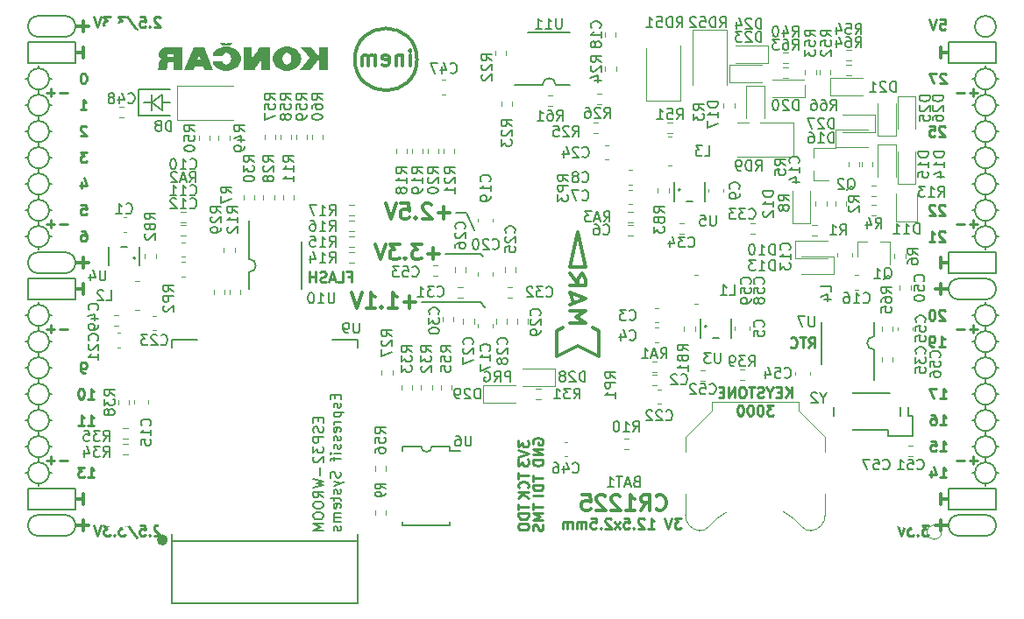
<source format=gbo>
G04 #@! TF.GenerationSoftware,KiCad,Pcbnew,5.0.0-rc3+dfsg1-2*
G04 #@! TF.CreationDate,2018-07-18T14:57:21+02:00*
G04 #@! TF.ProjectId,ulx3s,756C7833732E6B696361645F70636200,rev?*
G04 #@! TF.SameCoordinates,Original*
G04 #@! TF.FileFunction,Legend,Bot*
G04 #@! TF.FilePolarity,Positive*
%FSLAX46Y46*%
G04 Gerber Fmt 4.6, Leading zero omitted, Abs format (unit mm)*
G04 Created by KiCad (PCBNEW 5.0.0-rc3+dfsg1-2) date Wed Jul 18 14:57:21 2018*
%MOMM*%
%LPD*%
G01*
G04 APERTURE LIST*
%ADD10C,0.150000*%
%ADD11C,0.200000*%
%ADD12C,0.250000*%
%ADD13C,0.300000*%
%ADD14C,0.500000*%
%ADD15C,0.120000*%
%ADD16C,0.100000*%
%ADD17C,1.200000*%
%ADD18C,2.100000*%
%ADD19O,2.600000X1.000000*%
%ADD20O,1.000000X2.600000*%
%ADD21R,6.100000X6.100000*%
%ADD22R,0.770000X1.100000*%
%ADD23R,1.500000X1.395000*%
%ADD24R,2.600000X1.900000*%
%ADD25R,1.900000X2.600000*%
%ADD26R,3.800000X3.600000*%
%ADD27C,9.100000*%
%ADD28R,1.650000X0.700000*%
%ADD29O,1.650000X0.700000*%
%ADD30R,0.700000X2.200000*%
%ADD31O,0.700000X2.200000*%
%ADD32R,0.700000X1.650000*%
%ADD33O,0.700000X1.650000*%
%ADD34R,1.100000X0.500000*%
%ADD35R,0.800000X1.300000*%
%ADD36O,1.827200X1.827200*%
%ADD37R,1.827200X1.827200*%
%ADD38C,5.600000*%
%ADD39R,1.827200X2.132000*%
%ADD40O,1.827200X2.132000*%
%ADD41C,1.800000*%
%ADD42R,1.900000X1.500000*%
%ADD43R,1.070000X1.600000*%
%ADD44R,1.600000X1.070000*%
%ADD45R,1.100000X0.770000*%
%ADD46R,1.100000X1.100000*%
%ADD47C,0.400000*%
%ADD48R,1.800000X1.800000*%
%ADD49O,1.800000X1.800000*%
%ADD50R,1.600000X2.800000*%
%ADD51R,0.900000X1.000000*%
%ADD52R,1.000000X0.900000*%
%ADD53R,0.920000X1.100000*%
%ADD54R,1.100000X0.920000*%
%ADD55R,1.500000X1.220000*%
G04 APERTURE END LIST*
D10*
X140954904Y-97051380D02*
X140954904Y-96051380D01*
X140573952Y-96051380D01*
X140478714Y-96099000D01*
X140431095Y-96146619D01*
X140383476Y-96241857D01*
X140383476Y-96384714D01*
X140431095Y-96479952D01*
X140478714Y-96527571D01*
X140573952Y-96575190D01*
X140954904Y-96575190D01*
X139383476Y-97051380D02*
X139716809Y-96575190D01*
X139954904Y-97051380D02*
X139954904Y-96051380D01*
X139573952Y-96051380D01*
X139478714Y-96099000D01*
X139431095Y-96146619D01*
X139383476Y-96241857D01*
X139383476Y-96384714D01*
X139431095Y-96479952D01*
X139478714Y-96527571D01*
X139573952Y-96575190D01*
X139954904Y-96575190D01*
X138431095Y-96099000D02*
X138526333Y-96051380D01*
X138669190Y-96051380D01*
X138812047Y-96099000D01*
X138907285Y-96194238D01*
X138954904Y-96289476D01*
X139002523Y-96479952D01*
X139002523Y-96622809D01*
X138954904Y-96813285D01*
X138907285Y-96908523D01*
X138812047Y-97003761D01*
X138669190Y-97051380D01*
X138573952Y-97051380D01*
X138431095Y-97003761D01*
X138383476Y-96956142D01*
X138383476Y-96622809D01*
X138573952Y-96622809D01*
D11*
X136660000Y-80742000D02*
X135644000Y-80742000D01*
X137422000Y-82393000D02*
X136660000Y-80742000D01*
X138057000Y-84679000D02*
X134628000Y-84679000D01*
X138311000Y-84933000D02*
X138057000Y-84679000D01*
X138057000Y-89378000D02*
X138438000Y-89886000D01*
X132342000Y-89378000D02*
X138057000Y-89378000D01*
D12*
X99893476Y-96180380D02*
X99703000Y-96180380D01*
X99607761Y-96132761D01*
X99560142Y-96085142D01*
X99464904Y-95942285D01*
X99417285Y-95751809D01*
X99417285Y-95370857D01*
X99464904Y-95275619D01*
X99512523Y-95228000D01*
X99607761Y-95180380D01*
X99798238Y-95180380D01*
X99893476Y-95228000D01*
X99941095Y-95275619D01*
X99988714Y-95370857D01*
X99988714Y-95608952D01*
X99941095Y-95704190D01*
X99893476Y-95751809D01*
X99798238Y-95799428D01*
X99607761Y-95799428D01*
X99512523Y-95751809D01*
X99464904Y-95704190D01*
X99417285Y-95608952D01*
X100147476Y-101260380D02*
X100718904Y-101260380D01*
X100433190Y-101260380D02*
X100433190Y-100260380D01*
X100528428Y-100403238D01*
X100623666Y-100498476D01*
X100718904Y-100546095D01*
X99195095Y-101260380D02*
X99766523Y-101260380D01*
X99480809Y-101260380D02*
X99480809Y-100260380D01*
X99576047Y-100403238D01*
X99671285Y-100498476D01*
X99766523Y-100546095D01*
D11*
X105037000Y-68804000D02*
X108085000Y-68804000D01*
X105037000Y-71344000D02*
X105037000Y-68804000D01*
X108085000Y-71344000D02*
X105037000Y-71344000D01*
X107323000Y-70074000D02*
X108085000Y-70074000D01*
X106307000Y-70074000D02*
X105545000Y-70074000D01*
X106307000Y-70836000D02*
X106307000Y-70074000D01*
X106307000Y-69312000D02*
X106307000Y-70836000D01*
X107323000Y-69312000D02*
X107323000Y-70836000D01*
X106307000Y-70074000D02*
X107323000Y-69312000D01*
X107323000Y-70836000D02*
X106307000Y-70074000D01*
D12*
X182887904Y-72415619D02*
X182840285Y-72368000D01*
X182745047Y-72320380D01*
X182506952Y-72320380D01*
X182411714Y-72368000D01*
X182364095Y-72415619D01*
X182316476Y-72510857D01*
X182316476Y-72606095D01*
X182364095Y-72748952D01*
X182935523Y-73320380D01*
X182316476Y-73320380D01*
X181411714Y-72320380D02*
X181887904Y-72320380D01*
X181935523Y-72796571D01*
X181887904Y-72748952D01*
X181792666Y-72701333D01*
X181554571Y-72701333D01*
X181459333Y-72748952D01*
X181411714Y-72796571D01*
X181364095Y-72891809D01*
X181364095Y-73129904D01*
X181411714Y-73225142D01*
X181459333Y-73272761D01*
X181554571Y-73320380D01*
X181792666Y-73320380D01*
X181887904Y-73272761D01*
X181935523Y-73225142D01*
X182887904Y-80035619D02*
X182840285Y-79988000D01*
X182745047Y-79940380D01*
X182506952Y-79940380D01*
X182411714Y-79988000D01*
X182364095Y-80035619D01*
X182316476Y-80130857D01*
X182316476Y-80226095D01*
X182364095Y-80368952D01*
X182935523Y-80940380D01*
X182316476Y-80940380D01*
X181935523Y-80035619D02*
X181887904Y-79988000D01*
X181792666Y-79940380D01*
X181554571Y-79940380D01*
X181459333Y-79988000D01*
X181411714Y-80035619D01*
X181364095Y-80130857D01*
X181364095Y-80226095D01*
X181411714Y-80368952D01*
X181983142Y-80940380D01*
X181364095Y-80940380D01*
X182887904Y-82575619D02*
X182840285Y-82528000D01*
X182745047Y-82480380D01*
X182506952Y-82480380D01*
X182411714Y-82528000D01*
X182364095Y-82575619D01*
X182316476Y-82670857D01*
X182316476Y-82766095D01*
X182364095Y-82908952D01*
X182935523Y-83480380D01*
X182316476Y-83480380D01*
X181364095Y-83480380D02*
X181935523Y-83480380D01*
X181649809Y-83480380D02*
X181649809Y-82480380D01*
X181745047Y-82623238D01*
X181840285Y-82718476D01*
X181935523Y-82766095D01*
X182887904Y-90195619D02*
X182840285Y-90148000D01*
X182745047Y-90100380D01*
X182506952Y-90100380D01*
X182411714Y-90148000D01*
X182364095Y-90195619D01*
X182316476Y-90290857D01*
X182316476Y-90386095D01*
X182364095Y-90528952D01*
X182935523Y-91100380D01*
X182316476Y-91100380D01*
X181697428Y-90100380D02*
X181602190Y-90100380D01*
X181506952Y-90148000D01*
X181459333Y-90195619D01*
X181411714Y-90290857D01*
X181364095Y-90481333D01*
X181364095Y-90719428D01*
X181411714Y-90909904D01*
X181459333Y-91005142D01*
X181506952Y-91052761D01*
X181602190Y-91100380D01*
X181697428Y-91100380D01*
X181792666Y-91052761D01*
X181840285Y-91005142D01*
X181887904Y-90909904D01*
X181935523Y-90719428D01*
X181935523Y-90481333D01*
X181887904Y-90290857D01*
X181840285Y-90195619D01*
X181792666Y-90148000D01*
X181697428Y-90100380D01*
X182316476Y-93640380D02*
X182887904Y-93640380D01*
X182602190Y-93640380D02*
X182602190Y-92640380D01*
X182697428Y-92783238D01*
X182792666Y-92878476D01*
X182887904Y-92926095D01*
X181840285Y-93640380D02*
X181649809Y-93640380D01*
X181554571Y-93592761D01*
X181506952Y-93545142D01*
X181411714Y-93402285D01*
X181364095Y-93211809D01*
X181364095Y-92830857D01*
X181411714Y-92735619D01*
X181459333Y-92688000D01*
X181554571Y-92640380D01*
X181745047Y-92640380D01*
X181840285Y-92688000D01*
X181887904Y-92735619D01*
X181935523Y-92830857D01*
X181935523Y-93068952D01*
X181887904Y-93164190D01*
X181840285Y-93211809D01*
X181745047Y-93259428D01*
X181554571Y-93259428D01*
X181459333Y-93211809D01*
X181411714Y-93164190D01*
X181364095Y-93068952D01*
X125269476Y-86893571D02*
X125602809Y-86893571D01*
X125602809Y-87417380D02*
X125602809Y-86417380D01*
X125126619Y-86417380D01*
X124269476Y-87417380D02*
X124745666Y-87417380D01*
X124745666Y-86417380D01*
X123983761Y-87131666D02*
X123507571Y-87131666D01*
X124079000Y-87417380D02*
X123745666Y-86417380D01*
X123412333Y-87417380D01*
X123126619Y-87369761D02*
X122983761Y-87417380D01*
X122745666Y-87417380D01*
X122650428Y-87369761D01*
X122602809Y-87322142D01*
X122555190Y-87226904D01*
X122555190Y-87131666D01*
X122602809Y-87036428D01*
X122650428Y-86988809D01*
X122745666Y-86941190D01*
X122936142Y-86893571D01*
X123031380Y-86845952D01*
X123079000Y-86798333D01*
X123126619Y-86703095D01*
X123126619Y-86607857D01*
X123079000Y-86512619D01*
X123031380Y-86465000D01*
X122936142Y-86417380D01*
X122698047Y-86417380D01*
X122555190Y-86465000D01*
X122126619Y-87417380D02*
X122126619Y-86417380D01*
X122126619Y-86893571D02*
X121555190Y-86893571D01*
X121555190Y-87417380D02*
X121555190Y-86417380D01*
X157418095Y-110252380D02*
X156799047Y-110252380D01*
X157132380Y-110633333D01*
X156989523Y-110633333D01*
X156894285Y-110680952D01*
X156846666Y-110728571D01*
X156799047Y-110823809D01*
X156799047Y-111061904D01*
X156846666Y-111157142D01*
X156894285Y-111204761D01*
X156989523Y-111252380D01*
X157275238Y-111252380D01*
X157370476Y-111204761D01*
X157418095Y-111157142D01*
X156513333Y-110252380D02*
X156180000Y-111252380D01*
X155846666Y-110252380D01*
X154227619Y-111252380D02*
X154799047Y-111252380D01*
X154513333Y-111252380D02*
X154513333Y-110252380D01*
X154608571Y-110395238D01*
X154703809Y-110490476D01*
X154799047Y-110538095D01*
X153846666Y-110347619D02*
X153799047Y-110300000D01*
X153703809Y-110252380D01*
X153465714Y-110252380D01*
X153370476Y-110300000D01*
X153322857Y-110347619D01*
X153275238Y-110442857D01*
X153275238Y-110538095D01*
X153322857Y-110680952D01*
X153894285Y-111252380D01*
X153275238Y-111252380D01*
X152846666Y-111157142D02*
X152799047Y-111204761D01*
X152846666Y-111252380D01*
X152894285Y-111204761D01*
X152846666Y-111157142D01*
X152846666Y-111252380D01*
X151894285Y-110252380D02*
X152370476Y-110252380D01*
X152418095Y-110728571D01*
X152370476Y-110680952D01*
X152275238Y-110633333D01*
X152037142Y-110633333D01*
X151941904Y-110680952D01*
X151894285Y-110728571D01*
X151846666Y-110823809D01*
X151846666Y-111061904D01*
X151894285Y-111157142D01*
X151941904Y-111204761D01*
X152037142Y-111252380D01*
X152275238Y-111252380D01*
X152370476Y-111204761D01*
X152418095Y-111157142D01*
X151513333Y-111252380D02*
X150989523Y-110585714D01*
X151513333Y-110585714D02*
X150989523Y-111252380D01*
X150656190Y-110347619D02*
X150608571Y-110300000D01*
X150513333Y-110252380D01*
X150275238Y-110252380D01*
X150180000Y-110300000D01*
X150132380Y-110347619D01*
X150084761Y-110442857D01*
X150084761Y-110538095D01*
X150132380Y-110680952D01*
X150703809Y-111252380D01*
X150084761Y-111252380D01*
X149656190Y-111157142D02*
X149608571Y-111204761D01*
X149656190Y-111252380D01*
X149703809Y-111204761D01*
X149656190Y-111157142D01*
X149656190Y-111252380D01*
X148703809Y-110252380D02*
X149180000Y-110252380D01*
X149227619Y-110728571D01*
X149180000Y-110680952D01*
X149084761Y-110633333D01*
X148846666Y-110633333D01*
X148751428Y-110680952D01*
X148703809Y-110728571D01*
X148656190Y-110823809D01*
X148656190Y-111061904D01*
X148703809Y-111157142D01*
X148751428Y-111204761D01*
X148846666Y-111252380D01*
X149084761Y-111252380D01*
X149180000Y-111204761D01*
X149227619Y-111157142D01*
X148227619Y-111252380D02*
X148227619Y-110585714D01*
X148227619Y-110680952D02*
X148180000Y-110633333D01*
X148084761Y-110585714D01*
X147941904Y-110585714D01*
X147846666Y-110633333D01*
X147799047Y-110728571D01*
X147799047Y-111252380D01*
X147799047Y-110728571D02*
X147751428Y-110633333D01*
X147656190Y-110585714D01*
X147513333Y-110585714D01*
X147418095Y-110633333D01*
X147370476Y-110728571D01*
X147370476Y-111252380D01*
X146894285Y-111252380D02*
X146894285Y-110585714D01*
X146894285Y-110680952D02*
X146846666Y-110633333D01*
X146751428Y-110585714D01*
X146608571Y-110585714D01*
X146513333Y-110633333D01*
X146465714Y-110728571D01*
X146465714Y-111252380D01*
X146465714Y-110728571D02*
X146418095Y-110633333D01*
X146322857Y-110585714D01*
X146180000Y-110585714D01*
X146084761Y-110633333D01*
X146037142Y-110728571D01*
X146037142Y-111252380D01*
X168085000Y-98577380D02*
X168085000Y-97577380D01*
X167513571Y-98577380D02*
X167942142Y-98005952D01*
X167513571Y-97577380D02*
X168085000Y-98148809D01*
X167085000Y-98053571D02*
X166751666Y-98053571D01*
X166608809Y-98577380D02*
X167085000Y-98577380D01*
X167085000Y-97577380D01*
X166608809Y-97577380D01*
X165989761Y-98101190D02*
X165989761Y-98577380D01*
X166323095Y-97577380D02*
X165989761Y-98101190D01*
X165656428Y-97577380D01*
X165370714Y-98529761D02*
X165227857Y-98577380D01*
X164989761Y-98577380D01*
X164894523Y-98529761D01*
X164846904Y-98482142D01*
X164799285Y-98386904D01*
X164799285Y-98291666D01*
X164846904Y-98196428D01*
X164894523Y-98148809D01*
X164989761Y-98101190D01*
X165180238Y-98053571D01*
X165275476Y-98005952D01*
X165323095Y-97958333D01*
X165370714Y-97863095D01*
X165370714Y-97767857D01*
X165323095Y-97672619D01*
X165275476Y-97625000D01*
X165180238Y-97577380D01*
X164942142Y-97577380D01*
X164799285Y-97625000D01*
X164513571Y-97577380D02*
X163942142Y-97577380D01*
X164227857Y-98577380D02*
X164227857Y-97577380D01*
X163418333Y-97577380D02*
X163227857Y-97577380D01*
X163132619Y-97625000D01*
X163037380Y-97720238D01*
X162989761Y-97910714D01*
X162989761Y-98244047D01*
X163037380Y-98434523D01*
X163132619Y-98529761D01*
X163227857Y-98577380D01*
X163418333Y-98577380D01*
X163513571Y-98529761D01*
X163608809Y-98434523D01*
X163656428Y-98244047D01*
X163656428Y-97910714D01*
X163608809Y-97720238D01*
X163513571Y-97625000D01*
X163418333Y-97577380D01*
X162561190Y-98577380D02*
X162561190Y-97577380D01*
X161989761Y-98577380D01*
X161989761Y-97577380D01*
X161513571Y-98053571D02*
X161180238Y-98053571D01*
X161037380Y-98577380D02*
X161513571Y-98577380D01*
X161513571Y-97577380D01*
X161037380Y-97577380D01*
X166346904Y-99327380D02*
X165727857Y-99327380D01*
X166061190Y-99708333D01*
X165918333Y-99708333D01*
X165823095Y-99755952D01*
X165775476Y-99803571D01*
X165727857Y-99898809D01*
X165727857Y-100136904D01*
X165775476Y-100232142D01*
X165823095Y-100279761D01*
X165918333Y-100327380D01*
X166204047Y-100327380D01*
X166299285Y-100279761D01*
X166346904Y-100232142D01*
X165108809Y-99327380D02*
X165013571Y-99327380D01*
X164918333Y-99375000D01*
X164870714Y-99422619D01*
X164823095Y-99517857D01*
X164775476Y-99708333D01*
X164775476Y-99946428D01*
X164823095Y-100136904D01*
X164870714Y-100232142D01*
X164918333Y-100279761D01*
X165013571Y-100327380D01*
X165108809Y-100327380D01*
X165204047Y-100279761D01*
X165251666Y-100232142D01*
X165299285Y-100136904D01*
X165346904Y-99946428D01*
X165346904Y-99708333D01*
X165299285Y-99517857D01*
X165251666Y-99422619D01*
X165204047Y-99375000D01*
X165108809Y-99327380D01*
X164156428Y-99327380D02*
X164061190Y-99327380D01*
X163965952Y-99375000D01*
X163918333Y-99422619D01*
X163870714Y-99517857D01*
X163823095Y-99708333D01*
X163823095Y-99946428D01*
X163870714Y-100136904D01*
X163918333Y-100232142D01*
X163965952Y-100279761D01*
X164061190Y-100327380D01*
X164156428Y-100327380D01*
X164251666Y-100279761D01*
X164299285Y-100232142D01*
X164346904Y-100136904D01*
X164394523Y-99946428D01*
X164394523Y-99708333D01*
X164346904Y-99517857D01*
X164299285Y-99422619D01*
X164251666Y-99375000D01*
X164156428Y-99327380D01*
X163204047Y-99327380D02*
X163108809Y-99327380D01*
X163013571Y-99375000D01*
X162965952Y-99422619D01*
X162918333Y-99517857D01*
X162870714Y-99708333D01*
X162870714Y-99946428D01*
X162918333Y-100136904D01*
X162965952Y-100232142D01*
X163013571Y-100279761D01*
X163108809Y-100327380D01*
X163204047Y-100327380D01*
X163299285Y-100279761D01*
X163346904Y-100232142D01*
X163394523Y-100136904D01*
X163442142Y-99946428D01*
X163442142Y-99708333D01*
X163394523Y-99517857D01*
X163346904Y-99422619D01*
X163299285Y-99375000D01*
X163204047Y-99327380D01*
D13*
X182492000Y-87582000D02*
X182492000Y-88598000D01*
X183254000Y-88090000D02*
X181984000Y-88090000D01*
X182492000Y-110442000D02*
X182492000Y-111458000D01*
X183254000Y-110950000D02*
X181984000Y-110950000D01*
X99688000Y-62182000D02*
X99688000Y-63198000D01*
X98926000Y-62690000D02*
X100196000Y-62690000D01*
X99688000Y-110442000D02*
X99688000Y-111458000D01*
X98926000Y-110950000D02*
X100196000Y-110950000D01*
X99688000Y-85042000D02*
X99688000Y-86058000D01*
X98926000Y-85550000D02*
X100196000Y-85550000D01*
D11*
X187826000Y-62690000D02*
G75*
G03X187826000Y-62690000I-1016000J0D01*
G01*
X184270000Y-87074000D02*
X186810000Y-87074000D01*
X184270000Y-89106000D02*
X186810000Y-89106000D01*
X184270000Y-87074000D02*
G75*
G03X184270000Y-89106000I0J-1016000D01*
G01*
X186810000Y-89106000D02*
G75*
G03X186810000Y-87074000I0J1016000D01*
G01*
X184270000Y-111966000D02*
X186810000Y-111966000D01*
X184270000Y-109934000D02*
X186810000Y-109934000D01*
X184270000Y-109934000D02*
G75*
G03X184270000Y-111966000I0J-1016000D01*
G01*
X186810000Y-111966000D02*
G75*
G03X186810000Y-109934000I0J1016000D01*
G01*
X97910000Y-63706000D02*
G75*
G03X97910000Y-61674000I0J1016000D01*
G01*
X95370000Y-61674000D02*
X97910000Y-61674000D01*
X95370000Y-63706000D02*
X97910000Y-63706000D01*
X95370000Y-61674000D02*
G75*
G03X95370000Y-63706000I0J-1016000D01*
G01*
X95370000Y-86566000D02*
X97910000Y-86566000D01*
X95370000Y-84534000D02*
X97910000Y-84534000D01*
X95370000Y-84534000D02*
G75*
G03X95370000Y-86566000I0J-1016000D01*
G01*
X97910000Y-86566000D02*
G75*
G03X97910000Y-84534000I0J1016000D01*
G01*
X95370000Y-111966000D02*
X97910000Y-111966000D01*
X95370000Y-109934000D02*
X97910000Y-109934000D01*
X95370000Y-109934000D02*
G75*
G03X95370000Y-111966000I0J-1016000D01*
G01*
X97910000Y-111966000D02*
G75*
G03X97910000Y-109934000I0J1016000D01*
G01*
X98926000Y-107394000D02*
X94354000Y-107394000D01*
X98926000Y-109426000D02*
X98926000Y-107394000D01*
X94354000Y-109426000D02*
X98926000Y-109426000D01*
X94354000Y-107394000D02*
X94354000Y-109426000D01*
X187826000Y-107394000D02*
X183254000Y-107394000D01*
X187826000Y-109426000D02*
X187826000Y-107394000D01*
X183254000Y-109426000D02*
X187826000Y-109426000D01*
X183254000Y-107394000D02*
X183254000Y-109426000D01*
X187826000Y-84534000D02*
X183254000Y-84534000D01*
X187826000Y-86566000D02*
X187826000Y-84534000D01*
X183254000Y-86566000D02*
X187826000Y-86566000D01*
X183254000Y-84534000D02*
X183254000Y-86566000D01*
X187826000Y-64214000D02*
X183254000Y-64214000D01*
X187826000Y-66246000D02*
X187826000Y-64214000D01*
X183254000Y-66246000D02*
X187826000Y-66246000D01*
X183254000Y-64214000D02*
X183254000Y-66246000D01*
X98926000Y-64214000D02*
X94354000Y-64214000D01*
X98926000Y-66246000D02*
X98926000Y-64214000D01*
X94354000Y-66246000D02*
X98926000Y-66246000D01*
X94354000Y-64214000D02*
X94354000Y-66246000D01*
X98926000Y-87074000D02*
X94354000Y-87074000D01*
X98926000Y-89106000D02*
X98926000Y-87074000D01*
X94354000Y-89106000D02*
X98926000Y-89106000D01*
X94354000Y-87074000D02*
X94354000Y-89106000D01*
D12*
X186032000Y-91971428D02*
X185270095Y-91971428D01*
X185651047Y-92352380D02*
X185651047Y-91590476D01*
X184793904Y-91971428D02*
X184032000Y-91971428D01*
X186032000Y-69111428D02*
X185270095Y-69111428D01*
X185651047Y-69492380D02*
X185651047Y-68730476D01*
X184793904Y-69111428D02*
X184032000Y-69111428D01*
X186032000Y-81811428D02*
X185270095Y-81811428D01*
X185651047Y-82192380D02*
X185651047Y-81430476D01*
X184793904Y-81811428D02*
X184032000Y-81811428D01*
X186032000Y-104671428D02*
X185270095Y-104671428D01*
X185651047Y-105052380D02*
X185651047Y-104290476D01*
X184793904Y-104671428D02*
X184032000Y-104671428D01*
X98148000Y-104671428D02*
X97386095Y-104671428D01*
X96909904Y-104671428D02*
X96148000Y-104671428D01*
X96528952Y-105052380D02*
X96528952Y-104290476D01*
X98148000Y-91971428D02*
X97386095Y-91971428D01*
X96909904Y-91971428D02*
X96148000Y-91971428D01*
X96528952Y-92352380D02*
X96528952Y-91590476D01*
X98148000Y-81811428D02*
X97386095Y-81811428D01*
X96909904Y-81811428D02*
X96148000Y-81811428D01*
X96528952Y-82192380D02*
X96528952Y-81430476D01*
X98148000Y-69111428D02*
X97386095Y-69111428D01*
X96909904Y-69111428D02*
X96148000Y-69111428D01*
X96528952Y-69492380D02*
X96528952Y-68730476D01*
D13*
X182492000Y-107902000D02*
X182492000Y-108918000D01*
X183254000Y-108410000D02*
X182492000Y-108410000D01*
D11*
X95370000Y-96726000D02*
X95370000Y-97234000D01*
X96386000Y-95710000D02*
X96640000Y-95710000D01*
X94354000Y-95710000D02*
X94100000Y-95710000D01*
X187826000Y-98250000D02*
X188080000Y-98250000D01*
X187826000Y-83010000D02*
X188080000Y-83010000D01*
X95370000Y-107140000D02*
X95370000Y-106886000D01*
X96386000Y-105870000D02*
X96640000Y-105870000D01*
X94354000Y-105870000D02*
X94100000Y-105870000D01*
X94354000Y-103330000D02*
X94100000Y-103330000D01*
X95370000Y-104346000D02*
X95370000Y-104854000D01*
X96386000Y-103330000D02*
X96640000Y-103330000D01*
X94354000Y-100790000D02*
X94100000Y-100790000D01*
X95370000Y-102314000D02*
X95370000Y-101806000D01*
X96386000Y-100790000D02*
X96640000Y-100790000D01*
X95370000Y-99266000D02*
X95370000Y-99774000D01*
X94354000Y-98250000D02*
X94100000Y-98250000D01*
X96386000Y-98250000D02*
X96640000Y-98250000D01*
X95370000Y-94186000D02*
X95370000Y-94694000D01*
X96386000Y-93170000D02*
X96640000Y-93170000D01*
X94354000Y-93170000D02*
X94100000Y-93170000D01*
X94354000Y-90630000D02*
X94100000Y-90630000D01*
X95370000Y-91646000D02*
X95370000Y-92154000D01*
X96640000Y-90630000D02*
X96386000Y-90630000D01*
X95370000Y-89360000D02*
X95370000Y-89614000D01*
X94354000Y-83010000D02*
X94100000Y-83010000D01*
X95370000Y-84280000D02*
X95370000Y-84026000D01*
X96386000Y-83010000D02*
X96640000Y-83010000D01*
X95370000Y-81486000D02*
X95370000Y-81994000D01*
X94354000Y-80470000D02*
X94100000Y-80470000D01*
X96640000Y-80470000D02*
X96386000Y-80470000D01*
X95370000Y-78946000D02*
X95370000Y-79454000D01*
X96386000Y-77930000D02*
X96640000Y-77930000D01*
X94354000Y-77930000D02*
X94100000Y-77930000D01*
X95370000Y-76406000D02*
X95370000Y-76914000D01*
X94354000Y-75390000D02*
X94100000Y-75390000D01*
X96386000Y-75390000D02*
X96640000Y-75390000D01*
X95370000Y-73866000D02*
X95370000Y-74374000D01*
X96386000Y-72850000D02*
X96640000Y-72850000D01*
X94100000Y-72850000D02*
X94354000Y-72850000D01*
X94354000Y-70310000D02*
X94100000Y-70310000D01*
X96640000Y-70310000D02*
X96386000Y-70310000D01*
X95370000Y-71326000D02*
X95370000Y-71834000D01*
X95370000Y-68786000D02*
X95370000Y-69294000D01*
X96386000Y-67770000D02*
X96640000Y-67770000D01*
X94354000Y-67770000D02*
X94100000Y-67770000D01*
X95370000Y-66500000D02*
X95370000Y-66754000D01*
X187826000Y-105870000D02*
X188080000Y-105870000D01*
X186810000Y-107140000D02*
X186810000Y-106886000D01*
X185540000Y-105870000D02*
X185794000Y-105870000D01*
X186810000Y-104346000D02*
X186810000Y-104854000D01*
X187826000Y-103330000D02*
X188080000Y-103330000D01*
X185540000Y-103330000D02*
X185794000Y-103330000D01*
X186810000Y-101806000D02*
X186810000Y-102314000D01*
X187826000Y-100790000D02*
X188080000Y-100790000D01*
X185540000Y-100790000D02*
X185794000Y-100790000D01*
X186810000Y-99266000D02*
X186810000Y-99774000D01*
X185540000Y-98250000D02*
X185794000Y-98250000D01*
X186810000Y-97234000D02*
X186810000Y-96726000D01*
X187826000Y-95710000D02*
X188080000Y-95710000D01*
X185540000Y-95710000D02*
X185794000Y-95710000D01*
X186810000Y-94694000D02*
X186810000Y-94186000D01*
X187826000Y-93170000D02*
X188080000Y-93170000D01*
X185540000Y-93170000D02*
X185794000Y-93170000D01*
X186810000Y-92154000D02*
X186810000Y-91646000D01*
X187826000Y-90630000D02*
X188080000Y-90630000D01*
X185540000Y-90630000D02*
X185794000Y-90630000D01*
X186810000Y-89360000D02*
X186810000Y-89614000D01*
X186810000Y-84280000D02*
X186810000Y-84026000D01*
X185540000Y-83010000D02*
X185794000Y-83010000D01*
X186810000Y-81994000D02*
X186810000Y-81486000D01*
X185794000Y-80470000D02*
X185540000Y-80470000D01*
X187826000Y-80470000D02*
X188080000Y-80470000D01*
X186810000Y-78946000D02*
X186810000Y-79454000D01*
X185794000Y-77930000D02*
X185540000Y-77930000D01*
X187826000Y-77930000D02*
X188080000Y-77930000D01*
X186810000Y-76406000D02*
X186810000Y-76914000D01*
X186810000Y-73866000D02*
X186810000Y-74374000D01*
X185794000Y-75390000D02*
X185540000Y-75390000D01*
X187826000Y-75390000D02*
X188080000Y-75390000D01*
X187826000Y-72850000D02*
X188080000Y-72850000D01*
X185540000Y-72850000D02*
X185794000Y-72850000D01*
X186810000Y-71834000D02*
X186810000Y-71326000D01*
X187826000Y-70310000D02*
X188080000Y-70310000D01*
X185540000Y-70310000D02*
X185794000Y-70310000D01*
X187826000Y-67770000D02*
X188080000Y-67770000D01*
X186810000Y-68786000D02*
X186810000Y-69294000D01*
X185540000Y-67770000D02*
X185794000Y-67770000D01*
X186810000Y-66500000D02*
X186810000Y-66754000D01*
X187826000Y-67770000D02*
G75*
G03X187826000Y-67770000I-1016000J0D01*
G01*
X187826000Y-70310000D02*
G75*
G03X187826000Y-70310000I-1016000J0D01*
G01*
X187826000Y-72850000D02*
G75*
G03X187826000Y-72850000I-1016000J0D01*
G01*
X187826000Y-75390000D02*
G75*
G03X187826000Y-75390000I-1016000J0D01*
G01*
X187826000Y-77930000D02*
G75*
G03X187826000Y-77930000I-1016000J0D01*
G01*
X187826000Y-80470000D02*
G75*
G03X187826000Y-80470000I-1016000J0D01*
G01*
X187826000Y-83010000D02*
G75*
G03X187826000Y-83010000I-1016000J0D01*
G01*
X187826000Y-90630000D02*
G75*
G03X187826000Y-90630000I-1016000J0D01*
G01*
X187826000Y-93170000D02*
G75*
G03X187826000Y-93170000I-1016000J0D01*
G01*
X187826000Y-95710000D02*
G75*
G03X187826000Y-95710000I-1016000J0D01*
G01*
X187826000Y-98250000D02*
G75*
G03X187826000Y-98250000I-1016000J0D01*
G01*
X187826000Y-100790000D02*
G75*
G03X187826000Y-100790000I-1016000J0D01*
G01*
X187826000Y-103330000D02*
G75*
G03X187826000Y-103330000I-1016000J0D01*
G01*
X187826000Y-105870000D02*
G75*
G03X187826000Y-105870000I-1016000J0D01*
G01*
X96386000Y-105870000D02*
G75*
G03X96386000Y-105870000I-1016000J0D01*
G01*
X96386000Y-103330000D02*
G75*
G03X96386000Y-103330000I-1016000J0D01*
G01*
X96386000Y-100790000D02*
G75*
G03X96386000Y-100790000I-1016000J0D01*
G01*
X96386000Y-98250000D02*
G75*
G03X96386000Y-98250000I-1016000J0D01*
G01*
X96386000Y-95710000D02*
G75*
G03X96386000Y-95710000I-1016000J0D01*
G01*
X96386000Y-93170000D02*
G75*
G03X96386000Y-93170000I-1016000J0D01*
G01*
X96386000Y-90630000D02*
G75*
G03X96386000Y-90630000I-1016000J0D01*
G01*
X96386000Y-83010000D02*
G75*
G03X96386000Y-83010000I-1016000J0D01*
G01*
X96386000Y-80470000D02*
G75*
G03X96386000Y-80470000I-1016000J0D01*
G01*
X96386000Y-77930000D02*
G75*
G03X96386000Y-77930000I-1016000J0D01*
G01*
X96386000Y-75390000D02*
G75*
G03X96386000Y-75390000I-1016000J0D01*
G01*
X96386000Y-72850000D02*
G75*
G03X96386000Y-72850000I-1016000J0D01*
G01*
X96386000Y-70310000D02*
G75*
G03X96386000Y-70310000I-1016000J0D01*
G01*
X96386000Y-67770000D02*
G75*
G03X96386000Y-67770000I-1016000J0D01*
G01*
D12*
X182428476Y-62015380D02*
X182904666Y-62015380D01*
X182952285Y-62491571D01*
X182904666Y-62443952D01*
X182809428Y-62396333D01*
X182571333Y-62396333D01*
X182476095Y-62443952D01*
X182428476Y-62491571D01*
X182380857Y-62586809D01*
X182380857Y-62824904D01*
X182428476Y-62920142D01*
X182476095Y-62967761D01*
X182571333Y-63015380D01*
X182809428Y-63015380D01*
X182904666Y-62967761D01*
X182952285Y-62920142D01*
X182095142Y-62015380D02*
X181761809Y-63015380D01*
X181428476Y-62015380D01*
D13*
X182492000Y-64722000D02*
X182492000Y-65738000D01*
X183254000Y-65230000D02*
X182492000Y-65230000D01*
D12*
X182999904Y-67317619D02*
X182952285Y-67270000D01*
X182857047Y-67222380D01*
X182618952Y-67222380D01*
X182523714Y-67270000D01*
X182476095Y-67317619D01*
X182428476Y-67412857D01*
X182428476Y-67508095D01*
X182476095Y-67650952D01*
X183047523Y-68222380D01*
X182428476Y-68222380D01*
X182095142Y-67222380D02*
X181428476Y-67222380D01*
X181857047Y-68222380D01*
D13*
X182492000Y-85042000D02*
X182492000Y-86058000D01*
X183254000Y-85550000D02*
X182492000Y-85550000D01*
D12*
X182428476Y-98702380D02*
X182999904Y-98702380D01*
X182714190Y-98702380D02*
X182714190Y-97702380D01*
X182809428Y-97845238D01*
X182904666Y-97940476D01*
X182999904Y-97988095D01*
X182095142Y-97702380D02*
X181428476Y-97702380D01*
X181857047Y-98702380D01*
X182428476Y-101242380D02*
X182999904Y-101242380D01*
X182714190Y-101242380D02*
X182714190Y-100242380D01*
X182809428Y-100385238D01*
X182904666Y-100480476D01*
X182999904Y-100528095D01*
X181571333Y-100242380D02*
X181761809Y-100242380D01*
X181857047Y-100290000D01*
X181904666Y-100337619D01*
X181999904Y-100480476D01*
X182047523Y-100670952D01*
X182047523Y-101051904D01*
X181999904Y-101147142D01*
X181952285Y-101194761D01*
X181857047Y-101242380D01*
X181666571Y-101242380D01*
X181571333Y-101194761D01*
X181523714Y-101147142D01*
X181476095Y-101051904D01*
X181476095Y-100813809D01*
X181523714Y-100718571D01*
X181571333Y-100670952D01*
X181666571Y-100623333D01*
X181857047Y-100623333D01*
X181952285Y-100670952D01*
X181999904Y-100718571D01*
X182047523Y-100813809D01*
X182428476Y-103782380D02*
X182999904Y-103782380D01*
X182714190Y-103782380D02*
X182714190Y-102782380D01*
X182809428Y-102925238D01*
X182904666Y-103020476D01*
X182999904Y-103068095D01*
X181523714Y-102782380D02*
X181999904Y-102782380D01*
X182047523Y-103258571D01*
X181999904Y-103210952D01*
X181904666Y-103163333D01*
X181666571Y-103163333D01*
X181571333Y-103210952D01*
X181523714Y-103258571D01*
X181476095Y-103353809D01*
X181476095Y-103591904D01*
X181523714Y-103687142D01*
X181571333Y-103734761D01*
X181666571Y-103782380D01*
X181904666Y-103782380D01*
X181999904Y-103734761D01*
X182047523Y-103687142D01*
X182428476Y-106322380D02*
X182999904Y-106322380D01*
X182714190Y-106322380D02*
X182714190Y-105322380D01*
X182809428Y-105465238D01*
X182904666Y-105560476D01*
X182999904Y-105608095D01*
X181571333Y-105655714D02*
X181571333Y-106322380D01*
X181809428Y-105274761D02*
X182047523Y-105989047D01*
X181428476Y-105989047D01*
X181312642Y-110928380D02*
X180693595Y-110928380D01*
X181026928Y-111309333D01*
X180884071Y-111309333D01*
X180788833Y-111356952D01*
X180741214Y-111404571D01*
X180693595Y-111499809D01*
X180693595Y-111737904D01*
X180741214Y-111833142D01*
X180788833Y-111880761D01*
X180884071Y-111928380D01*
X181169785Y-111928380D01*
X181265023Y-111880761D01*
X181312642Y-111833142D01*
X180265023Y-111833142D02*
X180217404Y-111880761D01*
X180265023Y-111928380D01*
X180312642Y-111880761D01*
X180265023Y-111833142D01*
X180265023Y-111928380D01*
X179884071Y-110928380D02*
X179265023Y-110928380D01*
X179598357Y-111309333D01*
X179455500Y-111309333D01*
X179360261Y-111356952D01*
X179312642Y-111404571D01*
X179265023Y-111499809D01*
X179265023Y-111737904D01*
X179312642Y-111833142D01*
X179360261Y-111880761D01*
X179455500Y-111928380D01*
X179741214Y-111928380D01*
X179836452Y-111880761D01*
X179884071Y-111833142D01*
X178979309Y-110928380D02*
X178645976Y-111928380D01*
X178312642Y-110928380D01*
D13*
X99688000Y-108918000D02*
X99688000Y-107902000D01*
X98926000Y-108410000D02*
X99688000Y-108410000D01*
X99688000Y-88598000D02*
X99688000Y-87582000D01*
X98926000Y-88090000D02*
X99688000Y-88090000D01*
X99688000Y-64722000D02*
X99688000Y-65738000D01*
X98926000Y-65230000D02*
X99688000Y-65230000D01*
D12*
X107103690Y-111023619D02*
X107056071Y-110976000D01*
X106960833Y-110928380D01*
X106722738Y-110928380D01*
X106627500Y-110976000D01*
X106579880Y-111023619D01*
X106532261Y-111118857D01*
X106532261Y-111214095D01*
X106579880Y-111356952D01*
X107151309Y-111928380D01*
X106532261Y-111928380D01*
X106103690Y-111833142D02*
X106056071Y-111880761D01*
X106103690Y-111928380D01*
X106151309Y-111880761D01*
X106103690Y-111833142D01*
X106103690Y-111928380D01*
X105151309Y-110928380D02*
X105627500Y-110928380D01*
X105675119Y-111404571D01*
X105627500Y-111356952D01*
X105532261Y-111309333D01*
X105294166Y-111309333D01*
X105198928Y-111356952D01*
X105151309Y-111404571D01*
X105103690Y-111499809D01*
X105103690Y-111737904D01*
X105151309Y-111833142D01*
X105198928Y-111880761D01*
X105294166Y-111928380D01*
X105532261Y-111928380D01*
X105627500Y-111880761D01*
X105675119Y-111833142D01*
X103960833Y-110880761D02*
X104817976Y-112166476D01*
X103722738Y-110928380D02*
X103103690Y-110928380D01*
X103437023Y-111309333D01*
X103294166Y-111309333D01*
X103198928Y-111356952D01*
X103151309Y-111404571D01*
X103103690Y-111499809D01*
X103103690Y-111737904D01*
X103151309Y-111833142D01*
X103198928Y-111880761D01*
X103294166Y-111928380D01*
X103579880Y-111928380D01*
X103675119Y-111880761D01*
X103722738Y-111833142D01*
X102675119Y-111833142D02*
X102627500Y-111880761D01*
X102675119Y-111928380D01*
X102722738Y-111880761D01*
X102675119Y-111833142D01*
X102675119Y-111928380D01*
X102294166Y-110928380D02*
X101675119Y-110928380D01*
X102008452Y-111309333D01*
X101865595Y-111309333D01*
X101770357Y-111356952D01*
X101722738Y-111404571D01*
X101675119Y-111499809D01*
X101675119Y-111737904D01*
X101722738Y-111833142D01*
X101770357Y-111880761D01*
X101865595Y-111928380D01*
X102151309Y-111928380D01*
X102246547Y-111880761D01*
X102294166Y-111833142D01*
X101389404Y-110928380D02*
X101056071Y-111928380D01*
X100722738Y-110928380D01*
X100132476Y-106322380D02*
X100703904Y-106322380D01*
X100418190Y-106322380D02*
X100418190Y-105322380D01*
X100513428Y-105465238D01*
X100608666Y-105560476D01*
X100703904Y-105608095D01*
X99799142Y-105322380D02*
X99180095Y-105322380D01*
X99513428Y-105703333D01*
X99370571Y-105703333D01*
X99275333Y-105750952D01*
X99227714Y-105798571D01*
X99180095Y-105893809D01*
X99180095Y-106131904D01*
X99227714Y-106227142D01*
X99275333Y-106274761D01*
X99370571Y-106322380D01*
X99656285Y-106322380D01*
X99751523Y-106274761D01*
X99799142Y-106227142D01*
X100147476Y-98720380D02*
X100718904Y-98720380D01*
X100433190Y-98720380D02*
X100433190Y-97720380D01*
X100528428Y-97863238D01*
X100623666Y-97958476D01*
X100718904Y-98006095D01*
X99528428Y-97720380D02*
X99433190Y-97720380D01*
X99337952Y-97768000D01*
X99290333Y-97815619D01*
X99242714Y-97910857D01*
X99195095Y-98101333D01*
X99195095Y-98339428D01*
X99242714Y-98529904D01*
X99290333Y-98625142D01*
X99337952Y-98672761D01*
X99433190Y-98720380D01*
X99528428Y-98720380D01*
X99623666Y-98672761D01*
X99671285Y-98625142D01*
X99718904Y-98529904D01*
X99766523Y-98339428D01*
X99766523Y-98101333D01*
X99718904Y-97910857D01*
X99671285Y-97815619D01*
X99623666Y-97768000D01*
X99528428Y-97720380D01*
X99512523Y-82462380D02*
X99703000Y-82462380D01*
X99798238Y-82510000D01*
X99845857Y-82557619D01*
X99941095Y-82700476D01*
X99988714Y-82890952D01*
X99988714Y-83271904D01*
X99941095Y-83367142D01*
X99893476Y-83414761D01*
X99798238Y-83462380D01*
X99607761Y-83462380D01*
X99512523Y-83414761D01*
X99464904Y-83367142D01*
X99417285Y-83271904D01*
X99417285Y-83033809D01*
X99464904Y-82938571D01*
X99512523Y-82890952D01*
X99607761Y-82843333D01*
X99798238Y-82843333D01*
X99893476Y-82890952D01*
X99941095Y-82938571D01*
X99988714Y-83033809D01*
X99464904Y-79922380D02*
X99941095Y-79922380D01*
X99988714Y-80398571D01*
X99941095Y-80350952D01*
X99845857Y-80303333D01*
X99607761Y-80303333D01*
X99512523Y-80350952D01*
X99464904Y-80398571D01*
X99417285Y-80493809D01*
X99417285Y-80731904D01*
X99464904Y-80827142D01*
X99512523Y-80874761D01*
X99607761Y-80922380D01*
X99845857Y-80922380D01*
X99941095Y-80874761D01*
X99988714Y-80827142D01*
X99512523Y-77715714D02*
X99512523Y-78382380D01*
X99750619Y-77334761D02*
X99988714Y-78049047D01*
X99369666Y-78049047D01*
X100021333Y-74842380D02*
X99402285Y-74842380D01*
X99735619Y-75223333D01*
X99592761Y-75223333D01*
X99497523Y-75270952D01*
X99449904Y-75318571D01*
X99402285Y-75413809D01*
X99402285Y-75651904D01*
X99449904Y-75747142D01*
X99497523Y-75794761D01*
X99592761Y-75842380D01*
X99878476Y-75842380D01*
X99973714Y-75794761D01*
X100021333Y-75747142D01*
X99973714Y-72397619D02*
X99926095Y-72350000D01*
X99830857Y-72302380D01*
X99592761Y-72302380D01*
X99497523Y-72350000D01*
X99449904Y-72397619D01*
X99402285Y-72492857D01*
X99402285Y-72588095D01*
X99449904Y-72730952D01*
X100021333Y-73302380D01*
X99402285Y-73302380D01*
X99402285Y-70762380D02*
X99973714Y-70762380D01*
X99688000Y-70762380D02*
X99688000Y-69762380D01*
X99783238Y-69905238D01*
X99878476Y-70000476D01*
X99973714Y-70048095D01*
X99750619Y-67222380D02*
X99655380Y-67222380D01*
X99560142Y-67270000D01*
X99512523Y-67317619D01*
X99464904Y-67412857D01*
X99417285Y-67603333D01*
X99417285Y-67841428D01*
X99464904Y-68031904D01*
X99512523Y-68127142D01*
X99560142Y-68174761D01*
X99655380Y-68222380D01*
X99750619Y-68222380D01*
X99845857Y-68174761D01*
X99893476Y-68127142D01*
X99941095Y-68031904D01*
X99988714Y-67841428D01*
X99988714Y-67603333D01*
X99941095Y-67412857D01*
X99893476Y-67317619D01*
X99845857Y-67270000D01*
X99750619Y-67222380D01*
X107103690Y-61874619D02*
X107056071Y-61827000D01*
X106960833Y-61779380D01*
X106722738Y-61779380D01*
X106627500Y-61827000D01*
X106579880Y-61874619D01*
X106532261Y-61969857D01*
X106532261Y-62065095D01*
X106579880Y-62207952D01*
X107151309Y-62779380D01*
X106532261Y-62779380D01*
X106103690Y-62684142D02*
X106056071Y-62731761D01*
X106103690Y-62779380D01*
X106151309Y-62731761D01*
X106103690Y-62684142D01*
X106103690Y-62779380D01*
X105151309Y-61779380D02*
X105627500Y-61779380D01*
X105675119Y-62255571D01*
X105627500Y-62207952D01*
X105532261Y-62160333D01*
X105294166Y-62160333D01*
X105198928Y-62207952D01*
X105151309Y-62255571D01*
X105103690Y-62350809D01*
X105103690Y-62588904D01*
X105151309Y-62684142D01*
X105198928Y-62731761D01*
X105294166Y-62779380D01*
X105532261Y-62779380D01*
X105627500Y-62731761D01*
X105675119Y-62684142D01*
X103960833Y-61731761D02*
X104817976Y-63017476D01*
X103722738Y-61779380D02*
X103103690Y-61779380D01*
X103437023Y-62160333D01*
X103294166Y-62160333D01*
X103198928Y-62207952D01*
X103151309Y-62255571D01*
X103103690Y-62350809D01*
X103103690Y-62588904D01*
X103151309Y-62684142D01*
X103198928Y-62731761D01*
X103294166Y-62779380D01*
X103579880Y-62779380D01*
X103675119Y-62731761D01*
X103722738Y-62684142D01*
X102675119Y-62684142D02*
X102627500Y-62731761D01*
X102675119Y-62779380D01*
X102722738Y-62731761D01*
X102675119Y-62684142D01*
X102675119Y-62779380D01*
X102294166Y-61779380D02*
X101675119Y-61779380D01*
X102008452Y-62160333D01*
X101865595Y-62160333D01*
X101770357Y-62207952D01*
X101722738Y-62255571D01*
X101675119Y-62350809D01*
X101675119Y-62588904D01*
X101722738Y-62684142D01*
X101770357Y-62731761D01*
X101865595Y-62779380D01*
X102151309Y-62779380D01*
X102246547Y-62731761D01*
X102294166Y-62684142D01*
X101389404Y-61779380D02*
X101056071Y-62779380D01*
X100722738Y-61779380D01*
D13*
X155027857Y-109335714D02*
X155099285Y-109407142D01*
X155313571Y-109478571D01*
X155456428Y-109478571D01*
X155670714Y-109407142D01*
X155813571Y-109264285D01*
X155885000Y-109121428D01*
X155956428Y-108835714D01*
X155956428Y-108621428D01*
X155885000Y-108335714D01*
X155813571Y-108192857D01*
X155670714Y-108050000D01*
X155456428Y-107978571D01*
X155313571Y-107978571D01*
X155099285Y-108050000D01*
X155027857Y-108121428D01*
X153527857Y-109478571D02*
X154027857Y-108764285D01*
X154385000Y-109478571D02*
X154385000Y-107978571D01*
X153813571Y-107978571D01*
X153670714Y-108050000D01*
X153599285Y-108121428D01*
X153527857Y-108264285D01*
X153527857Y-108478571D01*
X153599285Y-108621428D01*
X153670714Y-108692857D01*
X153813571Y-108764285D01*
X154385000Y-108764285D01*
X152099285Y-109478571D02*
X152956428Y-109478571D01*
X152527857Y-109478571D02*
X152527857Y-107978571D01*
X152670714Y-108192857D01*
X152813571Y-108335714D01*
X152956428Y-108407142D01*
X151527857Y-108121428D02*
X151456428Y-108050000D01*
X151313571Y-107978571D01*
X150956428Y-107978571D01*
X150813571Y-108050000D01*
X150742142Y-108121428D01*
X150670714Y-108264285D01*
X150670714Y-108407142D01*
X150742142Y-108621428D01*
X151599285Y-109478571D01*
X150670714Y-109478571D01*
X150099285Y-108121428D02*
X150027857Y-108050000D01*
X149885000Y-107978571D01*
X149527857Y-107978571D01*
X149385000Y-108050000D01*
X149313571Y-108121428D01*
X149242142Y-108264285D01*
X149242142Y-108407142D01*
X149313571Y-108621428D01*
X150170714Y-109478571D01*
X149242142Y-109478571D01*
X147885000Y-107978571D02*
X148599285Y-107978571D01*
X148670714Y-108692857D01*
X148599285Y-108621428D01*
X148456428Y-108550000D01*
X148099285Y-108550000D01*
X147956428Y-108621428D01*
X147885000Y-108692857D01*
X147813571Y-108835714D01*
X147813571Y-109192857D01*
X147885000Y-109335714D01*
X147956428Y-109407142D01*
X148099285Y-109478571D01*
X148456428Y-109478571D01*
X148599285Y-109407142D01*
X148670714Y-109335714D01*
X135088000Y-80722142D02*
X133945142Y-80722142D01*
X134516571Y-81293571D02*
X134516571Y-80150714D01*
X133302285Y-79936428D02*
X133230857Y-79865000D01*
X133088000Y-79793571D01*
X132730857Y-79793571D01*
X132588000Y-79865000D01*
X132516571Y-79936428D01*
X132445142Y-80079285D01*
X132445142Y-80222142D01*
X132516571Y-80436428D01*
X133373714Y-81293571D01*
X132445142Y-81293571D01*
X131802285Y-81150714D02*
X131730857Y-81222142D01*
X131802285Y-81293571D01*
X131873714Y-81222142D01*
X131802285Y-81150714D01*
X131802285Y-81293571D01*
X130373714Y-79793571D02*
X131088000Y-79793571D01*
X131159428Y-80507857D01*
X131088000Y-80436428D01*
X130945142Y-80365000D01*
X130588000Y-80365000D01*
X130445142Y-80436428D01*
X130373714Y-80507857D01*
X130302285Y-80650714D01*
X130302285Y-81007857D01*
X130373714Y-81150714D01*
X130445142Y-81222142D01*
X130588000Y-81293571D01*
X130945142Y-81293571D01*
X131088000Y-81222142D01*
X131159428Y-81150714D01*
X129873714Y-79793571D02*
X129373714Y-81293571D01*
X128873714Y-79793571D01*
X134072000Y-84659142D02*
X132929142Y-84659142D01*
X133500571Y-85230571D02*
X133500571Y-84087714D01*
X132357714Y-83730571D02*
X131429142Y-83730571D01*
X131929142Y-84302000D01*
X131714857Y-84302000D01*
X131572000Y-84373428D01*
X131500571Y-84444857D01*
X131429142Y-84587714D01*
X131429142Y-84944857D01*
X131500571Y-85087714D01*
X131572000Y-85159142D01*
X131714857Y-85230571D01*
X132143428Y-85230571D01*
X132286285Y-85159142D01*
X132357714Y-85087714D01*
X130786285Y-85087714D02*
X130714857Y-85159142D01*
X130786285Y-85230571D01*
X130857714Y-85159142D01*
X130786285Y-85087714D01*
X130786285Y-85230571D01*
X130214857Y-83730571D02*
X129286285Y-83730571D01*
X129786285Y-84302000D01*
X129572000Y-84302000D01*
X129429142Y-84373428D01*
X129357714Y-84444857D01*
X129286285Y-84587714D01*
X129286285Y-84944857D01*
X129357714Y-85087714D01*
X129429142Y-85159142D01*
X129572000Y-85230571D01*
X130000571Y-85230571D01*
X130143428Y-85159142D01*
X130214857Y-85087714D01*
X128857714Y-83730571D02*
X128357714Y-85230571D01*
X127857714Y-83730571D01*
X131786000Y-89358142D02*
X130643142Y-89358142D01*
X131214571Y-89929571D02*
X131214571Y-88786714D01*
X129143142Y-89929571D02*
X130000285Y-89929571D01*
X129571714Y-89929571D02*
X129571714Y-88429571D01*
X129714571Y-88643857D01*
X129857428Y-88786714D01*
X130000285Y-88858142D01*
X128500285Y-89786714D02*
X128428857Y-89858142D01*
X128500285Y-89929571D01*
X128571714Y-89858142D01*
X128500285Y-89786714D01*
X128500285Y-89929571D01*
X127000285Y-89929571D02*
X127857428Y-89929571D01*
X127428857Y-89929571D02*
X127428857Y-88429571D01*
X127571714Y-88643857D01*
X127714571Y-88786714D01*
X127857428Y-88858142D01*
X126571714Y-88429571D02*
X126071714Y-89929571D01*
X125571714Y-88429571D01*
D12*
X141685380Y-105854285D02*
X141685380Y-106425714D01*
X142685380Y-106140000D02*
X141685380Y-106140000D01*
X142590142Y-107330476D02*
X142637761Y-107282857D01*
X142685380Y-107140000D01*
X142685380Y-107044761D01*
X142637761Y-106901904D01*
X142542523Y-106806666D01*
X142447285Y-106759047D01*
X142256809Y-106711428D01*
X142113952Y-106711428D01*
X141923476Y-106759047D01*
X141828238Y-106806666D01*
X141733000Y-106901904D01*
X141685380Y-107044761D01*
X141685380Y-107140000D01*
X141733000Y-107282857D01*
X141780619Y-107330476D01*
X142685380Y-107759047D02*
X141685380Y-107759047D01*
X142685380Y-108330476D02*
X142113952Y-107901904D01*
X141685380Y-108330476D02*
X142256809Y-107759047D01*
X141685380Y-102726904D02*
X141685380Y-103345952D01*
X142066333Y-103012619D01*
X142066333Y-103155476D01*
X142113952Y-103250714D01*
X142161571Y-103298333D01*
X142256809Y-103345952D01*
X142494904Y-103345952D01*
X142590142Y-103298333D01*
X142637761Y-103250714D01*
X142685380Y-103155476D01*
X142685380Y-102869761D01*
X142637761Y-102774523D01*
X142590142Y-102726904D01*
X141685380Y-103631666D02*
X142685380Y-103965000D01*
X141685380Y-104298333D01*
X141685380Y-104536428D02*
X141685380Y-105155476D01*
X142066333Y-104822142D01*
X142066333Y-104965000D01*
X142113952Y-105060238D01*
X142161571Y-105107857D01*
X142256809Y-105155476D01*
X142494904Y-105155476D01*
X142590142Y-105107857D01*
X142637761Y-105060238D01*
X142685380Y-104965000D01*
X142685380Y-104679285D01*
X142637761Y-104584047D01*
X142590142Y-104536428D01*
X141685380Y-108878476D02*
X141685380Y-109449904D01*
X142685380Y-109164190D02*
X141685380Y-109164190D01*
X142685380Y-109783238D02*
X141685380Y-109783238D01*
X141685380Y-110021333D01*
X141733000Y-110164190D01*
X141828238Y-110259428D01*
X141923476Y-110307047D01*
X142113952Y-110354666D01*
X142256809Y-110354666D01*
X142447285Y-110307047D01*
X142542523Y-110259428D01*
X142637761Y-110164190D01*
X142685380Y-110021333D01*
X142685380Y-109783238D01*
X141685380Y-110973714D02*
X141685380Y-111164190D01*
X141733000Y-111259428D01*
X141828238Y-111354666D01*
X142018714Y-111402285D01*
X142352047Y-111402285D01*
X142542523Y-111354666D01*
X142637761Y-111259428D01*
X142685380Y-111164190D01*
X142685380Y-110973714D01*
X142637761Y-110878476D01*
X142542523Y-110783238D01*
X142352047Y-110735619D01*
X142018714Y-110735619D01*
X141828238Y-110783238D01*
X141733000Y-110878476D01*
X141685380Y-110973714D01*
X143130000Y-103076095D02*
X143082380Y-102980857D01*
X143082380Y-102838000D01*
X143130000Y-102695142D01*
X143225238Y-102599904D01*
X143320476Y-102552285D01*
X143510952Y-102504666D01*
X143653809Y-102504666D01*
X143844285Y-102552285D01*
X143939523Y-102599904D01*
X144034761Y-102695142D01*
X144082380Y-102838000D01*
X144082380Y-102933238D01*
X144034761Y-103076095D01*
X143987142Y-103123714D01*
X143653809Y-103123714D01*
X143653809Y-102933238D01*
X144082380Y-103552285D02*
X143082380Y-103552285D01*
X144082380Y-104123714D01*
X143082380Y-104123714D01*
X144082380Y-104599904D02*
X143082380Y-104599904D01*
X143082380Y-104838000D01*
X143130000Y-104980857D01*
X143225238Y-105076095D01*
X143320476Y-105123714D01*
X143510952Y-105171333D01*
X143653809Y-105171333D01*
X143844285Y-105123714D01*
X143939523Y-105076095D01*
X144034761Y-104980857D01*
X144082380Y-104838000D01*
X144082380Y-104599904D01*
X143082380Y-106116190D02*
X143082380Y-106687619D01*
X144082380Y-106401904D02*
X143082380Y-106401904D01*
X144082380Y-107020952D02*
X143082380Y-107020952D01*
X143082380Y-107259047D01*
X143130000Y-107401904D01*
X143225238Y-107497142D01*
X143320476Y-107544761D01*
X143510952Y-107592380D01*
X143653809Y-107592380D01*
X143844285Y-107544761D01*
X143939523Y-107497142D01*
X144034761Y-107401904D01*
X144082380Y-107259047D01*
X144082380Y-107020952D01*
X144082380Y-108020952D02*
X143082380Y-108020952D01*
X143082380Y-108854666D02*
X143082380Y-109426095D01*
X144082380Y-109140380D02*
X143082380Y-109140380D01*
X144082380Y-109759428D02*
X143082380Y-109759428D01*
X143796666Y-110092761D01*
X143082380Y-110426095D01*
X144082380Y-110426095D01*
X144034761Y-110854666D02*
X144082380Y-110997523D01*
X144082380Y-111235619D01*
X144034761Y-111330857D01*
X143987142Y-111378476D01*
X143891904Y-111426095D01*
X143796666Y-111426095D01*
X143701428Y-111378476D01*
X143653809Y-111330857D01*
X143606190Y-111235619D01*
X143558571Y-111045142D01*
X143510952Y-110949904D01*
X143463333Y-110902285D01*
X143368095Y-110854666D01*
X143272857Y-110854666D01*
X143177619Y-110902285D01*
X143130000Y-110949904D01*
X143082380Y-111045142D01*
X143082380Y-111283238D01*
X143130000Y-111426095D01*
X169743428Y-93767380D02*
X170076761Y-93291190D01*
X170314857Y-93767380D02*
X170314857Y-92767380D01*
X169933904Y-92767380D01*
X169838666Y-92815000D01*
X169791047Y-92862619D01*
X169743428Y-92957857D01*
X169743428Y-93100714D01*
X169791047Y-93195952D01*
X169838666Y-93243571D01*
X169933904Y-93291190D01*
X170314857Y-93291190D01*
X169457714Y-92767380D02*
X168886285Y-92767380D01*
X169172000Y-93767380D02*
X169172000Y-92767380D01*
X167981523Y-93672142D02*
X168029142Y-93719761D01*
X168172000Y-93767380D01*
X168267238Y-93767380D01*
X168410095Y-93719761D01*
X168505333Y-93624523D01*
X168552952Y-93529285D01*
X168600571Y-93338809D01*
X168600571Y-93195952D01*
X168552952Y-93005476D01*
X168505333Y-92910238D01*
X168410095Y-92815000D01*
X168267238Y-92767380D01*
X168172000Y-92767380D01*
X168029142Y-92815000D01*
X167981523Y-92862619D01*
D14*
G04 #@! TO.C,U9*
X107607981Y-112354000D02*
G75*
G03X107607981Y-112354000I-283981J0D01*
G01*
D10*
X126230000Y-112500000D02*
X108230000Y-112500000D01*
X108230000Y-118500000D02*
X108230000Y-111750000D01*
X126230000Y-118500000D02*
X126230000Y-111750000D01*
X126230000Y-118500000D02*
X108230000Y-118500000D01*
X126230000Y-93750000D02*
X126230000Y-93000000D01*
X126230000Y-93000000D02*
X123730000Y-93000000D01*
X110730000Y-93000000D02*
X108230000Y-93000000D01*
X108230000Y-93000000D02*
X108230000Y-93750000D01*
D15*
G04 #@! TO.C,C49*
X102643000Y-90646000D02*
X103083000Y-90646000D01*
X102643000Y-91666000D02*
X103083000Y-91666000D01*
G04 #@! TO.C,RD9*
X168254000Y-71980000D02*
X162854000Y-71980000D01*
X168254000Y-75280000D02*
X162854000Y-75280000D01*
X168254000Y-71980000D02*
X168254000Y-75280000D01*
G04 #@! TO.C,RD52*
X158505000Y-62991000D02*
X158505000Y-68391000D01*
X161805000Y-62991000D02*
X161805000Y-68391000D01*
X158505000Y-62991000D02*
X161805000Y-62991000D01*
G04 #@! TO.C,RD51*
X157360000Y-69918000D02*
X157360000Y-64518000D01*
X154060000Y-69918000D02*
X154060000Y-64518000D01*
X157360000Y-69918000D02*
X154060000Y-69918000D01*
G04 #@! TO.C,BAT1*
X160091264Y-111074552D02*
G75*
G02X161785000Y-109670000I4493736J-3695448D01*
G01*
X167317553Y-109624793D02*
G75*
G02X169085000Y-111070000I-2732553J-5145207D01*
G01*
X159170385Y-111454160D02*
G75*
G03X160085000Y-111070000I124615J984160D01*
G01*
X169999615Y-111454160D02*
G75*
G02X169085000Y-111070000I-124615J984160D01*
G01*
X157835000Y-109920000D02*
G75*
G03X159285000Y-111470000I1500000J-50000D01*
G01*
X171335000Y-109920000D02*
G75*
G02X169885000Y-111470000I-1500000J-50000D01*
G01*
X157835000Y-107870000D02*
X157835000Y-109970000D01*
X171335000Y-107870000D02*
X171335000Y-109970000D01*
X171335000Y-103870000D02*
X171335000Y-102420000D01*
X171335000Y-102420000D02*
X168735000Y-99820000D01*
X168735000Y-99820000D02*
X168735000Y-99020000D01*
X168735000Y-99020000D02*
X160435000Y-99020000D01*
X160435000Y-99020000D02*
X160435000Y-99820000D01*
X160435000Y-99820000D02*
X157835000Y-102420000D01*
X157835000Y-102420000D02*
X157835000Y-103870000D01*
D10*
G04 #@! TO.C,U11*
X144045000Y-68341500D02*
X141378000Y-68341500D01*
X145315000Y-68341500D02*
X146712000Y-68341500D01*
X146712000Y-63261500D02*
X142648000Y-63261500D01*
X145315000Y-68341500D02*
G75*
G03X144045000Y-68341500I-635000J0D01*
G01*
G04 #@! TO.C,U10*
X115705000Y-86457000D02*
X115705000Y-88108000D01*
X115705000Y-85187000D02*
X115705000Y-81504000D01*
X120785000Y-88108000D02*
X120785000Y-83536000D01*
X115705000Y-86457000D02*
G75*
G03X115705000Y-85187000I0J635000D01*
G01*
G04 #@! TO.C,U7*
X176030000Y-92680000D02*
X176030000Y-91283000D01*
X170950000Y-95347000D02*
X170950000Y-91283000D01*
X176030000Y-93950000D02*
X176030000Y-96871000D01*
X176030000Y-92680000D02*
G75*
G03X176030000Y-93950000I0J-635000D01*
G01*
G04 #@! TO.C,U6*
X130549000Y-110950000D02*
X130549000Y-110569000D01*
X135121000Y-110950000D02*
X130549000Y-110950000D01*
X135121000Y-110569000D02*
X135121000Y-110950000D01*
X135121000Y-103711000D02*
X136137000Y-103711000D01*
X135121000Y-103330000D02*
X135121000Y-103711000D01*
X133343000Y-103330000D02*
X135121000Y-103330000D01*
X130549000Y-103330000D02*
X130549000Y-103711000D01*
X132327000Y-103330000D02*
X130549000Y-103330000D01*
X132327000Y-103330000D02*
G75*
G03X133343000Y-103330000I508000J0D01*
G01*
G04 #@! TO.C,U5*
X157346803Y-78492000D02*
G75*
G03X157346803Y-78492000I-111803J0D01*
G01*
X157935000Y-79592000D02*
X158535000Y-79592000D01*
X159735000Y-79592000D02*
X159735000Y-77792000D01*
X156735000Y-77792000D02*
X156735000Y-79592000D01*
G04 #@! TO.C,U3*
X159886803Y-91700000D02*
G75*
G03X159886803Y-91700000I-111803J0D01*
G01*
X160475000Y-92800000D02*
X161075000Y-92800000D01*
X162275000Y-92800000D02*
X162275000Y-91000000D01*
X159275000Y-91000000D02*
X159275000Y-92800000D01*
G04 #@! TO.C,U4*
X104736803Y-85115000D02*
G75*
G03X104736803Y-85115000I-111803J0D01*
G01*
X103925000Y-84015000D02*
X103325000Y-84015000D01*
X102125000Y-84015000D02*
X102125000Y-85815000D01*
X105125000Y-85815000D02*
X105125000Y-84015000D01*
D13*
G04 #@! TO.C,REF\002A\002A*
X131913000Y-65883000D02*
G75*
G03X131913000Y-65883000I-3000000J0D01*
G01*
D10*
G04 #@! TO.C,Y2*
X179776000Y-100322000D02*
X179376000Y-100322000D01*
X179776000Y-102322000D02*
X179776000Y-100322000D01*
X177376000Y-102322000D02*
X179776000Y-102322000D01*
X177376000Y-101722000D02*
X177376000Y-102322000D01*
X172176000Y-99522000D02*
X172176000Y-100322000D01*
X177576000Y-98122000D02*
X173976000Y-98122000D01*
X177376000Y-101722000D02*
X173976000Y-101722000D01*
X178576000Y-99522000D02*
X178576000Y-100322000D01*
X179376000Y-99522000D02*
X179376000Y-100322000D01*
D13*
G04 #@! TO.C,REF\002A\002A*
X148240000Y-90179000D02*
X146640000Y-90179000D01*
X147240000Y-90779000D02*
X148240000Y-90179000D01*
X148240000Y-91379000D02*
X147240000Y-90779000D01*
X146640000Y-91379000D02*
X148240000Y-91379000D01*
X145440000Y-92179000D02*
X146040000Y-91779000D01*
X149440000Y-92179000D02*
X148840000Y-91779000D01*
X149440000Y-94579000D02*
X149440000Y-92179000D01*
X147440000Y-82579000D02*
X148240000Y-85979000D01*
X146640000Y-85979000D02*
X147440000Y-82579000D01*
X148240000Y-85979000D02*
X146640000Y-85979000D01*
X147440000Y-87579000D02*
X146640000Y-86579000D01*
X147440000Y-87179000D02*
X147440000Y-87779000D01*
X147840000Y-86579000D02*
X147440000Y-87179000D01*
X148240000Y-87179000D02*
X147840000Y-86579000D01*
X148240000Y-87779000D02*
X148240000Y-87179000D01*
X148240000Y-87779000D02*
X146640000Y-87779000D01*
X146640000Y-88379000D02*
X147040000Y-89379000D01*
X148240000Y-88979000D02*
X146640000Y-88379000D01*
X146640000Y-89579000D02*
X148240000Y-88979000D01*
X145440000Y-94579000D02*
X145440000Y-92179000D01*
X147440000Y-93579000D02*
X145440000Y-94579000D01*
X149440000Y-94579000D02*
X147440000Y-93579000D01*
D15*
G04 #@! TO.C,C47*
X134351000Y-69260000D02*
X134651000Y-69260000D01*
X134351000Y-67840000D02*
X134651000Y-67840000D01*
G04 #@! TO.C,C1*
X103553500Y-82595000D02*
X103853500Y-82595000D01*
X103553500Y-81175000D02*
X103853500Y-81175000D01*
G04 #@! TO.C,C2*
X154640000Y-97420000D02*
X155080000Y-97420000D01*
X154640000Y-96400000D02*
X155080000Y-96400000D01*
G04 #@! TO.C,C3*
X154910000Y-89920000D02*
X155210000Y-89920000D01*
X154910000Y-91340000D02*
X155210000Y-91340000D01*
G04 #@! TO.C,C4*
X154910000Y-93245000D02*
X155210000Y-93245000D01*
X154910000Y-91825000D02*
X155210000Y-91825000D01*
G04 #@! TO.C,C5*
X162605000Y-92050000D02*
X162605000Y-91750000D01*
X164025000Y-92050000D02*
X164025000Y-91750000D01*
G04 #@! TO.C,C6*
X152300000Y-82885000D02*
X152740000Y-82885000D01*
X152300000Y-81865000D02*
X152740000Y-81865000D01*
G04 #@! TO.C,C7*
X152370000Y-78490000D02*
X152670000Y-78490000D01*
X152370000Y-79910000D02*
X152670000Y-79910000D01*
G04 #@! TO.C,C8*
X152370000Y-76585000D02*
X152670000Y-76585000D01*
X152370000Y-78005000D02*
X152670000Y-78005000D01*
G04 #@! TO.C,C9*
X161485000Y-78715000D02*
X161485000Y-78415000D01*
X160065000Y-78715000D02*
X160065000Y-78415000D01*
G04 #@! TO.C,C10*
X109560000Y-81615000D02*
X109120000Y-81615000D01*
X109560000Y-80595000D02*
X109120000Y-80595000D01*
G04 #@! TO.C,C11*
X109490000Y-84990000D02*
X109190000Y-84990000D01*
X109490000Y-83570000D02*
X109190000Y-83570000D01*
G04 #@! TO.C,C12*
X109490000Y-85475000D02*
X109190000Y-85475000D01*
X109490000Y-86895000D02*
X109190000Y-86895000D01*
G04 #@! TO.C,C13*
X172511000Y-84938000D02*
X172511000Y-84638000D01*
X173931000Y-84938000D02*
X173931000Y-84638000D01*
G04 #@! TO.C,C14*
X175890000Y-75805000D02*
X175890000Y-76245000D01*
X174870000Y-75805000D02*
X174870000Y-76245000D01*
G04 #@! TO.C,C15*
X105986000Y-99162000D02*
X105986000Y-98862000D01*
X104566000Y-99162000D02*
X104566000Y-98862000D01*
G04 #@! TO.C,C16*
X174229000Y-88183000D02*
X174529000Y-88183000D01*
X174229000Y-86763000D02*
X174529000Y-86763000D01*
G04 #@! TO.C,C17*
X137790000Y-91470000D02*
X137790000Y-91770000D01*
X139210000Y-91470000D02*
X139210000Y-91770000D01*
G04 #@! TO.C,C18*
X151099600Y-63704000D02*
X151099600Y-63264000D01*
X150079600Y-63704000D02*
X150079600Y-63264000D01*
G04 #@! TO.C,C19*
X139210000Y-81570000D02*
X139210000Y-81270000D01*
X137790000Y-81570000D02*
X137790000Y-81270000D01*
G04 #@! TO.C,C20*
X139210000Y-86470000D02*
X139210000Y-86770000D01*
X137790000Y-86470000D02*
X137790000Y-86770000D01*
G04 #@! TO.C,C21*
X102967000Y-92351000D02*
X103267000Y-92351000D01*
X102967000Y-93771000D02*
X103267000Y-93771000D01*
G04 #@! TO.C,C22*
X155164000Y-99214000D02*
X155464000Y-99214000D01*
X155164000Y-97794000D02*
X155464000Y-97794000D01*
G04 #@! TO.C,C23*
X106696000Y-92102000D02*
X106396000Y-92102000D01*
X106696000Y-90682000D02*
X106396000Y-90682000D01*
G04 #@! TO.C,C24*
X150384000Y-74172000D02*
X150084000Y-74172000D01*
X150384000Y-75592000D02*
X150084000Y-75592000D01*
G04 #@! TO.C,C25*
X141410000Y-86000000D02*
X141410000Y-86440000D01*
X140390000Y-86000000D02*
X140390000Y-86440000D01*
G04 #@! TO.C,C26*
X136610000Y-86000000D02*
X136610000Y-86440000D01*
X135590000Y-86000000D02*
X135590000Y-86440000D01*
G04 #@! TO.C,C27*
X137410000Y-91000000D02*
X137410000Y-91440000D01*
X136390000Y-91000000D02*
X136390000Y-91440000D01*
G04 #@! TO.C,C28*
X139590000Y-91000000D02*
X139590000Y-91440000D01*
X140610000Y-91000000D02*
X140610000Y-91440000D01*
G04 #@! TO.C,C29*
X142610000Y-91000000D02*
X142610000Y-91440000D01*
X141590000Y-91000000D02*
X141590000Y-91440000D01*
G04 #@! TO.C,C30*
X134390000Y-90800000D02*
X134390000Y-91240000D01*
X135410000Y-90800000D02*
X135410000Y-91240000D01*
G04 #@! TO.C,C31*
X135880000Y-88930000D02*
X136320000Y-88930000D01*
X135880000Y-87910000D02*
X136320000Y-87910000D01*
G04 #@! TO.C,C32*
X141120000Y-88930000D02*
X140680000Y-88930000D01*
X141120000Y-87910000D02*
X140680000Y-87910000D01*
G04 #@! TO.C,C33*
X164080000Y-82730000D02*
X164520000Y-82730000D01*
X164080000Y-81710000D02*
X164520000Y-81710000D01*
G04 #@! TO.C,C34*
X157720000Y-81710000D02*
X157280000Y-81710000D01*
X157720000Y-82730000D02*
X157280000Y-82730000D01*
G04 #@! TO.C,C35*
X176790000Y-94680000D02*
X176790000Y-95120000D01*
X177810000Y-94680000D02*
X177810000Y-95120000D01*
G04 #@! TO.C,C46*
X146147000Y-104294000D02*
X146447000Y-104294000D01*
X146147000Y-102874000D02*
X146447000Y-102874000D01*
G04 #@! TO.C,C48*
X103151000Y-70453000D02*
X103591000Y-70453000D01*
X103151000Y-71473000D02*
X103591000Y-71473000D01*
G04 #@! TO.C,C50*
X179573000Y-88201000D02*
X179573000Y-87761000D01*
X178553000Y-88201000D02*
X178553000Y-87761000D01*
G04 #@! TO.C,C51*
X179818000Y-103201000D02*
X179378000Y-103201000D01*
X179818000Y-104221000D02*
X179378000Y-104221000D01*
G04 #@! TO.C,C52*
X159740000Y-97000000D02*
X159300000Y-97000000D01*
X159740000Y-95980000D02*
X159300000Y-95980000D01*
G04 #@! TO.C,C53*
X133922200Y-86840000D02*
X133482200Y-86840000D01*
X133922200Y-85820000D02*
X133482200Y-85820000D01*
G04 #@! TO.C,C54*
X168462000Y-96386000D02*
X168462000Y-96086000D01*
X169882000Y-96386000D02*
X169882000Y-96086000D01*
G04 #@! TO.C,D11*
X180200000Y-78835000D02*
X180200000Y-81535000D01*
X180200000Y-81535000D02*
X178180000Y-81535000D01*
X178180000Y-81535000D02*
X178180000Y-78835000D01*
G04 #@! TO.C,D10*
X168400000Y-85130000D02*
X168400000Y-83430000D01*
X168400000Y-83430000D02*
X171550000Y-83430000D01*
X168400000Y-85130000D02*
X171550000Y-85130000D01*
G04 #@! TO.C,D12*
X169880000Y-81735000D02*
X169880000Y-78585000D01*
X168180000Y-81735000D02*
X168180000Y-78585000D01*
X169880000Y-81735000D02*
X168180000Y-81735000D01*
G04 #@! TO.C,D13*
X172200000Y-84954000D02*
X172200000Y-86654000D01*
X172200000Y-86654000D02*
X169050000Y-86654000D01*
X172200000Y-84954000D02*
X169050000Y-84954000D01*
G04 #@! TO.C,D14*
X180040000Y-77925000D02*
X180040000Y-74775000D01*
X178340000Y-77925000D02*
X178340000Y-74775000D01*
X180040000Y-77925000D02*
X178340000Y-77925000D01*
G04 #@! TO.C,D15*
X176435000Y-74125000D02*
X176435000Y-77275000D01*
X178135000Y-74125000D02*
X178135000Y-77275000D01*
X176435000Y-74125000D02*
X178135000Y-74125000D01*
G04 #@! TO.C,D16*
X172337000Y-74353000D02*
X172337000Y-72653000D01*
X172337000Y-72653000D02*
X175487000Y-72653000D01*
X172337000Y-74353000D02*
X175487000Y-74353000D01*
G04 #@! TO.C,D17*
X163735000Y-68410000D02*
X165435000Y-68410000D01*
X165435000Y-68410000D02*
X165435000Y-71560000D01*
X163735000Y-68410000D02*
X163735000Y-71560000D01*
G04 #@! TO.C,D20*
X169406000Y-67809000D02*
X169406000Y-69509000D01*
X169406000Y-69509000D02*
X166256000Y-69509000D01*
X169406000Y-67809000D02*
X166256000Y-67809000D01*
G04 #@! TO.C,D21*
X171829000Y-69400000D02*
X174979000Y-69400000D01*
X171829000Y-67700000D02*
X174979000Y-67700000D01*
X171829000Y-69400000D02*
X171829000Y-67700000D01*
G04 #@! TO.C,D23*
X162050000Y-68112000D02*
X165200000Y-68112000D01*
X162050000Y-66412000D02*
X165200000Y-66412000D01*
X162050000Y-68112000D02*
X162050000Y-66412000D01*
G04 #@! TO.C,D24*
X165850000Y-64507000D02*
X162700000Y-64507000D01*
X165850000Y-66207000D02*
X162700000Y-66207000D01*
X165850000Y-64507000D02*
X165850000Y-66207000D01*
G04 #@! TO.C,D25*
X178135000Y-73244000D02*
X176435000Y-73244000D01*
X176435000Y-73244000D02*
X176435000Y-70094000D01*
X178135000Y-73244000D02*
X178135000Y-70094000D01*
G04 #@! TO.C,D26*
X178340000Y-69444000D02*
X180040000Y-69444000D01*
X180040000Y-69444000D02*
X180040000Y-72594000D01*
X178340000Y-69444000D02*
X178340000Y-72594000D01*
G04 #@! TO.C,AE1*
X182572000Y-111603000D02*
G75*
G03X182572000Y-111603000I-700000J0D01*
G01*
G04 #@! TO.C,R49*
X113787000Y-73705000D02*
X113787000Y-73265000D01*
X112767000Y-73705000D02*
X112767000Y-73265000D01*
G04 #@! TO.C,R50*
X110862000Y-73705000D02*
X110862000Y-73265000D01*
X111882000Y-73705000D02*
X111882000Y-73265000D01*
G04 #@! TO.C,R51*
X156550000Y-72997000D02*
X156110000Y-72997000D01*
X156550000Y-71977000D02*
X156110000Y-71977000D01*
G04 #@! TO.C,R52*
X170821000Y-67373000D02*
X170821000Y-66933000D01*
X171841000Y-67373000D02*
X171841000Y-66933000D01*
G04 #@! TO.C,R53*
X170429000Y-67373000D02*
X170429000Y-66933000D01*
X169409000Y-67373000D02*
X169409000Y-66933000D01*
G04 #@! TO.C,R54*
X173382000Y-64992000D02*
X173822000Y-64992000D01*
X173382000Y-66012000D02*
X173822000Y-66012000D01*
G04 #@! TO.C,R56*
X128900000Y-105666000D02*
X128900000Y-105226000D01*
X127880000Y-105666000D02*
X127880000Y-105226000D01*
G04 #@! TO.C,R57*
X117212000Y-73578000D02*
X117212000Y-73138000D01*
X118232000Y-73578000D02*
X118232000Y-73138000D01*
G04 #@! TO.C,R58*
X119756000Y-73578000D02*
X119756000Y-73138000D01*
X118736000Y-73578000D02*
X118736000Y-73138000D01*
G04 #@! TO.C,R59*
X120260000Y-73578000D02*
X120260000Y-73138000D01*
X121280000Y-73578000D02*
X121280000Y-73138000D01*
G04 #@! TO.C,R60*
X122804000Y-73578000D02*
X122804000Y-73138000D01*
X121784000Y-73578000D02*
X121784000Y-73138000D01*
G04 #@! TO.C,R61*
X145000000Y-69390000D02*
X144560000Y-69390000D01*
X145000000Y-70410000D02*
X144560000Y-70410000D01*
G04 #@! TO.C,R40*
X167286000Y-66248000D02*
X167726000Y-66248000D01*
X167286000Y-65228000D02*
X167726000Y-65228000D01*
G04 #@! TO.C,R55*
X134230000Y-97395000D02*
X134230000Y-97835000D01*
X135250000Y-97395000D02*
X135250000Y-97835000D01*
G04 #@! TO.C,C55*
X178368000Y-91768000D02*
X178368000Y-92068000D01*
X179788000Y-91768000D02*
X179788000Y-92068000D01*
G04 #@! TO.C,R65*
X177810000Y-92138000D02*
X177810000Y-91698000D01*
X176790000Y-92138000D02*
X176790000Y-91698000D01*
G04 #@! TO.C,L1*
X159070000Y-86690000D02*
X158670000Y-86690000D01*
X159070000Y-89490000D02*
X158670000Y-89490000D01*
G04 #@! TO.C,L2*
X104695000Y-90125000D02*
X105095000Y-90125000D01*
X104695000Y-87325000D02*
X105095000Y-87325000D01*
G04 #@! TO.C,L3*
X156530000Y-76155000D02*
X156130000Y-76155000D01*
X156530000Y-73355000D02*
X156130000Y-73355000D01*
G04 #@! TO.C,R1*
X170080000Y-81865000D02*
X170520000Y-81865000D01*
X170080000Y-82885000D02*
X170520000Y-82885000D01*
G04 #@! TO.C,R2*
X172330000Y-80055000D02*
X172330000Y-79615000D01*
X173350000Y-80055000D02*
X173350000Y-79615000D01*
G04 #@! TO.C,R3*
X162555000Y-70530000D02*
X162555000Y-70090000D01*
X161535000Y-70530000D02*
X161535000Y-70090000D01*
G04 #@! TO.C,R4*
X176235000Y-79960000D02*
X175795000Y-79960000D01*
X176235000Y-80980000D02*
X175795000Y-80980000D01*
G04 #@! TO.C,R5*
X173600000Y-75805000D02*
X173600000Y-76245000D01*
X174620000Y-75805000D02*
X174620000Y-76245000D01*
G04 #@! TO.C,R6*
X179065000Y-84695000D02*
X179065000Y-85135000D01*
X178045000Y-84695000D02*
X178045000Y-85135000D01*
G04 #@! TO.C,R7*
X114295000Y-84060000D02*
X114295000Y-84500000D01*
X113275000Y-84060000D02*
X113275000Y-84500000D01*
G04 #@! TO.C,R8*
X171445000Y-80055000D02*
X171445000Y-79615000D01*
X170425000Y-80055000D02*
X170425000Y-79615000D01*
G04 #@! TO.C,R9*
X128900000Y-109460000D02*
X128900000Y-109900000D01*
X127880000Y-109460000D02*
X127880000Y-109900000D01*
G04 #@! TO.C,R10*
X152359000Y-103586000D02*
X151919000Y-103586000D01*
X152359000Y-102566000D02*
X151919000Y-102566000D01*
G04 #@! TO.C,R11*
X120025000Y-78998000D02*
X120025000Y-79438000D01*
X119005000Y-78998000D02*
X119005000Y-79438000D01*
G04 #@! TO.C,R12*
X114818000Y-88564000D02*
X114818000Y-88124000D01*
X113798000Y-88564000D02*
X113798000Y-88124000D01*
G04 #@! TO.C,R13*
X176235000Y-79075000D02*
X175795000Y-79075000D01*
X176235000Y-78055000D02*
X175795000Y-78055000D01*
G04 #@! TO.C,R14*
X125816000Y-85570000D02*
X125376000Y-85570000D01*
X125816000Y-84550000D02*
X125376000Y-84550000D01*
G04 #@! TO.C,R15*
X125816000Y-83026000D02*
X125376000Y-83026000D01*
X125816000Y-84046000D02*
X125376000Y-84046000D01*
G04 #@! TO.C,R16*
X125816000Y-82522000D02*
X125376000Y-82522000D01*
X125816000Y-81502000D02*
X125376000Y-81502000D01*
G04 #@! TO.C,R17*
X125816000Y-79960000D02*
X125376000Y-79960000D01*
X125816000Y-80980000D02*
X125376000Y-80980000D01*
G04 #@! TO.C,R18*
X129912000Y-74993000D02*
X129912000Y-74553000D01*
X130932000Y-74993000D02*
X130932000Y-74553000D01*
G04 #@! TO.C,R19*
X131451000Y-74993000D02*
X131451000Y-74553000D01*
X132471000Y-74993000D02*
X132471000Y-74553000D01*
G04 #@! TO.C,R20*
X132975000Y-74993000D02*
X132975000Y-74553000D01*
X133995000Y-74993000D02*
X133995000Y-74553000D01*
G04 #@! TO.C,R21*
X135519000Y-74993000D02*
X135519000Y-74553000D01*
X134499000Y-74993000D02*
X134499000Y-74553000D01*
G04 #@! TO.C,R22*
X140535500Y-65450000D02*
X140535500Y-65010000D01*
X139515500Y-65450000D02*
X139515500Y-65010000D01*
G04 #@! TO.C,R23*
X141107000Y-69981000D02*
X141107000Y-70421000D01*
X140087000Y-69981000D02*
X140087000Y-70421000D01*
G04 #@! TO.C,R24*
X151125000Y-66992000D02*
X151125000Y-66552000D01*
X150105000Y-66992000D02*
X150105000Y-66552000D01*
G04 #@! TO.C,R25*
X149395000Y-72997000D02*
X148955000Y-72997000D01*
X149395000Y-71977000D02*
X148955000Y-71977000D01*
G04 #@! TO.C,R26*
X149707000Y-69183000D02*
X149267000Y-69183000D01*
X149707000Y-70203000D02*
X149267000Y-70203000D01*
G04 #@! TO.C,R27*
X128515000Y-96395000D02*
X128515000Y-95955000D01*
X129535000Y-96395000D02*
X129535000Y-95955000D01*
G04 #@! TO.C,R28*
X117085000Y-78998000D02*
X117085000Y-79438000D01*
X118105000Y-78998000D02*
X118105000Y-79438000D01*
G04 #@! TO.C,R29*
X113294000Y-88564000D02*
X113294000Y-88124000D01*
X112274000Y-88564000D02*
X112274000Y-88124000D01*
G04 #@! TO.C,R30*
X115180000Y-78998000D02*
X115180000Y-79438000D01*
X116200000Y-78998000D02*
X116200000Y-79438000D01*
G04 #@! TO.C,R31*
X143850000Y-98760000D02*
X143410000Y-98760000D01*
X143850000Y-97740000D02*
X143410000Y-97740000D01*
G04 #@! TO.C,R32*
X133345000Y-97835000D02*
X133345000Y-97395000D01*
X132325000Y-97835000D02*
X132325000Y-97395000D01*
G04 #@! TO.C,R33*
X130420000Y-97835000D02*
X130420000Y-97395000D01*
X131440000Y-97835000D02*
X131440000Y-97395000D01*
G04 #@! TO.C,R34*
X103532000Y-104110000D02*
X103972000Y-104110000D01*
X103532000Y-103090000D02*
X103972000Y-103090000D01*
G04 #@! TO.C,R35*
X103972000Y-102570000D02*
X103532000Y-102570000D01*
X103972000Y-101550000D02*
X103532000Y-101550000D01*
G04 #@! TO.C,R38*
X104086500Y-99250000D02*
X104086500Y-98810000D01*
X103066500Y-99250000D02*
X103066500Y-98810000D01*
G04 #@! TO.C,R39*
X163535000Y-95835000D02*
X163095000Y-95835000D01*
X163535000Y-96855000D02*
X163095000Y-96855000D01*
G04 #@! TO.C,R63*
X167286000Y-66625000D02*
X167726000Y-66625000D01*
X167286000Y-67645000D02*
X167726000Y-67645000D01*
G04 #@! TO.C,R64*
X173820000Y-66389000D02*
X173380000Y-66389000D01*
X173820000Y-67409000D02*
X173380000Y-67409000D01*
G04 #@! TO.C,RA1*
X154640000Y-96150000D02*
X155080000Y-96150000D01*
X154640000Y-95130000D02*
X155080000Y-95130000D01*
G04 #@! TO.C,RA2*
X109560000Y-81865000D02*
X109120000Y-81865000D01*
X109560000Y-82885000D02*
X109120000Y-82885000D01*
G04 #@! TO.C,RA3*
X152300000Y-81615000D02*
X152740000Y-81615000D01*
X152300000Y-80595000D02*
X152740000Y-80595000D01*
G04 #@! TO.C,RB1*
X158745000Y-91680000D02*
X158745000Y-92120000D01*
X157725000Y-91680000D02*
X157725000Y-92120000D01*
G04 #@! TO.C,RB2*
X106675000Y-85135000D02*
X106675000Y-84695000D01*
X105655000Y-85135000D02*
X105655000Y-84695000D01*
G04 #@! TO.C,RB3*
X156205000Y-78345000D02*
X156205000Y-78785000D01*
X155185000Y-78345000D02*
X155185000Y-78785000D01*
G04 #@! TO.C,D8*
X108749000Y-71724000D02*
X108749000Y-68424000D01*
X108749000Y-68424000D02*
X114149000Y-68424000D01*
X108749000Y-71724000D02*
X114149000Y-71724000D01*
G04 #@! TO.C,Q1*
X174435000Y-83520000D02*
X174435000Y-84980000D01*
X177595000Y-83520000D02*
X177595000Y-85680000D01*
X177595000Y-83520000D02*
X176665000Y-83520000D01*
X174435000Y-83520000D02*
X175365000Y-83520000D01*
G04 #@! TO.C,Q2*
X170175000Y-77605000D02*
X170175000Y-76675000D01*
X170175000Y-74445000D02*
X170175000Y-75375000D01*
X170175000Y-74445000D02*
X172335000Y-74445000D01*
X170175000Y-77605000D02*
X171635000Y-77605000D01*
D16*
G04 #@! TO.C,svg2mod*
G36*
X113355225Y-64269303D02*
X112917348Y-64269303D01*
X113131250Y-64544530D01*
X113861438Y-64544530D01*
X114155782Y-64269303D01*
X113671925Y-64269303D01*
X113510924Y-64342793D01*
X113355225Y-64269303D01*
X113355225Y-64269303D01*
G37*
G36*
X113988996Y-65822663D02*
X113950212Y-66045256D01*
X113845602Y-66223766D01*
X113692777Y-66342431D01*
X113509351Y-66385489D01*
X113347398Y-66356788D01*
X113221812Y-66270204D01*
X113145553Y-66125019D01*
X113134184Y-66082751D01*
X112206588Y-66084695D01*
X112211802Y-66146344D01*
X112255953Y-66340579D01*
X112348470Y-66510184D01*
X112482035Y-66654768D01*
X112649329Y-66773941D01*
X112843035Y-66867310D01*
X113055834Y-66934487D01*
X113280408Y-66975079D01*
X113509440Y-66988697D01*
X113733801Y-66973587D01*
X113947537Y-66929758D01*
X114147589Y-66859461D01*
X114330896Y-66764946D01*
X114494399Y-66648466D01*
X114635036Y-66512271D01*
X114749747Y-66358611D01*
X114835473Y-66189739D01*
X114889152Y-66007904D01*
X114907725Y-65815359D01*
X114889152Y-65622784D01*
X114835473Y-65440933D01*
X114749747Y-65272054D01*
X114635036Y-65118395D01*
X114494399Y-64982207D01*
X114330896Y-64865737D01*
X114147589Y-64771234D01*
X113947537Y-64700948D01*
X113733801Y-64657127D01*
X113509440Y-64642020D01*
X113273520Y-64656603D01*
X113045592Y-64699928D01*
X112831932Y-64771364D01*
X112638817Y-64870278D01*
X112472524Y-64996036D01*
X112339329Y-65148007D01*
X112245508Y-65325558D01*
X112197339Y-65528055D01*
X112190535Y-65591295D01*
X113122078Y-65589881D01*
X113133094Y-65547112D01*
X113210573Y-65393715D01*
X113341366Y-65294875D01*
X113509351Y-65259868D01*
X113692777Y-65302925D01*
X113845602Y-65421586D01*
X113950212Y-65600087D01*
X113988996Y-65822663D01*
X113988996Y-65822663D01*
G37*
G36*
X111011886Y-65925267D02*
X109435840Y-66911271D01*
X110335276Y-66911271D01*
X110468059Y-66558931D01*
X111255214Y-66558931D01*
X111393976Y-66911271D01*
X112259274Y-66911271D01*
X111368910Y-64722739D01*
X110356543Y-64722739D01*
X109435840Y-66911271D01*
X111011886Y-65925267D01*
X110720606Y-65925267D01*
X110863875Y-65543737D01*
X111011886Y-65925267D01*
X111011886Y-65925267D01*
G37*
G36*
X107946789Y-65649071D02*
X109215149Y-66911274D01*
X109215149Y-64722742D01*
X107749205Y-64722742D01*
X107530090Y-64743566D01*
X107333084Y-64812465D01*
X107144760Y-64961887D01*
X107019139Y-65169631D01*
X106985777Y-65358931D01*
X107009945Y-65546037D01*
X107097102Y-65734313D01*
X107149767Y-65785830D01*
X107197573Y-65827008D01*
X107161785Y-65857612D01*
X107100990Y-65924327D01*
X107035511Y-66031573D01*
X106992448Y-66203221D01*
X106980490Y-66443795D01*
X106967478Y-66572303D01*
X106935954Y-66696371D01*
X106888031Y-66832129D01*
X106854688Y-66911274D01*
X107566584Y-66911274D01*
X107667144Y-66896606D01*
X107754831Y-66788005D01*
X107783432Y-66681879D01*
X107806701Y-66539582D01*
X107826532Y-66395032D01*
X107843137Y-66283619D01*
X107910618Y-66184444D01*
X107982871Y-66169275D01*
X108086170Y-66166211D01*
X108314298Y-66165652D01*
X108367936Y-66165475D01*
X108367936Y-66911274D01*
X109215149Y-66911274D01*
X107946789Y-65649071D01*
X107844779Y-65611059D01*
X107811119Y-65510308D01*
X107852154Y-65405265D01*
X107964874Y-65359823D01*
X108367936Y-65359823D01*
X108367936Y-65648982D01*
X107946789Y-65649071D01*
X107946789Y-65649071D01*
G37*
G36*
X118920182Y-65822663D02*
X117957948Y-65815359D01*
X117976395Y-66007847D01*
X118029714Y-66189648D01*
X118114867Y-66358507D01*
X118228819Y-66512169D01*
X118368535Y-66648378D01*
X118530979Y-66764879D01*
X118713113Y-66859416D01*
X118911904Y-66929735D01*
X119124314Y-66973580D01*
X119347309Y-66988697D01*
X119570333Y-66973580D01*
X119782762Y-66929735D01*
X119981562Y-66859416D01*
X120163700Y-66764879D01*
X120326141Y-66648378D01*
X120465851Y-66512169D01*
X120579796Y-66358507D01*
X120664941Y-66189648D01*
X120718254Y-66007847D01*
X120736699Y-65815359D01*
X120718254Y-65622870D01*
X120664941Y-65441069D01*
X120579796Y-65272210D01*
X120465851Y-65118548D01*
X120326141Y-64982339D01*
X120163700Y-64865838D01*
X119981562Y-64771301D01*
X119782762Y-64700982D01*
X119570333Y-64657137D01*
X119347309Y-64642020D01*
X119124314Y-64657137D01*
X118911904Y-64700982D01*
X118713113Y-64771301D01*
X118530979Y-64865838D01*
X118368535Y-64982339D01*
X118228819Y-65118548D01*
X118114867Y-65272210D01*
X118029714Y-65441069D01*
X117976395Y-65622870D01*
X117957948Y-65815359D01*
X118920182Y-65822663D01*
X118955187Y-65597192D01*
X119048654Y-65419013D01*
X119183260Y-65301960D01*
X119341683Y-65259868D01*
X119500075Y-65301960D01*
X119634642Y-65419013D01*
X119728075Y-65597192D01*
X119763065Y-65822663D01*
X119728075Y-66048152D01*
X119634642Y-66226340D01*
X119500075Y-66343396D01*
X119341683Y-66385489D01*
X119183260Y-66343396D01*
X119048654Y-66226340D01*
X118955187Y-66048152D01*
X118920182Y-65822663D01*
X118920182Y-65822663D01*
G37*
G36*
X115973538Y-64722736D02*
X115144234Y-64722736D01*
X115144234Y-66911268D01*
X116169561Y-66911268D01*
X116245659Y-66798414D01*
X116372965Y-66610468D01*
X116529415Y-66381056D01*
X116692944Y-66143802D01*
X116841487Y-65932333D01*
X116914801Y-65829653D01*
X116914801Y-66911268D01*
X117744105Y-66911268D01*
X117744105Y-64722736D01*
X116705288Y-64722736D01*
X116628900Y-64837901D01*
X116501795Y-65029516D01*
X116347164Y-65262509D01*
X116188198Y-65501806D01*
X116048089Y-65712334D01*
X115973892Y-65823468D01*
X115974068Y-65689830D01*
X115974132Y-65492212D01*
X115974047Y-65267123D01*
X115973877Y-65044134D01*
X115973687Y-64852815D01*
X115973538Y-64722736D01*
X115973538Y-64722736D01*
G37*
G36*
X123285312Y-64722736D02*
X122439779Y-64722736D01*
X122439779Y-65637430D01*
X121663405Y-64722736D01*
X120655810Y-64722736D01*
X120766190Y-64840789D01*
X120911311Y-64996570D01*
X121074015Y-65172097D01*
X121237144Y-65349389D01*
X121383539Y-65510464D01*
X121496042Y-65637342D01*
X121533803Y-65699020D01*
X121540872Y-65717783D01*
X121544937Y-65733424D01*
X121537161Y-65747444D01*
X121500372Y-65797812D01*
X121395488Y-65924764D01*
X121258146Y-66087555D01*
X121101635Y-66271104D01*
X120939244Y-66460331D01*
X120784262Y-66640154D01*
X120649979Y-66795494D01*
X120549684Y-66911268D01*
X121579075Y-66911268D01*
X122439779Y-65800286D01*
X122439779Y-66911268D01*
X123285312Y-66911268D01*
X123285312Y-64722736D01*
X123285312Y-64722736D01*
G37*
D15*
G04 #@! TO.C,D27*
X176152000Y-71256000D02*
X176152000Y-72956000D01*
X176152000Y-72956000D02*
X173002000Y-72956000D01*
X176152000Y-71256000D02*
X173002000Y-71256000D01*
G04 #@! TO.C,D28*
X145276000Y-95749000D02*
X145276000Y-97449000D01*
X145276000Y-97449000D02*
X142126000Y-97449000D01*
X145276000Y-95749000D02*
X142126000Y-95749000D01*
G04 #@! TO.C,D29*
X138301000Y-99100000D02*
X138301000Y-97400000D01*
X138301000Y-97400000D02*
X141451000Y-97400000D01*
X138301000Y-99100000D02*
X141451000Y-99100000D01*
G04 #@! TO.C,U9*
D10*
X126357904Y-91352380D02*
X126357904Y-92161904D01*
X126310285Y-92257142D01*
X126262666Y-92304761D01*
X126167428Y-92352380D01*
X125976952Y-92352380D01*
X125881714Y-92304761D01*
X125834095Y-92257142D01*
X125786476Y-92161904D01*
X125786476Y-91352380D01*
X125262666Y-92352380D02*
X125072190Y-92352380D01*
X124976952Y-92304761D01*
X124929333Y-92257142D01*
X124834095Y-92114285D01*
X124786476Y-91923809D01*
X124786476Y-91542857D01*
X124834095Y-91447619D01*
X124881714Y-91400000D01*
X124976952Y-91352380D01*
X125167428Y-91352380D01*
X125262666Y-91400000D01*
X125310285Y-91447619D01*
X125357904Y-91542857D01*
X125357904Y-91780952D01*
X125310285Y-91876190D01*
X125262666Y-91923809D01*
X125167428Y-91971428D01*
X124976952Y-91971428D01*
X124881714Y-91923809D01*
X124834095Y-91876190D01*
X124786476Y-91780952D01*
X124016571Y-98289571D02*
X124016571Y-98622904D01*
X124540380Y-98765761D02*
X124540380Y-98289571D01*
X123540380Y-98289571D01*
X123540380Y-98765761D01*
X124492761Y-99146714D02*
X124540380Y-99241952D01*
X124540380Y-99432428D01*
X124492761Y-99527666D01*
X124397523Y-99575285D01*
X124349904Y-99575285D01*
X124254666Y-99527666D01*
X124207047Y-99432428D01*
X124207047Y-99289571D01*
X124159428Y-99194333D01*
X124064190Y-99146714D01*
X124016571Y-99146714D01*
X123921333Y-99194333D01*
X123873714Y-99289571D01*
X123873714Y-99432428D01*
X123921333Y-99527666D01*
X123873714Y-100003857D02*
X124873714Y-100003857D01*
X123921333Y-100003857D02*
X123873714Y-100099095D01*
X123873714Y-100289571D01*
X123921333Y-100384809D01*
X123968952Y-100432428D01*
X124064190Y-100480047D01*
X124349904Y-100480047D01*
X124445142Y-100432428D01*
X124492761Y-100384809D01*
X124540380Y-100289571D01*
X124540380Y-100099095D01*
X124492761Y-100003857D01*
X124540380Y-100908619D02*
X123873714Y-100908619D01*
X124064190Y-100908619D02*
X123968952Y-100956238D01*
X123921333Y-101003857D01*
X123873714Y-101099095D01*
X123873714Y-101194333D01*
X124492761Y-101908619D02*
X124540380Y-101813380D01*
X124540380Y-101622904D01*
X124492761Y-101527666D01*
X124397523Y-101480047D01*
X124016571Y-101480047D01*
X123921333Y-101527666D01*
X123873714Y-101622904D01*
X123873714Y-101813380D01*
X123921333Y-101908619D01*
X124016571Y-101956238D01*
X124111809Y-101956238D01*
X124207047Y-101480047D01*
X124492761Y-102337190D02*
X124540380Y-102432428D01*
X124540380Y-102622904D01*
X124492761Y-102718142D01*
X124397523Y-102765761D01*
X124349904Y-102765761D01*
X124254666Y-102718142D01*
X124207047Y-102622904D01*
X124207047Y-102480047D01*
X124159428Y-102384809D01*
X124064190Y-102337190D01*
X124016571Y-102337190D01*
X123921333Y-102384809D01*
X123873714Y-102480047D01*
X123873714Y-102622904D01*
X123921333Y-102718142D01*
X124492761Y-103146714D02*
X124540380Y-103241952D01*
X124540380Y-103432428D01*
X124492761Y-103527666D01*
X124397523Y-103575285D01*
X124349904Y-103575285D01*
X124254666Y-103527666D01*
X124207047Y-103432428D01*
X124207047Y-103289571D01*
X124159428Y-103194333D01*
X124064190Y-103146714D01*
X124016571Y-103146714D01*
X123921333Y-103194333D01*
X123873714Y-103289571D01*
X123873714Y-103432428D01*
X123921333Y-103527666D01*
X124540380Y-104003857D02*
X123873714Y-104003857D01*
X123540380Y-104003857D02*
X123588000Y-103956238D01*
X123635619Y-104003857D01*
X123588000Y-104051476D01*
X123540380Y-104003857D01*
X123635619Y-104003857D01*
X123873714Y-104337190D02*
X123873714Y-104718142D01*
X124540380Y-104480047D02*
X123683238Y-104480047D01*
X123588000Y-104527666D01*
X123540380Y-104622904D01*
X123540380Y-104718142D01*
X124492761Y-105765761D02*
X124540380Y-105908619D01*
X124540380Y-106146714D01*
X124492761Y-106241952D01*
X124445142Y-106289571D01*
X124349904Y-106337190D01*
X124254666Y-106337190D01*
X124159428Y-106289571D01*
X124111809Y-106241952D01*
X124064190Y-106146714D01*
X124016571Y-105956238D01*
X123968952Y-105861000D01*
X123921333Y-105813380D01*
X123826095Y-105765761D01*
X123730857Y-105765761D01*
X123635619Y-105813380D01*
X123588000Y-105861000D01*
X123540380Y-105956238D01*
X123540380Y-106194333D01*
X123588000Y-106337190D01*
X123873714Y-106670523D02*
X124540380Y-106908619D01*
X123873714Y-107146714D02*
X124540380Y-106908619D01*
X124778476Y-106813380D01*
X124826095Y-106765761D01*
X124873714Y-106670523D01*
X124492761Y-107480047D02*
X124540380Y-107575285D01*
X124540380Y-107765761D01*
X124492761Y-107861000D01*
X124397523Y-107908619D01*
X124349904Y-107908619D01*
X124254666Y-107861000D01*
X124207047Y-107765761D01*
X124207047Y-107622904D01*
X124159428Y-107527666D01*
X124064190Y-107480047D01*
X124016571Y-107480047D01*
X123921333Y-107527666D01*
X123873714Y-107622904D01*
X123873714Y-107765761D01*
X123921333Y-107861000D01*
X123873714Y-108194333D02*
X123873714Y-108575285D01*
X123540380Y-108337190D02*
X124397523Y-108337190D01*
X124492761Y-108384809D01*
X124540380Y-108480047D01*
X124540380Y-108575285D01*
X124492761Y-109289571D02*
X124540380Y-109194333D01*
X124540380Y-109003857D01*
X124492761Y-108908619D01*
X124397523Y-108861000D01*
X124016571Y-108861000D01*
X123921333Y-108908619D01*
X123873714Y-109003857D01*
X123873714Y-109194333D01*
X123921333Y-109289571D01*
X124016571Y-109337190D01*
X124111809Y-109337190D01*
X124207047Y-108861000D01*
X124540380Y-109765761D02*
X123873714Y-109765761D01*
X123968952Y-109765761D02*
X123921333Y-109813380D01*
X123873714Y-109908619D01*
X123873714Y-110051476D01*
X123921333Y-110146714D01*
X124016571Y-110194333D01*
X124540380Y-110194333D01*
X124016571Y-110194333D02*
X123921333Y-110241952D01*
X123873714Y-110337190D01*
X123873714Y-110480047D01*
X123921333Y-110575285D01*
X124016571Y-110622904D01*
X124540380Y-110622904D01*
X124492761Y-111051476D02*
X124540380Y-111146714D01*
X124540380Y-111337190D01*
X124492761Y-111432428D01*
X124397523Y-111480047D01*
X124349904Y-111480047D01*
X124254666Y-111432428D01*
X124207047Y-111337190D01*
X124207047Y-111194333D01*
X124159428Y-111099095D01*
X124064190Y-111051476D01*
X124016571Y-111051476D01*
X123921333Y-111099095D01*
X123873714Y-111194333D01*
X123873714Y-111337190D01*
X123921333Y-111432428D01*
X122365571Y-100551619D02*
X122365571Y-100884952D01*
X122889380Y-101027809D02*
X122889380Y-100551619D01*
X121889380Y-100551619D01*
X121889380Y-101027809D01*
X122841761Y-101408761D02*
X122889380Y-101551619D01*
X122889380Y-101789714D01*
X122841761Y-101884952D01*
X122794142Y-101932571D01*
X122698904Y-101980190D01*
X122603666Y-101980190D01*
X122508428Y-101932571D01*
X122460809Y-101884952D01*
X122413190Y-101789714D01*
X122365571Y-101599238D01*
X122317952Y-101504000D01*
X122270333Y-101456380D01*
X122175095Y-101408761D01*
X122079857Y-101408761D01*
X121984619Y-101456380D01*
X121937000Y-101504000D01*
X121889380Y-101599238D01*
X121889380Y-101837333D01*
X121937000Y-101980190D01*
X122889380Y-102408761D02*
X121889380Y-102408761D01*
X121889380Y-102789714D01*
X121937000Y-102884952D01*
X121984619Y-102932571D01*
X122079857Y-102980190D01*
X122222714Y-102980190D01*
X122317952Y-102932571D01*
X122365571Y-102884952D01*
X122413190Y-102789714D01*
X122413190Y-102408761D01*
X121889380Y-103313523D02*
X121889380Y-103932571D01*
X122270333Y-103599238D01*
X122270333Y-103742095D01*
X122317952Y-103837333D01*
X122365571Y-103884952D01*
X122460809Y-103932571D01*
X122698904Y-103932571D01*
X122794142Y-103884952D01*
X122841761Y-103837333D01*
X122889380Y-103742095D01*
X122889380Y-103456380D01*
X122841761Y-103361142D01*
X122794142Y-103313523D01*
X121984619Y-104313523D02*
X121937000Y-104361142D01*
X121889380Y-104456380D01*
X121889380Y-104694476D01*
X121937000Y-104789714D01*
X121984619Y-104837333D01*
X122079857Y-104884952D01*
X122175095Y-104884952D01*
X122317952Y-104837333D01*
X122889380Y-104265904D01*
X122889380Y-104884952D01*
X122508428Y-105313523D02*
X122508428Y-106075428D01*
X121889380Y-106456380D02*
X122889380Y-106694476D01*
X122175095Y-106884952D01*
X122889380Y-107075428D01*
X121889380Y-107313523D01*
X122889380Y-108265904D02*
X122413190Y-107932571D01*
X122889380Y-107694476D02*
X121889380Y-107694476D01*
X121889380Y-108075428D01*
X121937000Y-108170666D01*
X121984619Y-108218285D01*
X122079857Y-108265904D01*
X122222714Y-108265904D01*
X122317952Y-108218285D01*
X122365571Y-108170666D01*
X122413190Y-108075428D01*
X122413190Y-107694476D01*
X121889380Y-108884952D02*
X121889380Y-109075428D01*
X121937000Y-109170666D01*
X122032238Y-109265904D01*
X122222714Y-109313523D01*
X122556047Y-109313523D01*
X122746523Y-109265904D01*
X122841761Y-109170666D01*
X122889380Y-109075428D01*
X122889380Y-108884952D01*
X122841761Y-108789714D01*
X122746523Y-108694476D01*
X122556047Y-108646857D01*
X122222714Y-108646857D01*
X122032238Y-108694476D01*
X121937000Y-108789714D01*
X121889380Y-108884952D01*
X121889380Y-109932571D02*
X121889380Y-110123047D01*
X121937000Y-110218285D01*
X122032238Y-110313523D01*
X122222714Y-110361142D01*
X122556047Y-110361142D01*
X122746523Y-110313523D01*
X122841761Y-110218285D01*
X122889380Y-110123047D01*
X122889380Y-109932571D01*
X122841761Y-109837333D01*
X122746523Y-109742095D01*
X122556047Y-109694476D01*
X122222714Y-109694476D01*
X122032238Y-109742095D01*
X121937000Y-109837333D01*
X121889380Y-109932571D01*
X122889380Y-110789714D02*
X121889380Y-110789714D01*
X122603666Y-111123047D01*
X121889380Y-111456380D01*
X122889380Y-111456380D01*
G04 #@! TO.C,C49*
X101061142Y-90114142D02*
X101108761Y-90066523D01*
X101156380Y-89923666D01*
X101156380Y-89828428D01*
X101108761Y-89685571D01*
X101013523Y-89590333D01*
X100918285Y-89542714D01*
X100727809Y-89495095D01*
X100584952Y-89495095D01*
X100394476Y-89542714D01*
X100299238Y-89590333D01*
X100204000Y-89685571D01*
X100156380Y-89828428D01*
X100156380Y-89923666D01*
X100204000Y-90066523D01*
X100251619Y-90114142D01*
X100489714Y-90971285D02*
X101156380Y-90971285D01*
X100108761Y-90733190D02*
X100823047Y-90495095D01*
X100823047Y-91114142D01*
X101156380Y-91542714D02*
X101156380Y-91733190D01*
X101108761Y-91828428D01*
X101061142Y-91876047D01*
X100918285Y-91971285D01*
X100727809Y-92018904D01*
X100346857Y-92018904D01*
X100251619Y-91971285D01*
X100204000Y-91923666D01*
X100156380Y-91828428D01*
X100156380Y-91637952D01*
X100204000Y-91542714D01*
X100251619Y-91495095D01*
X100346857Y-91447476D01*
X100584952Y-91447476D01*
X100680190Y-91495095D01*
X100727809Y-91542714D01*
X100775428Y-91637952D01*
X100775428Y-91828428D01*
X100727809Y-91923666D01*
X100680190Y-91971285D01*
X100584952Y-92018904D01*
G04 #@! TO.C,RP3*
X146510380Y-77644333D02*
X146034190Y-77311000D01*
X146510380Y-77072904D02*
X145510380Y-77072904D01*
X145510380Y-77453857D01*
X145558000Y-77549095D01*
X145605619Y-77596714D01*
X145700857Y-77644333D01*
X145843714Y-77644333D01*
X145938952Y-77596714D01*
X145986571Y-77549095D01*
X146034190Y-77453857D01*
X146034190Y-77072904D01*
X146510380Y-78072904D02*
X145510380Y-78072904D01*
X145510380Y-78453857D01*
X145558000Y-78549095D01*
X145605619Y-78596714D01*
X145700857Y-78644333D01*
X145843714Y-78644333D01*
X145938952Y-78596714D01*
X145986571Y-78549095D01*
X146034190Y-78453857D01*
X146034190Y-78072904D01*
X145510380Y-78977666D02*
X145510380Y-79596714D01*
X145891333Y-79263380D01*
X145891333Y-79406238D01*
X145938952Y-79501476D01*
X145986571Y-79549095D01*
X146081809Y-79596714D01*
X146319904Y-79596714D01*
X146415142Y-79549095D01*
X146462761Y-79501476D01*
X146510380Y-79406238D01*
X146510380Y-79120523D01*
X146462761Y-79025285D01*
X146415142Y-78977666D01*
G04 #@! TO.C,RP2*
X108410380Y-88330333D02*
X107934190Y-87997000D01*
X108410380Y-87758904D02*
X107410380Y-87758904D01*
X107410380Y-88139857D01*
X107458000Y-88235095D01*
X107505619Y-88282714D01*
X107600857Y-88330333D01*
X107743714Y-88330333D01*
X107838952Y-88282714D01*
X107886571Y-88235095D01*
X107934190Y-88139857D01*
X107934190Y-87758904D01*
X108410380Y-88758904D02*
X107410380Y-88758904D01*
X107410380Y-89139857D01*
X107458000Y-89235095D01*
X107505619Y-89282714D01*
X107600857Y-89330333D01*
X107743714Y-89330333D01*
X107838952Y-89282714D01*
X107886571Y-89235095D01*
X107934190Y-89139857D01*
X107934190Y-88758904D01*
X107505619Y-89711285D02*
X107458000Y-89758904D01*
X107410380Y-89854142D01*
X107410380Y-90092238D01*
X107458000Y-90187476D01*
X107505619Y-90235095D01*
X107600857Y-90282714D01*
X107696095Y-90282714D01*
X107838952Y-90235095D01*
X108410380Y-89663666D01*
X108410380Y-90282714D01*
G04 #@! TO.C,RP1*
X151083380Y-96694333D02*
X150607190Y-96361000D01*
X151083380Y-96122904D02*
X150083380Y-96122904D01*
X150083380Y-96503857D01*
X150131000Y-96599095D01*
X150178619Y-96646714D01*
X150273857Y-96694333D01*
X150416714Y-96694333D01*
X150511952Y-96646714D01*
X150559571Y-96599095D01*
X150607190Y-96503857D01*
X150607190Y-96122904D01*
X151083380Y-97122904D02*
X150083380Y-97122904D01*
X150083380Y-97503857D01*
X150131000Y-97599095D01*
X150178619Y-97646714D01*
X150273857Y-97694333D01*
X150416714Y-97694333D01*
X150511952Y-97646714D01*
X150559571Y-97599095D01*
X150607190Y-97503857D01*
X150607190Y-97122904D01*
X151083380Y-98646714D02*
X151083380Y-98075285D01*
X151083380Y-98361000D02*
X150083380Y-98361000D01*
X150226238Y-98265761D01*
X150321476Y-98170523D01*
X150369095Y-98075285D01*
G04 #@! TO.C,RD9*
X164631666Y-76622380D02*
X164965000Y-76146190D01*
X165203095Y-76622380D02*
X165203095Y-75622380D01*
X164822142Y-75622380D01*
X164726904Y-75670000D01*
X164679285Y-75717619D01*
X164631666Y-75812857D01*
X164631666Y-75955714D01*
X164679285Y-76050952D01*
X164726904Y-76098571D01*
X164822142Y-76146190D01*
X165203095Y-76146190D01*
X164203095Y-76622380D02*
X164203095Y-75622380D01*
X163965000Y-75622380D01*
X163822142Y-75670000D01*
X163726904Y-75765238D01*
X163679285Y-75860476D01*
X163631666Y-76050952D01*
X163631666Y-76193809D01*
X163679285Y-76384285D01*
X163726904Y-76479523D01*
X163822142Y-76574761D01*
X163965000Y-76622380D01*
X164203095Y-76622380D01*
X163155476Y-76622380D02*
X162965000Y-76622380D01*
X162869761Y-76574761D01*
X162822142Y-76527142D01*
X162726904Y-76384285D01*
X162679285Y-76193809D01*
X162679285Y-75812857D01*
X162726904Y-75717619D01*
X162774523Y-75670000D01*
X162869761Y-75622380D01*
X163060238Y-75622380D01*
X163155476Y-75670000D01*
X163203095Y-75717619D01*
X163250714Y-75812857D01*
X163250714Y-76050952D01*
X163203095Y-76146190D01*
X163155476Y-76193809D01*
X163060238Y-76241428D01*
X162869761Y-76241428D01*
X162774523Y-76193809D01*
X162726904Y-76146190D01*
X162679285Y-76050952D01*
G04 #@! TO.C,RD52*
X161170857Y-62779380D02*
X161504190Y-62303190D01*
X161742285Y-62779380D02*
X161742285Y-61779380D01*
X161361333Y-61779380D01*
X161266095Y-61827000D01*
X161218476Y-61874619D01*
X161170857Y-61969857D01*
X161170857Y-62112714D01*
X161218476Y-62207952D01*
X161266095Y-62255571D01*
X161361333Y-62303190D01*
X161742285Y-62303190D01*
X160742285Y-62779380D02*
X160742285Y-61779380D01*
X160504190Y-61779380D01*
X160361333Y-61827000D01*
X160266095Y-61922238D01*
X160218476Y-62017476D01*
X160170857Y-62207952D01*
X160170857Y-62350809D01*
X160218476Y-62541285D01*
X160266095Y-62636523D01*
X160361333Y-62731761D01*
X160504190Y-62779380D01*
X160742285Y-62779380D01*
X159266095Y-61779380D02*
X159742285Y-61779380D01*
X159789904Y-62255571D01*
X159742285Y-62207952D01*
X159647047Y-62160333D01*
X159408952Y-62160333D01*
X159313714Y-62207952D01*
X159266095Y-62255571D01*
X159218476Y-62350809D01*
X159218476Y-62588904D01*
X159266095Y-62684142D01*
X159313714Y-62731761D01*
X159408952Y-62779380D01*
X159647047Y-62779380D01*
X159742285Y-62731761D01*
X159789904Y-62684142D01*
X158837523Y-61874619D02*
X158789904Y-61827000D01*
X158694666Y-61779380D01*
X158456571Y-61779380D01*
X158361333Y-61827000D01*
X158313714Y-61874619D01*
X158266095Y-61969857D01*
X158266095Y-62065095D01*
X158313714Y-62207952D01*
X158885142Y-62779380D01*
X158266095Y-62779380D01*
G04 #@! TO.C,RD51*
X156979857Y-62779380D02*
X157313190Y-62303190D01*
X157551285Y-62779380D02*
X157551285Y-61779380D01*
X157170333Y-61779380D01*
X157075095Y-61827000D01*
X157027476Y-61874619D01*
X156979857Y-61969857D01*
X156979857Y-62112714D01*
X157027476Y-62207952D01*
X157075095Y-62255571D01*
X157170333Y-62303190D01*
X157551285Y-62303190D01*
X156551285Y-62779380D02*
X156551285Y-61779380D01*
X156313190Y-61779380D01*
X156170333Y-61827000D01*
X156075095Y-61922238D01*
X156027476Y-62017476D01*
X155979857Y-62207952D01*
X155979857Y-62350809D01*
X156027476Y-62541285D01*
X156075095Y-62636523D01*
X156170333Y-62731761D01*
X156313190Y-62779380D01*
X156551285Y-62779380D01*
X155075095Y-61779380D02*
X155551285Y-61779380D01*
X155598904Y-62255571D01*
X155551285Y-62207952D01*
X155456047Y-62160333D01*
X155217952Y-62160333D01*
X155122714Y-62207952D01*
X155075095Y-62255571D01*
X155027476Y-62350809D01*
X155027476Y-62588904D01*
X155075095Y-62684142D01*
X155122714Y-62731761D01*
X155217952Y-62779380D01*
X155456047Y-62779380D01*
X155551285Y-62731761D01*
X155598904Y-62684142D01*
X154075095Y-62779380D02*
X154646523Y-62779380D01*
X154360809Y-62779380D02*
X154360809Y-61779380D01*
X154456047Y-61922238D01*
X154551285Y-62017476D01*
X154646523Y-62065095D01*
G04 #@! TO.C,BAT1*
X153114285Y-106705571D02*
X152971428Y-106753190D01*
X152923809Y-106800809D01*
X152876190Y-106896047D01*
X152876190Y-107038904D01*
X152923809Y-107134142D01*
X152971428Y-107181761D01*
X153066666Y-107229380D01*
X153447619Y-107229380D01*
X153447619Y-106229380D01*
X153114285Y-106229380D01*
X153019047Y-106277000D01*
X152971428Y-106324619D01*
X152923809Y-106419857D01*
X152923809Y-106515095D01*
X152971428Y-106610333D01*
X153019047Y-106657952D01*
X153114285Y-106705571D01*
X153447619Y-106705571D01*
X152495238Y-106943666D02*
X152019047Y-106943666D01*
X152590476Y-107229380D02*
X152257142Y-106229380D01*
X151923809Y-107229380D01*
X151733333Y-106229380D02*
X151161904Y-106229380D01*
X151447619Y-107229380D02*
X151447619Y-106229380D01*
X150304761Y-107229380D02*
X150876190Y-107229380D01*
X150590476Y-107229380D02*
X150590476Y-106229380D01*
X150685714Y-106372238D01*
X150780952Y-106467476D01*
X150876190Y-106515095D01*
G04 #@! TO.C,U11*
X145899095Y-61906380D02*
X145899095Y-62715904D01*
X145851476Y-62811142D01*
X145803857Y-62858761D01*
X145708619Y-62906380D01*
X145518142Y-62906380D01*
X145422904Y-62858761D01*
X145375285Y-62811142D01*
X145327666Y-62715904D01*
X145327666Y-61906380D01*
X144327666Y-62906380D02*
X144899095Y-62906380D01*
X144613380Y-62906380D02*
X144613380Y-61906380D01*
X144708619Y-62049238D01*
X144803857Y-62144476D01*
X144899095Y-62192095D01*
X143375285Y-62906380D02*
X143946714Y-62906380D01*
X143661000Y-62906380D02*
X143661000Y-61906380D01*
X143756238Y-62049238D01*
X143851476Y-62144476D01*
X143946714Y-62192095D01*
G04 #@! TO.C,U10*
X123928095Y-88449380D02*
X123928095Y-89258904D01*
X123880476Y-89354142D01*
X123832857Y-89401761D01*
X123737619Y-89449380D01*
X123547142Y-89449380D01*
X123451904Y-89401761D01*
X123404285Y-89354142D01*
X123356666Y-89258904D01*
X123356666Y-88449380D01*
X122356666Y-89449380D02*
X122928095Y-89449380D01*
X122642380Y-89449380D02*
X122642380Y-88449380D01*
X122737619Y-88592238D01*
X122832857Y-88687476D01*
X122928095Y-88735095D01*
X121737619Y-88449380D02*
X121642380Y-88449380D01*
X121547142Y-88497000D01*
X121499523Y-88544619D01*
X121451904Y-88639857D01*
X121404285Y-88830333D01*
X121404285Y-89068428D01*
X121451904Y-89258904D01*
X121499523Y-89354142D01*
X121547142Y-89401761D01*
X121642380Y-89449380D01*
X121737619Y-89449380D01*
X121832857Y-89401761D01*
X121880476Y-89354142D01*
X121928095Y-89258904D01*
X121975714Y-89068428D01*
X121975714Y-88830333D01*
X121928095Y-88639857D01*
X121880476Y-88544619D01*
X121832857Y-88497000D01*
X121737619Y-88449380D01*
G04 #@! TO.C,U7*
X170314904Y-90735380D02*
X170314904Y-91544904D01*
X170267285Y-91640142D01*
X170219666Y-91687761D01*
X170124428Y-91735380D01*
X169933952Y-91735380D01*
X169838714Y-91687761D01*
X169791095Y-91640142D01*
X169743476Y-91544904D01*
X169743476Y-90735380D01*
X169362523Y-90735380D02*
X168695857Y-90735380D01*
X169124428Y-91735380D01*
G04 #@! TO.C,U6*
X137152904Y-102274380D02*
X137152904Y-103083904D01*
X137105285Y-103179142D01*
X137057666Y-103226761D01*
X136962428Y-103274380D01*
X136771952Y-103274380D01*
X136676714Y-103226761D01*
X136629095Y-103179142D01*
X136581476Y-103083904D01*
X136581476Y-102274380D01*
X135676714Y-102274380D02*
X135867190Y-102274380D01*
X135962428Y-102322000D01*
X136010047Y-102369619D01*
X136105285Y-102512476D01*
X136152904Y-102702952D01*
X136152904Y-103083904D01*
X136105285Y-103179142D01*
X136057666Y-103226761D01*
X135962428Y-103274380D01*
X135771952Y-103274380D01*
X135676714Y-103226761D01*
X135629095Y-103179142D01*
X135581476Y-103083904D01*
X135581476Y-102845809D01*
X135629095Y-102750571D01*
X135676714Y-102702952D01*
X135771952Y-102655333D01*
X135962428Y-102655333D01*
X136057666Y-102702952D01*
X136105285Y-102750571D01*
X136152904Y-102845809D01*
G04 #@! TO.C,U5*
X160789904Y-80956380D02*
X160789904Y-81765904D01*
X160742285Y-81861142D01*
X160694666Y-81908761D01*
X160599428Y-81956380D01*
X160408952Y-81956380D01*
X160313714Y-81908761D01*
X160266095Y-81861142D01*
X160218476Y-81765904D01*
X160218476Y-80956380D01*
X159266095Y-80956380D02*
X159742285Y-80956380D01*
X159789904Y-81432571D01*
X159742285Y-81384952D01*
X159647047Y-81337333D01*
X159408952Y-81337333D01*
X159313714Y-81384952D01*
X159266095Y-81432571D01*
X159218476Y-81527809D01*
X159218476Y-81765904D01*
X159266095Y-81861142D01*
X159313714Y-81908761D01*
X159408952Y-81956380D01*
X159647047Y-81956380D01*
X159742285Y-81908761D01*
X159789904Y-81861142D01*
G04 #@! TO.C,U3*
X161241904Y-94252380D02*
X161241904Y-95061904D01*
X161194285Y-95157142D01*
X161146666Y-95204761D01*
X161051428Y-95252380D01*
X160860952Y-95252380D01*
X160765714Y-95204761D01*
X160718095Y-95157142D01*
X160670476Y-95061904D01*
X160670476Y-94252380D01*
X160289523Y-94252380D02*
X159670476Y-94252380D01*
X160003809Y-94633333D01*
X159860952Y-94633333D01*
X159765714Y-94680952D01*
X159718095Y-94728571D01*
X159670476Y-94823809D01*
X159670476Y-95061904D01*
X159718095Y-95157142D01*
X159765714Y-95204761D01*
X159860952Y-95252380D01*
X160146666Y-95252380D01*
X160241904Y-95204761D01*
X160289523Y-95157142D01*
G04 #@! TO.C,U4*
X101846904Y-86272380D02*
X101846904Y-87081904D01*
X101799285Y-87177142D01*
X101751666Y-87224761D01*
X101656428Y-87272380D01*
X101465952Y-87272380D01*
X101370714Y-87224761D01*
X101323095Y-87177142D01*
X101275476Y-87081904D01*
X101275476Y-86272380D01*
X100370714Y-86605714D02*
X100370714Y-87272380D01*
X100608809Y-86224761D02*
X100846904Y-86939047D01*
X100227857Y-86939047D01*
G04 #@! TO.C,REF\002A\002A*
D13*
X131234428Y-66461571D02*
X131234428Y-65461571D01*
X131234428Y-64961571D02*
X131305857Y-65033000D01*
X131234428Y-65104428D01*
X131163000Y-65033000D01*
X131234428Y-64961571D01*
X131234428Y-65104428D01*
X130520142Y-65461571D02*
X130520142Y-66461571D01*
X130520142Y-65604428D02*
X130448714Y-65533000D01*
X130305857Y-65461571D01*
X130091571Y-65461571D01*
X129948714Y-65533000D01*
X129877285Y-65675857D01*
X129877285Y-66461571D01*
X128591571Y-66390142D02*
X128734428Y-66461571D01*
X129020142Y-66461571D01*
X129163000Y-66390142D01*
X129234428Y-66247285D01*
X129234428Y-65675857D01*
X129163000Y-65533000D01*
X129020142Y-65461571D01*
X128734428Y-65461571D01*
X128591571Y-65533000D01*
X128520142Y-65675857D01*
X128520142Y-65818714D01*
X129234428Y-65961571D01*
X127877285Y-66461571D02*
X127877285Y-65461571D01*
X127877285Y-65604428D02*
X127805857Y-65533000D01*
X127663000Y-65461571D01*
X127448714Y-65461571D01*
X127305857Y-65533000D01*
X127234428Y-65675857D01*
X127234428Y-66461571D01*
X127234428Y-65675857D02*
X127163000Y-65533000D01*
X127020142Y-65461571D01*
X126805857Y-65461571D01*
X126663000Y-65533000D01*
X126591571Y-65675857D01*
X126591571Y-66461571D01*
G04 #@! TO.C,Y2*
D10*
X171172190Y-98625190D02*
X171172190Y-99101380D01*
X171505523Y-98101380D02*
X171172190Y-98625190D01*
X170838857Y-98101380D01*
X170553142Y-98196619D02*
X170505523Y-98149000D01*
X170410285Y-98101380D01*
X170172190Y-98101380D01*
X170076952Y-98149000D01*
X170029333Y-98196619D01*
X169981714Y-98291857D01*
X169981714Y-98387095D01*
X170029333Y-98529952D01*
X170600761Y-99101380D01*
X169981714Y-99101380D01*
G04 #@! TO.C,C47*
X135143857Y-67129142D02*
X135191476Y-67176761D01*
X135334333Y-67224380D01*
X135429571Y-67224380D01*
X135572428Y-67176761D01*
X135667666Y-67081523D01*
X135715285Y-66986285D01*
X135762904Y-66795809D01*
X135762904Y-66652952D01*
X135715285Y-66462476D01*
X135667666Y-66367238D01*
X135572428Y-66272000D01*
X135429571Y-66224380D01*
X135334333Y-66224380D01*
X135191476Y-66272000D01*
X135143857Y-66319619D01*
X134286714Y-66557714D02*
X134286714Y-67224380D01*
X134524809Y-66176761D02*
X134762904Y-66891047D01*
X134143857Y-66891047D01*
X133858142Y-66224380D02*
X133191476Y-66224380D01*
X133620047Y-67224380D01*
G04 #@! TO.C,C1*
X103806666Y-80718142D02*
X103854285Y-80765761D01*
X103997142Y-80813380D01*
X104092380Y-80813380D01*
X104235238Y-80765761D01*
X104330476Y-80670523D01*
X104378095Y-80575285D01*
X104425714Y-80384809D01*
X104425714Y-80241952D01*
X104378095Y-80051476D01*
X104330476Y-79956238D01*
X104235238Y-79861000D01*
X104092380Y-79813380D01*
X103997142Y-79813380D01*
X103854285Y-79861000D01*
X103806666Y-79908619D01*
X102854285Y-80813380D02*
X103425714Y-80813380D01*
X103140000Y-80813380D02*
X103140000Y-79813380D01*
X103235238Y-79956238D01*
X103330476Y-80051476D01*
X103425714Y-80099095D01*
G04 #@! TO.C,C2*
X157400666Y-97228142D02*
X157448285Y-97275761D01*
X157591142Y-97323380D01*
X157686380Y-97323380D01*
X157829238Y-97275761D01*
X157924476Y-97180523D01*
X157972095Y-97085285D01*
X158019714Y-96894809D01*
X158019714Y-96751952D01*
X157972095Y-96561476D01*
X157924476Y-96466238D01*
X157829238Y-96371000D01*
X157686380Y-96323380D01*
X157591142Y-96323380D01*
X157448285Y-96371000D01*
X157400666Y-96418619D01*
X157019714Y-96418619D02*
X156972095Y-96371000D01*
X156876857Y-96323380D01*
X156638761Y-96323380D01*
X156543523Y-96371000D01*
X156495904Y-96418619D01*
X156448285Y-96513857D01*
X156448285Y-96609095D01*
X156495904Y-96751952D01*
X157067333Y-97323380D01*
X156448285Y-97323380D01*
G04 #@! TO.C,C3*
X152446666Y-91005142D02*
X152494285Y-91052761D01*
X152637142Y-91100380D01*
X152732380Y-91100380D01*
X152875238Y-91052761D01*
X152970476Y-90957523D01*
X153018095Y-90862285D01*
X153065714Y-90671809D01*
X153065714Y-90528952D01*
X153018095Y-90338476D01*
X152970476Y-90243238D01*
X152875238Y-90148000D01*
X152732380Y-90100380D01*
X152637142Y-90100380D01*
X152494285Y-90148000D01*
X152446666Y-90195619D01*
X152113333Y-90100380D02*
X151494285Y-90100380D01*
X151827619Y-90481333D01*
X151684761Y-90481333D01*
X151589523Y-90528952D01*
X151541904Y-90576571D01*
X151494285Y-90671809D01*
X151494285Y-90909904D01*
X151541904Y-91005142D01*
X151589523Y-91052761D01*
X151684761Y-91100380D01*
X151970476Y-91100380D01*
X152065714Y-91052761D01*
X152113333Y-91005142D01*
G04 #@! TO.C,C4*
X152446666Y-92957142D02*
X152494285Y-93004761D01*
X152637142Y-93052380D01*
X152732380Y-93052380D01*
X152875238Y-93004761D01*
X152970476Y-92909523D01*
X153018095Y-92814285D01*
X153065714Y-92623809D01*
X153065714Y-92480952D01*
X153018095Y-92290476D01*
X152970476Y-92195238D01*
X152875238Y-92100000D01*
X152732380Y-92052380D01*
X152637142Y-92052380D01*
X152494285Y-92100000D01*
X152446666Y-92147619D01*
X151589523Y-92385714D02*
X151589523Y-93052380D01*
X151827619Y-92004761D02*
X152065714Y-92719047D01*
X151446666Y-92719047D01*
G04 #@! TO.C,C5*
X165338142Y-91733333D02*
X165385761Y-91685714D01*
X165433380Y-91542857D01*
X165433380Y-91447619D01*
X165385761Y-91304761D01*
X165290523Y-91209523D01*
X165195285Y-91161904D01*
X165004809Y-91114285D01*
X164861952Y-91114285D01*
X164671476Y-91161904D01*
X164576238Y-91209523D01*
X164481000Y-91304761D01*
X164433380Y-91447619D01*
X164433380Y-91542857D01*
X164481000Y-91685714D01*
X164528619Y-91733333D01*
X164433380Y-92638095D02*
X164433380Y-92161904D01*
X164909571Y-92114285D01*
X164861952Y-92161904D01*
X164814333Y-92257142D01*
X164814333Y-92495238D01*
X164861952Y-92590476D01*
X164909571Y-92638095D01*
X165004809Y-92685714D01*
X165242904Y-92685714D01*
X165338142Y-92638095D01*
X165385761Y-92590476D01*
X165433380Y-92495238D01*
X165433380Y-92257142D01*
X165385761Y-92161904D01*
X165338142Y-92114285D01*
G04 #@! TO.C,C6*
X149907666Y-82750142D02*
X149955285Y-82797761D01*
X150098142Y-82845380D01*
X150193380Y-82845380D01*
X150336238Y-82797761D01*
X150431476Y-82702523D01*
X150479095Y-82607285D01*
X150526714Y-82416809D01*
X150526714Y-82273952D01*
X150479095Y-82083476D01*
X150431476Y-81988238D01*
X150336238Y-81893000D01*
X150193380Y-81845380D01*
X150098142Y-81845380D01*
X149955285Y-81893000D01*
X149907666Y-81940619D01*
X149050523Y-81845380D02*
X149241000Y-81845380D01*
X149336238Y-81893000D01*
X149383857Y-81940619D01*
X149479095Y-82083476D01*
X149526714Y-82273952D01*
X149526714Y-82654904D01*
X149479095Y-82750142D01*
X149431476Y-82797761D01*
X149336238Y-82845380D01*
X149145761Y-82845380D01*
X149050523Y-82797761D01*
X149002904Y-82750142D01*
X148955285Y-82654904D01*
X148955285Y-82416809D01*
X149002904Y-82321571D01*
X149050523Y-82273952D01*
X149145761Y-82226333D01*
X149336238Y-82226333D01*
X149431476Y-82273952D01*
X149479095Y-82321571D01*
X149526714Y-82416809D01*
G04 #@! TO.C,C7*
X147875666Y-79448142D02*
X147923285Y-79495761D01*
X148066142Y-79543380D01*
X148161380Y-79543380D01*
X148304238Y-79495761D01*
X148399476Y-79400523D01*
X148447095Y-79305285D01*
X148494714Y-79114809D01*
X148494714Y-78971952D01*
X148447095Y-78781476D01*
X148399476Y-78686238D01*
X148304238Y-78591000D01*
X148161380Y-78543380D01*
X148066142Y-78543380D01*
X147923285Y-78591000D01*
X147875666Y-78638619D01*
X147542333Y-78543380D02*
X146875666Y-78543380D01*
X147304238Y-79543380D01*
G04 #@! TO.C,C8*
X147875666Y-77670142D02*
X147923285Y-77717761D01*
X148066142Y-77765380D01*
X148161380Y-77765380D01*
X148304238Y-77717761D01*
X148399476Y-77622523D01*
X148447095Y-77527285D01*
X148494714Y-77336809D01*
X148494714Y-77193952D01*
X148447095Y-77003476D01*
X148399476Y-76908238D01*
X148304238Y-76813000D01*
X148161380Y-76765380D01*
X148066142Y-76765380D01*
X147923285Y-76813000D01*
X147875666Y-76860619D01*
X147304238Y-77193952D02*
X147399476Y-77146333D01*
X147447095Y-77098714D01*
X147494714Y-77003476D01*
X147494714Y-76955857D01*
X147447095Y-76860619D01*
X147399476Y-76813000D01*
X147304238Y-76765380D01*
X147113761Y-76765380D01*
X147018523Y-76813000D01*
X146970904Y-76860619D01*
X146923285Y-76955857D01*
X146923285Y-77003476D01*
X146970904Y-77098714D01*
X147018523Y-77146333D01*
X147113761Y-77193952D01*
X147304238Y-77193952D01*
X147399476Y-77241571D01*
X147447095Y-77289190D01*
X147494714Y-77384428D01*
X147494714Y-77574904D01*
X147447095Y-77670142D01*
X147399476Y-77717761D01*
X147304238Y-77765380D01*
X147113761Y-77765380D01*
X147018523Y-77717761D01*
X146970904Y-77670142D01*
X146923285Y-77574904D01*
X146923285Y-77384428D01*
X146970904Y-77289190D01*
X147018523Y-77241571D01*
X147113761Y-77193952D01*
G04 #@! TO.C,C9*
X162982142Y-78398333D02*
X163029761Y-78350714D01*
X163077380Y-78207857D01*
X163077380Y-78112619D01*
X163029761Y-77969761D01*
X162934523Y-77874523D01*
X162839285Y-77826904D01*
X162648809Y-77779285D01*
X162505952Y-77779285D01*
X162315476Y-77826904D01*
X162220238Y-77874523D01*
X162125000Y-77969761D01*
X162077380Y-78112619D01*
X162077380Y-78207857D01*
X162125000Y-78350714D01*
X162172619Y-78398333D01*
X163077380Y-78874523D02*
X163077380Y-79065000D01*
X163029761Y-79160238D01*
X162982142Y-79207857D01*
X162839285Y-79303095D01*
X162648809Y-79350714D01*
X162267857Y-79350714D01*
X162172619Y-79303095D01*
X162125000Y-79255476D01*
X162077380Y-79160238D01*
X162077380Y-78969761D01*
X162125000Y-78874523D01*
X162172619Y-78826904D01*
X162267857Y-78779285D01*
X162505952Y-78779285D01*
X162601190Y-78826904D01*
X162648809Y-78874523D01*
X162696428Y-78969761D01*
X162696428Y-79160238D01*
X162648809Y-79255476D01*
X162601190Y-79303095D01*
X162505952Y-79350714D01*
G04 #@! TO.C,C10*
X109997857Y-76400142D02*
X110045476Y-76447761D01*
X110188333Y-76495380D01*
X110283571Y-76495380D01*
X110426428Y-76447761D01*
X110521666Y-76352523D01*
X110569285Y-76257285D01*
X110616904Y-76066809D01*
X110616904Y-75923952D01*
X110569285Y-75733476D01*
X110521666Y-75638238D01*
X110426428Y-75543000D01*
X110283571Y-75495380D01*
X110188333Y-75495380D01*
X110045476Y-75543000D01*
X109997857Y-75590619D01*
X109045476Y-76495380D02*
X109616904Y-76495380D01*
X109331190Y-76495380D02*
X109331190Y-75495380D01*
X109426428Y-75638238D01*
X109521666Y-75733476D01*
X109616904Y-75781095D01*
X108426428Y-75495380D02*
X108331190Y-75495380D01*
X108235952Y-75543000D01*
X108188333Y-75590619D01*
X108140714Y-75685857D01*
X108093095Y-75876333D01*
X108093095Y-76114428D01*
X108140714Y-76304904D01*
X108188333Y-76400142D01*
X108235952Y-76447761D01*
X108331190Y-76495380D01*
X108426428Y-76495380D01*
X108521666Y-76447761D01*
X108569285Y-76400142D01*
X108616904Y-76304904D01*
X108664523Y-76114428D01*
X108664523Y-75876333D01*
X108616904Y-75685857D01*
X108569285Y-75590619D01*
X108521666Y-75543000D01*
X108426428Y-75495380D01*
G04 #@! TO.C,C11*
X109997857Y-78940142D02*
X110045476Y-78987761D01*
X110188333Y-79035380D01*
X110283571Y-79035380D01*
X110426428Y-78987761D01*
X110521666Y-78892523D01*
X110569285Y-78797285D01*
X110616904Y-78606809D01*
X110616904Y-78463952D01*
X110569285Y-78273476D01*
X110521666Y-78178238D01*
X110426428Y-78083000D01*
X110283571Y-78035380D01*
X110188333Y-78035380D01*
X110045476Y-78083000D01*
X109997857Y-78130619D01*
X109045476Y-79035380D02*
X109616904Y-79035380D01*
X109331190Y-79035380D02*
X109331190Y-78035380D01*
X109426428Y-78178238D01*
X109521666Y-78273476D01*
X109616904Y-78321095D01*
X108093095Y-79035380D02*
X108664523Y-79035380D01*
X108378809Y-79035380D02*
X108378809Y-78035380D01*
X108474047Y-78178238D01*
X108569285Y-78273476D01*
X108664523Y-78321095D01*
G04 #@! TO.C,C12*
X109997857Y-80210142D02*
X110045476Y-80257761D01*
X110188333Y-80305380D01*
X110283571Y-80305380D01*
X110426428Y-80257761D01*
X110521666Y-80162523D01*
X110569285Y-80067285D01*
X110616904Y-79876809D01*
X110616904Y-79733952D01*
X110569285Y-79543476D01*
X110521666Y-79448238D01*
X110426428Y-79353000D01*
X110283571Y-79305380D01*
X110188333Y-79305380D01*
X110045476Y-79353000D01*
X109997857Y-79400619D01*
X109045476Y-80305380D02*
X109616904Y-80305380D01*
X109331190Y-80305380D02*
X109331190Y-79305380D01*
X109426428Y-79448238D01*
X109521666Y-79543476D01*
X109616904Y-79591095D01*
X108664523Y-79400619D02*
X108616904Y-79353000D01*
X108521666Y-79305380D01*
X108283571Y-79305380D01*
X108188333Y-79353000D01*
X108140714Y-79400619D01*
X108093095Y-79495857D01*
X108093095Y-79591095D01*
X108140714Y-79733952D01*
X108712142Y-80305380D01*
X108093095Y-80305380D01*
G04 #@! TO.C,C13*
X167878142Y-84290142D02*
X167925761Y-84242523D01*
X167973380Y-84099666D01*
X167973380Y-84004428D01*
X167925761Y-83861571D01*
X167830523Y-83766333D01*
X167735285Y-83718714D01*
X167544809Y-83671095D01*
X167401952Y-83671095D01*
X167211476Y-83718714D01*
X167116238Y-83766333D01*
X167021000Y-83861571D01*
X166973380Y-84004428D01*
X166973380Y-84099666D01*
X167021000Y-84242523D01*
X167068619Y-84290142D01*
X167973380Y-85242523D02*
X167973380Y-84671095D01*
X167973380Y-84956809D02*
X166973380Y-84956809D01*
X167116238Y-84861571D01*
X167211476Y-84766333D01*
X167259095Y-84671095D01*
X166973380Y-85575857D02*
X166973380Y-86194904D01*
X167354333Y-85861571D01*
X167354333Y-86004428D01*
X167401952Y-86099666D01*
X167449571Y-86147285D01*
X167544809Y-86194904D01*
X167782904Y-86194904D01*
X167878142Y-86147285D01*
X167925761Y-86099666D01*
X167973380Y-86004428D01*
X167973380Y-85718714D01*
X167925761Y-85623476D01*
X167878142Y-85575857D01*
G04 #@! TO.C,C14*
X168767142Y-75908142D02*
X168814761Y-75860523D01*
X168862380Y-75717666D01*
X168862380Y-75622428D01*
X168814761Y-75479571D01*
X168719523Y-75384333D01*
X168624285Y-75336714D01*
X168433809Y-75289095D01*
X168290952Y-75289095D01*
X168100476Y-75336714D01*
X168005238Y-75384333D01*
X167910000Y-75479571D01*
X167862380Y-75622428D01*
X167862380Y-75717666D01*
X167910000Y-75860523D01*
X167957619Y-75908142D01*
X168862380Y-76860523D02*
X168862380Y-76289095D01*
X168862380Y-76574809D02*
X167862380Y-76574809D01*
X168005238Y-76479571D01*
X168100476Y-76384333D01*
X168148095Y-76289095D01*
X168195714Y-77717666D02*
X168862380Y-77717666D01*
X167814761Y-77479571D02*
X168529047Y-77241476D01*
X168529047Y-77860523D01*
G04 #@! TO.C,C15*
X106141142Y-101290142D02*
X106188761Y-101242523D01*
X106236380Y-101099666D01*
X106236380Y-101004428D01*
X106188761Y-100861571D01*
X106093523Y-100766333D01*
X105998285Y-100718714D01*
X105807809Y-100671095D01*
X105664952Y-100671095D01*
X105474476Y-100718714D01*
X105379238Y-100766333D01*
X105284000Y-100861571D01*
X105236380Y-101004428D01*
X105236380Y-101099666D01*
X105284000Y-101242523D01*
X105331619Y-101290142D01*
X106236380Y-102242523D02*
X106236380Y-101671095D01*
X106236380Y-101956809D02*
X105236380Y-101956809D01*
X105379238Y-101861571D01*
X105474476Y-101766333D01*
X105522095Y-101671095D01*
X105236380Y-103147285D02*
X105236380Y-102671095D01*
X105712571Y-102623476D01*
X105664952Y-102671095D01*
X105617333Y-102766333D01*
X105617333Y-103004428D01*
X105664952Y-103099666D01*
X105712571Y-103147285D01*
X105807809Y-103194904D01*
X106045904Y-103194904D01*
X106141142Y-103147285D01*
X106188761Y-103099666D01*
X106236380Y-103004428D01*
X106236380Y-102766333D01*
X106188761Y-102671095D01*
X106141142Y-102623476D01*
G04 #@! TO.C,C16*
X175021857Y-89354142D02*
X175069476Y-89401761D01*
X175212333Y-89449380D01*
X175307571Y-89449380D01*
X175450428Y-89401761D01*
X175545666Y-89306523D01*
X175593285Y-89211285D01*
X175640904Y-89020809D01*
X175640904Y-88877952D01*
X175593285Y-88687476D01*
X175545666Y-88592238D01*
X175450428Y-88497000D01*
X175307571Y-88449380D01*
X175212333Y-88449380D01*
X175069476Y-88497000D01*
X175021857Y-88544619D01*
X174069476Y-89449380D02*
X174640904Y-89449380D01*
X174355190Y-89449380D02*
X174355190Y-88449380D01*
X174450428Y-88592238D01*
X174545666Y-88687476D01*
X174640904Y-88735095D01*
X173212333Y-88449380D02*
X173402809Y-88449380D01*
X173498047Y-88497000D01*
X173545666Y-88544619D01*
X173640904Y-88687476D01*
X173688523Y-88877952D01*
X173688523Y-89258904D01*
X173640904Y-89354142D01*
X173593285Y-89401761D01*
X173498047Y-89449380D01*
X173307571Y-89449380D01*
X173212333Y-89401761D01*
X173164714Y-89354142D01*
X173117095Y-89258904D01*
X173117095Y-89020809D01*
X173164714Y-88925571D01*
X173212333Y-88877952D01*
X173307571Y-88830333D01*
X173498047Y-88830333D01*
X173593285Y-88877952D01*
X173640904Y-88925571D01*
X173688523Y-89020809D01*
G04 #@! TO.C,C17*
X138907142Y-94051142D02*
X138954761Y-94003523D01*
X139002380Y-93860666D01*
X139002380Y-93765428D01*
X138954761Y-93622571D01*
X138859523Y-93527333D01*
X138764285Y-93479714D01*
X138573809Y-93432095D01*
X138430952Y-93432095D01*
X138240476Y-93479714D01*
X138145238Y-93527333D01*
X138050000Y-93622571D01*
X138002380Y-93765428D01*
X138002380Y-93860666D01*
X138050000Y-94003523D01*
X138097619Y-94051142D01*
X139002380Y-95003523D02*
X139002380Y-94432095D01*
X139002380Y-94717809D02*
X138002380Y-94717809D01*
X138145238Y-94622571D01*
X138240476Y-94527333D01*
X138288095Y-94432095D01*
X138002380Y-95336857D02*
X138002380Y-96003523D01*
X139002380Y-95574952D01*
G04 #@! TO.C,C18*
X149590142Y-62827142D02*
X149637761Y-62779523D01*
X149685380Y-62636666D01*
X149685380Y-62541428D01*
X149637761Y-62398571D01*
X149542523Y-62303333D01*
X149447285Y-62255714D01*
X149256809Y-62208095D01*
X149113952Y-62208095D01*
X148923476Y-62255714D01*
X148828238Y-62303333D01*
X148733000Y-62398571D01*
X148685380Y-62541428D01*
X148685380Y-62636666D01*
X148733000Y-62779523D01*
X148780619Y-62827142D01*
X149685380Y-63779523D02*
X149685380Y-63208095D01*
X149685380Y-63493809D02*
X148685380Y-63493809D01*
X148828238Y-63398571D01*
X148923476Y-63303333D01*
X148971095Y-63208095D01*
X149113952Y-64350952D02*
X149066333Y-64255714D01*
X149018714Y-64208095D01*
X148923476Y-64160476D01*
X148875857Y-64160476D01*
X148780619Y-64208095D01*
X148733000Y-64255714D01*
X148685380Y-64350952D01*
X148685380Y-64541428D01*
X148733000Y-64636666D01*
X148780619Y-64684285D01*
X148875857Y-64731904D01*
X148923476Y-64731904D01*
X149018714Y-64684285D01*
X149066333Y-64636666D01*
X149113952Y-64541428D01*
X149113952Y-64350952D01*
X149161571Y-64255714D01*
X149209190Y-64208095D01*
X149304428Y-64160476D01*
X149494904Y-64160476D01*
X149590142Y-64208095D01*
X149637761Y-64255714D01*
X149685380Y-64350952D01*
X149685380Y-64541428D01*
X149637761Y-64636666D01*
X149590142Y-64684285D01*
X149494904Y-64731904D01*
X149304428Y-64731904D01*
X149209190Y-64684285D01*
X149161571Y-64636666D01*
X149113952Y-64541428D01*
G04 #@! TO.C,C19*
X138922142Y-77686142D02*
X138969761Y-77638523D01*
X139017380Y-77495666D01*
X139017380Y-77400428D01*
X138969761Y-77257571D01*
X138874523Y-77162333D01*
X138779285Y-77114714D01*
X138588809Y-77067095D01*
X138445952Y-77067095D01*
X138255476Y-77114714D01*
X138160238Y-77162333D01*
X138065000Y-77257571D01*
X138017380Y-77400428D01*
X138017380Y-77495666D01*
X138065000Y-77638523D01*
X138112619Y-77686142D01*
X139017380Y-78638523D02*
X139017380Y-78067095D01*
X139017380Y-78352809D02*
X138017380Y-78352809D01*
X138160238Y-78257571D01*
X138255476Y-78162333D01*
X138303095Y-78067095D01*
X139017380Y-79114714D02*
X139017380Y-79305190D01*
X138969761Y-79400428D01*
X138922142Y-79448047D01*
X138779285Y-79543285D01*
X138588809Y-79590904D01*
X138207857Y-79590904D01*
X138112619Y-79543285D01*
X138065000Y-79495666D01*
X138017380Y-79400428D01*
X138017380Y-79209952D01*
X138065000Y-79114714D01*
X138112619Y-79067095D01*
X138207857Y-79019476D01*
X138445952Y-79019476D01*
X138541190Y-79067095D01*
X138588809Y-79114714D01*
X138636428Y-79209952D01*
X138636428Y-79400428D01*
X138588809Y-79495666D01*
X138541190Y-79543285D01*
X138445952Y-79590904D01*
G04 #@! TO.C,C20*
X139207857Y-84147142D02*
X139255476Y-84194761D01*
X139398333Y-84242380D01*
X139493571Y-84242380D01*
X139636428Y-84194761D01*
X139731666Y-84099523D01*
X139779285Y-84004285D01*
X139826904Y-83813809D01*
X139826904Y-83670952D01*
X139779285Y-83480476D01*
X139731666Y-83385238D01*
X139636428Y-83290000D01*
X139493571Y-83242380D01*
X139398333Y-83242380D01*
X139255476Y-83290000D01*
X139207857Y-83337619D01*
X138826904Y-83337619D02*
X138779285Y-83290000D01*
X138684047Y-83242380D01*
X138445952Y-83242380D01*
X138350714Y-83290000D01*
X138303095Y-83337619D01*
X138255476Y-83432857D01*
X138255476Y-83528095D01*
X138303095Y-83670952D01*
X138874523Y-84242380D01*
X138255476Y-84242380D01*
X137636428Y-83242380D02*
X137541190Y-83242380D01*
X137445952Y-83290000D01*
X137398333Y-83337619D01*
X137350714Y-83432857D01*
X137303095Y-83623333D01*
X137303095Y-83861428D01*
X137350714Y-84051904D01*
X137398333Y-84147142D01*
X137445952Y-84194761D01*
X137541190Y-84242380D01*
X137636428Y-84242380D01*
X137731666Y-84194761D01*
X137779285Y-84147142D01*
X137826904Y-84051904D01*
X137874523Y-83861428D01*
X137874523Y-83623333D01*
X137826904Y-83432857D01*
X137779285Y-83337619D01*
X137731666Y-83290000D01*
X137636428Y-83242380D01*
G04 #@! TO.C,C21*
X101061142Y-93053142D02*
X101108761Y-93005523D01*
X101156380Y-92862666D01*
X101156380Y-92767428D01*
X101108761Y-92624571D01*
X101013523Y-92529333D01*
X100918285Y-92481714D01*
X100727809Y-92434095D01*
X100584952Y-92434095D01*
X100394476Y-92481714D01*
X100299238Y-92529333D01*
X100204000Y-92624571D01*
X100156380Y-92767428D01*
X100156380Y-92862666D01*
X100204000Y-93005523D01*
X100251619Y-93053142D01*
X100251619Y-93434095D02*
X100204000Y-93481714D01*
X100156380Y-93576952D01*
X100156380Y-93815047D01*
X100204000Y-93910285D01*
X100251619Y-93957904D01*
X100346857Y-94005523D01*
X100442095Y-94005523D01*
X100584952Y-93957904D01*
X101156380Y-93386476D01*
X101156380Y-94005523D01*
X101156380Y-94957904D02*
X101156380Y-94386476D01*
X101156380Y-94672190D02*
X100156380Y-94672190D01*
X100299238Y-94576952D01*
X100394476Y-94481714D01*
X100442095Y-94386476D01*
G04 #@! TO.C,C22*
X155956857Y-100711142D02*
X156004476Y-100758761D01*
X156147333Y-100806380D01*
X156242571Y-100806380D01*
X156385428Y-100758761D01*
X156480666Y-100663523D01*
X156528285Y-100568285D01*
X156575904Y-100377809D01*
X156575904Y-100234952D01*
X156528285Y-100044476D01*
X156480666Y-99949238D01*
X156385428Y-99854000D01*
X156242571Y-99806380D01*
X156147333Y-99806380D01*
X156004476Y-99854000D01*
X155956857Y-99901619D01*
X155575904Y-99901619D02*
X155528285Y-99854000D01*
X155433047Y-99806380D01*
X155194952Y-99806380D01*
X155099714Y-99854000D01*
X155052095Y-99901619D01*
X155004476Y-99996857D01*
X155004476Y-100092095D01*
X155052095Y-100234952D01*
X155623523Y-100806380D01*
X155004476Y-100806380D01*
X154623523Y-99901619D02*
X154575904Y-99854000D01*
X154480666Y-99806380D01*
X154242571Y-99806380D01*
X154147333Y-99854000D01*
X154099714Y-99901619D01*
X154052095Y-99996857D01*
X154052095Y-100092095D01*
X154099714Y-100234952D01*
X154671142Y-100806380D01*
X154052095Y-100806380D01*
G04 #@! TO.C,C23*
X107188857Y-93418142D02*
X107236476Y-93465761D01*
X107379333Y-93513380D01*
X107474571Y-93513380D01*
X107617428Y-93465761D01*
X107712666Y-93370523D01*
X107760285Y-93275285D01*
X107807904Y-93084809D01*
X107807904Y-92941952D01*
X107760285Y-92751476D01*
X107712666Y-92656238D01*
X107617428Y-92561000D01*
X107474571Y-92513380D01*
X107379333Y-92513380D01*
X107236476Y-92561000D01*
X107188857Y-92608619D01*
X106807904Y-92608619D02*
X106760285Y-92561000D01*
X106665047Y-92513380D01*
X106426952Y-92513380D01*
X106331714Y-92561000D01*
X106284095Y-92608619D01*
X106236476Y-92703857D01*
X106236476Y-92799095D01*
X106284095Y-92941952D01*
X106855523Y-93513380D01*
X106236476Y-93513380D01*
X105903142Y-92513380D02*
X105284095Y-92513380D01*
X105617428Y-92894333D01*
X105474571Y-92894333D01*
X105379333Y-92941952D01*
X105331714Y-92989571D01*
X105284095Y-93084809D01*
X105284095Y-93322904D01*
X105331714Y-93418142D01*
X105379333Y-93465761D01*
X105474571Y-93513380D01*
X105760285Y-93513380D01*
X105855523Y-93465761D01*
X105903142Y-93418142D01*
G04 #@! TO.C,C24*
X147894657Y-75257142D02*
X147942276Y-75304761D01*
X148085133Y-75352380D01*
X148180371Y-75352380D01*
X148323228Y-75304761D01*
X148418466Y-75209523D01*
X148466085Y-75114285D01*
X148513704Y-74923809D01*
X148513704Y-74780952D01*
X148466085Y-74590476D01*
X148418466Y-74495238D01*
X148323228Y-74400000D01*
X148180371Y-74352380D01*
X148085133Y-74352380D01*
X147942276Y-74400000D01*
X147894657Y-74447619D01*
X147513704Y-74447619D02*
X147466085Y-74400000D01*
X147370847Y-74352380D01*
X147132752Y-74352380D01*
X147037514Y-74400000D01*
X146989895Y-74447619D01*
X146942276Y-74542857D01*
X146942276Y-74638095D01*
X146989895Y-74780952D01*
X147561323Y-75352380D01*
X146942276Y-75352380D01*
X146085133Y-74685714D02*
X146085133Y-75352380D01*
X146323228Y-74304761D02*
X146561323Y-75019047D01*
X145942276Y-75019047D01*
G04 #@! TO.C,C25*
X141335142Y-82639142D02*
X141382761Y-82591523D01*
X141430380Y-82448666D01*
X141430380Y-82353428D01*
X141382761Y-82210571D01*
X141287523Y-82115333D01*
X141192285Y-82067714D01*
X141001809Y-82020095D01*
X140858952Y-82020095D01*
X140668476Y-82067714D01*
X140573238Y-82115333D01*
X140478000Y-82210571D01*
X140430380Y-82353428D01*
X140430380Y-82448666D01*
X140478000Y-82591523D01*
X140525619Y-82639142D01*
X140525619Y-83020095D02*
X140478000Y-83067714D01*
X140430380Y-83162952D01*
X140430380Y-83401047D01*
X140478000Y-83496285D01*
X140525619Y-83543904D01*
X140620857Y-83591523D01*
X140716095Y-83591523D01*
X140858952Y-83543904D01*
X141430380Y-82972476D01*
X141430380Y-83591523D01*
X140430380Y-84496285D02*
X140430380Y-84020095D01*
X140906571Y-83972476D01*
X140858952Y-84020095D01*
X140811333Y-84115333D01*
X140811333Y-84353428D01*
X140858952Y-84448666D01*
X140906571Y-84496285D01*
X141001809Y-84543904D01*
X141239904Y-84543904D01*
X141335142Y-84496285D01*
X141382761Y-84448666D01*
X141430380Y-84353428D01*
X141430380Y-84115333D01*
X141382761Y-84020095D01*
X141335142Y-83972476D01*
G04 #@! TO.C,C26*
X136509142Y-82258142D02*
X136556761Y-82210523D01*
X136604380Y-82067666D01*
X136604380Y-81972428D01*
X136556761Y-81829571D01*
X136461523Y-81734333D01*
X136366285Y-81686714D01*
X136175809Y-81639095D01*
X136032952Y-81639095D01*
X135842476Y-81686714D01*
X135747238Y-81734333D01*
X135652000Y-81829571D01*
X135604380Y-81972428D01*
X135604380Y-82067666D01*
X135652000Y-82210523D01*
X135699619Y-82258142D01*
X135699619Y-82639095D02*
X135652000Y-82686714D01*
X135604380Y-82781952D01*
X135604380Y-83020047D01*
X135652000Y-83115285D01*
X135699619Y-83162904D01*
X135794857Y-83210523D01*
X135890095Y-83210523D01*
X136032952Y-83162904D01*
X136604380Y-82591476D01*
X136604380Y-83210523D01*
X135604380Y-84067666D02*
X135604380Y-83877190D01*
X135652000Y-83781952D01*
X135699619Y-83734333D01*
X135842476Y-83639095D01*
X136032952Y-83591476D01*
X136413904Y-83591476D01*
X136509142Y-83639095D01*
X136556761Y-83686714D01*
X136604380Y-83781952D01*
X136604380Y-83972428D01*
X136556761Y-84067666D01*
X136509142Y-84115285D01*
X136413904Y-84162904D01*
X136175809Y-84162904D01*
X136080571Y-84115285D01*
X136032952Y-84067666D01*
X135985333Y-83972428D01*
X135985333Y-83781952D01*
X136032952Y-83686714D01*
X136080571Y-83639095D01*
X136175809Y-83591476D01*
G04 #@! TO.C,C27*
X137271142Y-93434142D02*
X137318761Y-93386523D01*
X137366380Y-93243666D01*
X137366380Y-93148428D01*
X137318761Y-93005571D01*
X137223523Y-92910333D01*
X137128285Y-92862714D01*
X136937809Y-92815095D01*
X136794952Y-92815095D01*
X136604476Y-92862714D01*
X136509238Y-92910333D01*
X136414000Y-93005571D01*
X136366380Y-93148428D01*
X136366380Y-93243666D01*
X136414000Y-93386523D01*
X136461619Y-93434142D01*
X136461619Y-93815095D02*
X136414000Y-93862714D01*
X136366380Y-93957952D01*
X136366380Y-94196047D01*
X136414000Y-94291285D01*
X136461619Y-94338904D01*
X136556857Y-94386523D01*
X136652095Y-94386523D01*
X136794952Y-94338904D01*
X137366380Y-93767476D01*
X137366380Y-94386523D01*
X136366380Y-94719857D02*
X136366380Y-95386523D01*
X137366380Y-94957952D01*
G04 #@! TO.C,C28*
X140573142Y-93434142D02*
X140620761Y-93386523D01*
X140668380Y-93243666D01*
X140668380Y-93148428D01*
X140620761Y-93005571D01*
X140525523Y-92910333D01*
X140430285Y-92862714D01*
X140239809Y-92815095D01*
X140096952Y-92815095D01*
X139906476Y-92862714D01*
X139811238Y-92910333D01*
X139716000Y-93005571D01*
X139668380Y-93148428D01*
X139668380Y-93243666D01*
X139716000Y-93386523D01*
X139763619Y-93434142D01*
X139763619Y-93815095D02*
X139716000Y-93862714D01*
X139668380Y-93957952D01*
X139668380Y-94196047D01*
X139716000Y-94291285D01*
X139763619Y-94338904D01*
X139858857Y-94386523D01*
X139954095Y-94386523D01*
X140096952Y-94338904D01*
X140668380Y-93767476D01*
X140668380Y-94386523D01*
X140096952Y-94957952D02*
X140049333Y-94862714D01*
X140001714Y-94815095D01*
X139906476Y-94767476D01*
X139858857Y-94767476D01*
X139763619Y-94815095D01*
X139716000Y-94862714D01*
X139668380Y-94957952D01*
X139668380Y-95148428D01*
X139716000Y-95243666D01*
X139763619Y-95291285D01*
X139858857Y-95338904D01*
X139906476Y-95338904D01*
X140001714Y-95291285D01*
X140049333Y-95243666D01*
X140096952Y-95148428D01*
X140096952Y-94957952D01*
X140144571Y-94862714D01*
X140192190Y-94815095D01*
X140287428Y-94767476D01*
X140477904Y-94767476D01*
X140573142Y-94815095D01*
X140620761Y-94862714D01*
X140668380Y-94957952D01*
X140668380Y-95148428D01*
X140620761Y-95243666D01*
X140573142Y-95291285D01*
X140477904Y-95338904D01*
X140287428Y-95338904D01*
X140192190Y-95291285D01*
X140144571Y-95243666D01*
X140096952Y-95148428D01*
G04 #@! TO.C,C29*
X143748142Y-90640142D02*
X143795761Y-90592523D01*
X143843380Y-90449666D01*
X143843380Y-90354428D01*
X143795761Y-90211571D01*
X143700523Y-90116333D01*
X143605285Y-90068714D01*
X143414809Y-90021095D01*
X143271952Y-90021095D01*
X143081476Y-90068714D01*
X142986238Y-90116333D01*
X142891000Y-90211571D01*
X142843380Y-90354428D01*
X142843380Y-90449666D01*
X142891000Y-90592523D01*
X142938619Y-90640142D01*
X142938619Y-91021095D02*
X142891000Y-91068714D01*
X142843380Y-91163952D01*
X142843380Y-91402047D01*
X142891000Y-91497285D01*
X142938619Y-91544904D01*
X143033857Y-91592523D01*
X143129095Y-91592523D01*
X143271952Y-91544904D01*
X143843380Y-90973476D01*
X143843380Y-91592523D01*
X143843380Y-92068714D02*
X143843380Y-92259190D01*
X143795761Y-92354428D01*
X143748142Y-92402047D01*
X143605285Y-92497285D01*
X143414809Y-92544904D01*
X143033857Y-92544904D01*
X142938619Y-92497285D01*
X142891000Y-92449666D01*
X142843380Y-92354428D01*
X142843380Y-92163952D01*
X142891000Y-92068714D01*
X142938619Y-92021095D01*
X143033857Y-91973476D01*
X143271952Y-91973476D01*
X143367190Y-92021095D01*
X143414809Y-92068714D01*
X143462428Y-92163952D01*
X143462428Y-92354428D01*
X143414809Y-92449666D01*
X143367190Y-92497285D01*
X143271952Y-92544904D01*
G04 #@! TO.C,C30*
X133969142Y-90513142D02*
X134016761Y-90465523D01*
X134064380Y-90322666D01*
X134064380Y-90227428D01*
X134016761Y-90084571D01*
X133921523Y-89989333D01*
X133826285Y-89941714D01*
X133635809Y-89894095D01*
X133492952Y-89894095D01*
X133302476Y-89941714D01*
X133207238Y-89989333D01*
X133112000Y-90084571D01*
X133064380Y-90227428D01*
X133064380Y-90322666D01*
X133112000Y-90465523D01*
X133159619Y-90513142D01*
X133064380Y-90846476D02*
X133064380Y-91465523D01*
X133445333Y-91132190D01*
X133445333Y-91275047D01*
X133492952Y-91370285D01*
X133540571Y-91417904D01*
X133635809Y-91465523D01*
X133873904Y-91465523D01*
X133969142Y-91417904D01*
X134016761Y-91370285D01*
X134064380Y-91275047D01*
X134064380Y-90989333D01*
X134016761Y-90894095D01*
X133969142Y-90846476D01*
X133064380Y-92084571D02*
X133064380Y-92179809D01*
X133112000Y-92275047D01*
X133159619Y-92322666D01*
X133254857Y-92370285D01*
X133445333Y-92417904D01*
X133683428Y-92417904D01*
X133873904Y-92370285D01*
X133969142Y-92322666D01*
X134016761Y-92275047D01*
X134064380Y-92179809D01*
X134064380Y-92084571D01*
X134016761Y-91989333D01*
X133969142Y-91941714D01*
X133873904Y-91894095D01*
X133683428Y-91846476D01*
X133445333Y-91846476D01*
X133254857Y-91894095D01*
X133159619Y-91941714D01*
X133112000Y-91989333D01*
X133064380Y-92084571D01*
G04 #@! TO.C,C31*
X133873857Y-88719142D02*
X133921476Y-88766761D01*
X134064333Y-88814380D01*
X134159571Y-88814380D01*
X134302428Y-88766761D01*
X134397666Y-88671523D01*
X134445285Y-88576285D01*
X134492904Y-88385809D01*
X134492904Y-88242952D01*
X134445285Y-88052476D01*
X134397666Y-87957238D01*
X134302428Y-87862000D01*
X134159571Y-87814380D01*
X134064333Y-87814380D01*
X133921476Y-87862000D01*
X133873857Y-87909619D01*
X133540523Y-87814380D02*
X132921476Y-87814380D01*
X133254809Y-88195333D01*
X133111952Y-88195333D01*
X133016714Y-88242952D01*
X132969095Y-88290571D01*
X132921476Y-88385809D01*
X132921476Y-88623904D01*
X132969095Y-88719142D01*
X133016714Y-88766761D01*
X133111952Y-88814380D01*
X133397666Y-88814380D01*
X133492904Y-88766761D01*
X133540523Y-88719142D01*
X131969095Y-88814380D02*
X132540523Y-88814380D01*
X132254809Y-88814380D02*
X132254809Y-87814380D01*
X132350047Y-87957238D01*
X132445285Y-88052476D01*
X132540523Y-88100095D01*
G04 #@! TO.C,C32*
X144399857Y-88764642D02*
X144447476Y-88812261D01*
X144590333Y-88859880D01*
X144685571Y-88859880D01*
X144828428Y-88812261D01*
X144923666Y-88717023D01*
X144971285Y-88621785D01*
X145018904Y-88431309D01*
X145018904Y-88288452D01*
X144971285Y-88097976D01*
X144923666Y-88002738D01*
X144828428Y-87907500D01*
X144685571Y-87859880D01*
X144590333Y-87859880D01*
X144447476Y-87907500D01*
X144399857Y-87955119D01*
X144066523Y-87859880D02*
X143447476Y-87859880D01*
X143780809Y-88240833D01*
X143637952Y-88240833D01*
X143542714Y-88288452D01*
X143495095Y-88336071D01*
X143447476Y-88431309D01*
X143447476Y-88669404D01*
X143495095Y-88764642D01*
X143542714Y-88812261D01*
X143637952Y-88859880D01*
X143923666Y-88859880D01*
X144018904Y-88812261D01*
X144066523Y-88764642D01*
X143066523Y-87955119D02*
X143018904Y-87907500D01*
X142923666Y-87859880D01*
X142685571Y-87859880D01*
X142590333Y-87907500D01*
X142542714Y-87955119D01*
X142495095Y-88050357D01*
X142495095Y-88145595D01*
X142542714Y-88288452D01*
X143114142Y-88859880D01*
X142495095Y-88859880D01*
G04 #@! TO.C,C33*
X163972857Y-81226142D02*
X164020476Y-81273761D01*
X164163333Y-81321380D01*
X164258571Y-81321380D01*
X164401428Y-81273761D01*
X164496666Y-81178523D01*
X164544285Y-81083285D01*
X164591904Y-80892809D01*
X164591904Y-80749952D01*
X164544285Y-80559476D01*
X164496666Y-80464238D01*
X164401428Y-80369000D01*
X164258571Y-80321380D01*
X164163333Y-80321380D01*
X164020476Y-80369000D01*
X163972857Y-80416619D01*
X163639523Y-80321380D02*
X163020476Y-80321380D01*
X163353809Y-80702333D01*
X163210952Y-80702333D01*
X163115714Y-80749952D01*
X163068095Y-80797571D01*
X163020476Y-80892809D01*
X163020476Y-81130904D01*
X163068095Y-81226142D01*
X163115714Y-81273761D01*
X163210952Y-81321380D01*
X163496666Y-81321380D01*
X163591904Y-81273761D01*
X163639523Y-81226142D01*
X162687142Y-80321380D02*
X162068095Y-80321380D01*
X162401428Y-80702333D01*
X162258571Y-80702333D01*
X162163333Y-80749952D01*
X162115714Y-80797571D01*
X162068095Y-80892809D01*
X162068095Y-81130904D01*
X162115714Y-81226142D01*
X162163333Y-81273761D01*
X162258571Y-81321380D01*
X162544285Y-81321380D01*
X162639523Y-81273761D01*
X162687142Y-81226142D01*
G04 #@! TO.C,C34*
X158122857Y-83957142D02*
X158170476Y-84004761D01*
X158313333Y-84052380D01*
X158408571Y-84052380D01*
X158551428Y-84004761D01*
X158646666Y-83909523D01*
X158694285Y-83814285D01*
X158741904Y-83623809D01*
X158741904Y-83480952D01*
X158694285Y-83290476D01*
X158646666Y-83195238D01*
X158551428Y-83100000D01*
X158408571Y-83052380D01*
X158313333Y-83052380D01*
X158170476Y-83100000D01*
X158122857Y-83147619D01*
X157789523Y-83052380D02*
X157170476Y-83052380D01*
X157503809Y-83433333D01*
X157360952Y-83433333D01*
X157265714Y-83480952D01*
X157218095Y-83528571D01*
X157170476Y-83623809D01*
X157170476Y-83861904D01*
X157218095Y-83957142D01*
X157265714Y-84004761D01*
X157360952Y-84052380D01*
X157646666Y-84052380D01*
X157741904Y-84004761D01*
X157789523Y-83957142D01*
X156313333Y-83385714D02*
X156313333Y-84052380D01*
X156551428Y-83004761D02*
X156789523Y-83719047D01*
X156170476Y-83719047D01*
G04 #@! TO.C,C35*
X180959142Y-94323142D02*
X181006761Y-94275523D01*
X181054380Y-94132666D01*
X181054380Y-94037428D01*
X181006761Y-93894571D01*
X180911523Y-93799333D01*
X180816285Y-93751714D01*
X180625809Y-93704095D01*
X180482952Y-93704095D01*
X180292476Y-93751714D01*
X180197238Y-93799333D01*
X180102000Y-93894571D01*
X180054380Y-94037428D01*
X180054380Y-94132666D01*
X180102000Y-94275523D01*
X180149619Y-94323142D01*
X180054380Y-94656476D02*
X180054380Y-95275523D01*
X180435333Y-94942190D01*
X180435333Y-95085047D01*
X180482952Y-95180285D01*
X180530571Y-95227904D01*
X180625809Y-95275523D01*
X180863904Y-95275523D01*
X180959142Y-95227904D01*
X181006761Y-95180285D01*
X181054380Y-95085047D01*
X181054380Y-94799333D01*
X181006761Y-94704095D01*
X180959142Y-94656476D01*
X180054380Y-96180285D02*
X180054380Y-95704095D01*
X180530571Y-95656476D01*
X180482952Y-95704095D01*
X180435333Y-95799333D01*
X180435333Y-96037428D01*
X180482952Y-96132666D01*
X180530571Y-96180285D01*
X180625809Y-96227904D01*
X180863904Y-96227904D01*
X180959142Y-96180285D01*
X181006761Y-96132666D01*
X181054380Y-96037428D01*
X181054380Y-95799333D01*
X181006761Y-95704095D01*
X180959142Y-95656476D01*
G04 #@! TO.C,C46*
X146939857Y-105791142D02*
X146987476Y-105838761D01*
X147130333Y-105886380D01*
X147225571Y-105886380D01*
X147368428Y-105838761D01*
X147463666Y-105743523D01*
X147511285Y-105648285D01*
X147558904Y-105457809D01*
X147558904Y-105314952D01*
X147511285Y-105124476D01*
X147463666Y-105029238D01*
X147368428Y-104934000D01*
X147225571Y-104886380D01*
X147130333Y-104886380D01*
X146987476Y-104934000D01*
X146939857Y-104981619D01*
X146082714Y-105219714D02*
X146082714Y-105886380D01*
X146320809Y-104838761D02*
X146558904Y-105553047D01*
X145939857Y-105553047D01*
X145130333Y-104886380D02*
X145320809Y-104886380D01*
X145416047Y-104934000D01*
X145463666Y-104981619D01*
X145558904Y-105124476D01*
X145606523Y-105314952D01*
X145606523Y-105695904D01*
X145558904Y-105791142D01*
X145511285Y-105838761D01*
X145416047Y-105886380D01*
X145225571Y-105886380D01*
X145130333Y-105838761D01*
X145082714Y-105791142D01*
X145035095Y-105695904D01*
X145035095Y-105457809D01*
X145082714Y-105362571D01*
X145130333Y-105314952D01*
X145225571Y-105267333D01*
X145416047Y-105267333D01*
X145511285Y-105314952D01*
X145558904Y-105362571D01*
X145606523Y-105457809D01*
G04 #@! TO.C,C48*
X104025857Y-70050142D02*
X104073476Y-70097761D01*
X104216333Y-70145380D01*
X104311571Y-70145380D01*
X104454428Y-70097761D01*
X104549666Y-70002523D01*
X104597285Y-69907285D01*
X104644904Y-69716809D01*
X104644904Y-69573952D01*
X104597285Y-69383476D01*
X104549666Y-69288238D01*
X104454428Y-69193000D01*
X104311571Y-69145380D01*
X104216333Y-69145380D01*
X104073476Y-69193000D01*
X104025857Y-69240619D01*
X103168714Y-69478714D02*
X103168714Y-70145380D01*
X103406809Y-69097761D02*
X103644904Y-69812047D01*
X103025857Y-69812047D01*
X102502047Y-69573952D02*
X102597285Y-69526333D01*
X102644904Y-69478714D01*
X102692523Y-69383476D01*
X102692523Y-69335857D01*
X102644904Y-69240619D01*
X102597285Y-69193000D01*
X102502047Y-69145380D01*
X102311571Y-69145380D01*
X102216333Y-69193000D01*
X102168714Y-69240619D01*
X102121095Y-69335857D01*
X102121095Y-69383476D01*
X102168714Y-69478714D01*
X102216333Y-69526333D01*
X102311571Y-69573952D01*
X102502047Y-69573952D01*
X102597285Y-69621571D01*
X102644904Y-69669190D01*
X102692523Y-69764428D01*
X102692523Y-69954904D01*
X102644904Y-70050142D01*
X102597285Y-70097761D01*
X102502047Y-70145380D01*
X102311571Y-70145380D01*
X102216333Y-70097761D01*
X102168714Y-70050142D01*
X102121095Y-69954904D01*
X102121095Y-69764428D01*
X102168714Y-69669190D01*
X102216333Y-69621571D01*
X102311571Y-69573952D01*
G04 #@! TO.C,C50*
X180817142Y-87338142D02*
X180864761Y-87290523D01*
X180912380Y-87147666D01*
X180912380Y-87052428D01*
X180864761Y-86909571D01*
X180769523Y-86814333D01*
X180674285Y-86766714D01*
X180483809Y-86719095D01*
X180340952Y-86719095D01*
X180150476Y-86766714D01*
X180055238Y-86814333D01*
X179960000Y-86909571D01*
X179912380Y-87052428D01*
X179912380Y-87147666D01*
X179960000Y-87290523D01*
X180007619Y-87338142D01*
X179912380Y-88242904D02*
X179912380Y-87766714D01*
X180388571Y-87719095D01*
X180340952Y-87766714D01*
X180293333Y-87861952D01*
X180293333Y-88100047D01*
X180340952Y-88195285D01*
X180388571Y-88242904D01*
X180483809Y-88290523D01*
X180721904Y-88290523D01*
X180817142Y-88242904D01*
X180864761Y-88195285D01*
X180912380Y-88100047D01*
X180912380Y-87861952D01*
X180864761Y-87766714D01*
X180817142Y-87719095D01*
X179912380Y-88909571D02*
X179912380Y-89004809D01*
X179960000Y-89100047D01*
X180007619Y-89147666D01*
X180102857Y-89195285D01*
X180293333Y-89242904D01*
X180531428Y-89242904D01*
X180721904Y-89195285D01*
X180817142Y-89147666D01*
X180864761Y-89100047D01*
X180912380Y-89004809D01*
X180912380Y-88909571D01*
X180864761Y-88814333D01*
X180817142Y-88766714D01*
X180721904Y-88719095D01*
X180531428Y-88671476D01*
X180293333Y-88671476D01*
X180102857Y-88719095D01*
X180007619Y-88766714D01*
X179960000Y-88814333D01*
X179912380Y-88909571D01*
G04 #@! TO.C,C51*
X180228857Y-105465142D02*
X180276476Y-105512761D01*
X180419333Y-105560380D01*
X180514571Y-105560380D01*
X180657428Y-105512761D01*
X180752666Y-105417523D01*
X180800285Y-105322285D01*
X180847904Y-105131809D01*
X180847904Y-104988952D01*
X180800285Y-104798476D01*
X180752666Y-104703238D01*
X180657428Y-104608000D01*
X180514571Y-104560380D01*
X180419333Y-104560380D01*
X180276476Y-104608000D01*
X180228857Y-104655619D01*
X179324095Y-104560380D02*
X179800285Y-104560380D01*
X179847904Y-105036571D01*
X179800285Y-104988952D01*
X179705047Y-104941333D01*
X179466952Y-104941333D01*
X179371714Y-104988952D01*
X179324095Y-105036571D01*
X179276476Y-105131809D01*
X179276476Y-105369904D01*
X179324095Y-105465142D01*
X179371714Y-105512761D01*
X179466952Y-105560380D01*
X179705047Y-105560380D01*
X179800285Y-105512761D01*
X179847904Y-105465142D01*
X178324095Y-105560380D02*
X178895523Y-105560380D01*
X178609809Y-105560380D02*
X178609809Y-104560380D01*
X178705047Y-104703238D01*
X178800285Y-104798476D01*
X178895523Y-104846095D01*
G04 #@! TO.C,C52*
X160162857Y-98157142D02*
X160210476Y-98204761D01*
X160353333Y-98252380D01*
X160448571Y-98252380D01*
X160591428Y-98204761D01*
X160686666Y-98109523D01*
X160734285Y-98014285D01*
X160781904Y-97823809D01*
X160781904Y-97680952D01*
X160734285Y-97490476D01*
X160686666Y-97395238D01*
X160591428Y-97300000D01*
X160448571Y-97252380D01*
X160353333Y-97252380D01*
X160210476Y-97300000D01*
X160162857Y-97347619D01*
X159258095Y-97252380D02*
X159734285Y-97252380D01*
X159781904Y-97728571D01*
X159734285Y-97680952D01*
X159639047Y-97633333D01*
X159400952Y-97633333D01*
X159305714Y-97680952D01*
X159258095Y-97728571D01*
X159210476Y-97823809D01*
X159210476Y-98061904D01*
X159258095Y-98157142D01*
X159305714Y-98204761D01*
X159400952Y-98252380D01*
X159639047Y-98252380D01*
X159734285Y-98204761D01*
X159781904Y-98157142D01*
X158829523Y-97347619D02*
X158781904Y-97300000D01*
X158686666Y-97252380D01*
X158448571Y-97252380D01*
X158353333Y-97300000D01*
X158305714Y-97347619D01*
X158258095Y-97442857D01*
X158258095Y-97538095D01*
X158305714Y-97680952D01*
X158877142Y-98252380D01*
X158258095Y-98252380D01*
G04 #@! TO.C,C53*
X131460857Y-86814142D02*
X131508476Y-86861761D01*
X131651333Y-86909380D01*
X131746571Y-86909380D01*
X131889428Y-86861761D01*
X131984666Y-86766523D01*
X132032285Y-86671285D01*
X132079904Y-86480809D01*
X132079904Y-86337952D01*
X132032285Y-86147476D01*
X131984666Y-86052238D01*
X131889428Y-85957000D01*
X131746571Y-85909380D01*
X131651333Y-85909380D01*
X131508476Y-85957000D01*
X131460857Y-86004619D01*
X130556095Y-85909380D02*
X131032285Y-85909380D01*
X131079904Y-86385571D01*
X131032285Y-86337952D01*
X130937047Y-86290333D01*
X130698952Y-86290333D01*
X130603714Y-86337952D01*
X130556095Y-86385571D01*
X130508476Y-86480809D01*
X130508476Y-86718904D01*
X130556095Y-86814142D01*
X130603714Y-86861761D01*
X130698952Y-86909380D01*
X130937047Y-86909380D01*
X131032285Y-86861761D01*
X131079904Y-86814142D01*
X130175142Y-85909380D02*
X129556095Y-85909380D01*
X129889428Y-86290333D01*
X129746571Y-86290333D01*
X129651333Y-86337952D01*
X129603714Y-86385571D01*
X129556095Y-86480809D01*
X129556095Y-86718904D01*
X129603714Y-86814142D01*
X129651333Y-86861761D01*
X129746571Y-86909380D01*
X130032285Y-86909380D01*
X130127523Y-86861761D01*
X130175142Y-86814142D01*
G04 #@! TO.C,C54*
X167401857Y-96593142D02*
X167449476Y-96640761D01*
X167592333Y-96688380D01*
X167687571Y-96688380D01*
X167830428Y-96640761D01*
X167925666Y-96545523D01*
X167973285Y-96450285D01*
X168020904Y-96259809D01*
X168020904Y-96116952D01*
X167973285Y-95926476D01*
X167925666Y-95831238D01*
X167830428Y-95736000D01*
X167687571Y-95688380D01*
X167592333Y-95688380D01*
X167449476Y-95736000D01*
X167401857Y-95783619D01*
X166497095Y-95688380D02*
X166973285Y-95688380D01*
X167020904Y-96164571D01*
X166973285Y-96116952D01*
X166878047Y-96069333D01*
X166639952Y-96069333D01*
X166544714Y-96116952D01*
X166497095Y-96164571D01*
X166449476Y-96259809D01*
X166449476Y-96497904D01*
X166497095Y-96593142D01*
X166544714Y-96640761D01*
X166639952Y-96688380D01*
X166878047Y-96688380D01*
X166973285Y-96640761D01*
X167020904Y-96593142D01*
X165592333Y-96021714D02*
X165592333Y-96688380D01*
X165830428Y-95640761D02*
X166068523Y-96355047D01*
X165449476Y-96355047D01*
G04 #@! TO.C,D11*
X180419285Y-82718380D02*
X180419285Y-81718380D01*
X180181190Y-81718380D01*
X180038333Y-81766000D01*
X179943095Y-81861238D01*
X179895476Y-81956476D01*
X179847857Y-82146952D01*
X179847857Y-82289809D01*
X179895476Y-82480285D01*
X179943095Y-82575523D01*
X180038333Y-82670761D01*
X180181190Y-82718380D01*
X180419285Y-82718380D01*
X178895476Y-82718380D02*
X179466904Y-82718380D01*
X179181190Y-82718380D02*
X179181190Y-81718380D01*
X179276428Y-81861238D01*
X179371666Y-81956476D01*
X179466904Y-82004095D01*
X177943095Y-82718380D02*
X178514523Y-82718380D01*
X178228809Y-82718380D02*
X178228809Y-81718380D01*
X178324047Y-81861238D01*
X178419285Y-81956476D01*
X178514523Y-82004095D01*
G04 #@! TO.C,D10*
X166449285Y-84750380D02*
X166449285Y-83750380D01*
X166211190Y-83750380D01*
X166068333Y-83798000D01*
X165973095Y-83893238D01*
X165925476Y-83988476D01*
X165877857Y-84178952D01*
X165877857Y-84321809D01*
X165925476Y-84512285D01*
X165973095Y-84607523D01*
X166068333Y-84702761D01*
X166211190Y-84750380D01*
X166449285Y-84750380D01*
X164925476Y-84750380D02*
X165496904Y-84750380D01*
X165211190Y-84750380D02*
X165211190Y-83750380D01*
X165306428Y-83893238D01*
X165401666Y-83988476D01*
X165496904Y-84036095D01*
X164306428Y-83750380D02*
X164211190Y-83750380D01*
X164115952Y-83798000D01*
X164068333Y-83845619D01*
X164020714Y-83940857D01*
X163973095Y-84131333D01*
X163973095Y-84369428D01*
X164020714Y-84559904D01*
X164068333Y-84655142D01*
X164115952Y-84702761D01*
X164211190Y-84750380D01*
X164306428Y-84750380D01*
X164401666Y-84702761D01*
X164449285Y-84655142D01*
X164496904Y-84559904D01*
X164544523Y-84369428D01*
X164544523Y-84131333D01*
X164496904Y-83940857D01*
X164449285Y-83845619D01*
X164401666Y-83798000D01*
X164306428Y-83750380D01*
G04 #@! TO.C,D12*
X166322380Y-78638714D02*
X165322380Y-78638714D01*
X165322380Y-78876809D01*
X165370000Y-79019666D01*
X165465238Y-79114904D01*
X165560476Y-79162523D01*
X165750952Y-79210142D01*
X165893809Y-79210142D01*
X166084285Y-79162523D01*
X166179523Y-79114904D01*
X166274761Y-79019666D01*
X166322380Y-78876809D01*
X166322380Y-78638714D01*
X166322380Y-80162523D02*
X166322380Y-79591095D01*
X166322380Y-79876809D02*
X165322380Y-79876809D01*
X165465238Y-79781571D01*
X165560476Y-79686333D01*
X165608095Y-79591095D01*
X165417619Y-80543476D02*
X165370000Y-80591095D01*
X165322380Y-80686333D01*
X165322380Y-80924428D01*
X165370000Y-81019666D01*
X165417619Y-81067285D01*
X165512857Y-81114904D01*
X165608095Y-81114904D01*
X165750952Y-81067285D01*
X166322380Y-80495857D01*
X166322380Y-81114904D01*
G04 #@! TO.C,D13*
X166449285Y-86274380D02*
X166449285Y-85274380D01*
X166211190Y-85274380D01*
X166068333Y-85322000D01*
X165973095Y-85417238D01*
X165925476Y-85512476D01*
X165877857Y-85702952D01*
X165877857Y-85845809D01*
X165925476Y-86036285D01*
X165973095Y-86131523D01*
X166068333Y-86226761D01*
X166211190Y-86274380D01*
X166449285Y-86274380D01*
X164925476Y-86274380D02*
X165496904Y-86274380D01*
X165211190Y-86274380D02*
X165211190Y-85274380D01*
X165306428Y-85417238D01*
X165401666Y-85512476D01*
X165496904Y-85560095D01*
X164592142Y-85274380D02*
X163973095Y-85274380D01*
X164306428Y-85655333D01*
X164163571Y-85655333D01*
X164068333Y-85702952D01*
X164020714Y-85750571D01*
X163973095Y-85845809D01*
X163973095Y-86083904D01*
X164020714Y-86179142D01*
X164068333Y-86226761D01*
X164163571Y-86274380D01*
X164449285Y-86274380D01*
X164544523Y-86226761D01*
X164592142Y-86179142D01*
G04 #@! TO.C,D14*
X182832380Y-74828714D02*
X181832380Y-74828714D01*
X181832380Y-75066809D01*
X181880000Y-75209666D01*
X181975238Y-75304904D01*
X182070476Y-75352523D01*
X182260952Y-75400142D01*
X182403809Y-75400142D01*
X182594285Y-75352523D01*
X182689523Y-75304904D01*
X182784761Y-75209666D01*
X182832380Y-75066809D01*
X182832380Y-74828714D01*
X182832380Y-76352523D02*
X182832380Y-75781095D01*
X182832380Y-76066809D02*
X181832380Y-76066809D01*
X181975238Y-75971571D01*
X182070476Y-75876333D01*
X182118095Y-75781095D01*
X182165714Y-77209666D02*
X182832380Y-77209666D01*
X181784761Y-76971571D02*
X182499047Y-76733476D01*
X182499047Y-77352523D01*
G04 #@! TO.C,D15*
X181308380Y-74828714D02*
X180308380Y-74828714D01*
X180308380Y-75066809D01*
X180356000Y-75209666D01*
X180451238Y-75304904D01*
X180546476Y-75352523D01*
X180736952Y-75400142D01*
X180879809Y-75400142D01*
X181070285Y-75352523D01*
X181165523Y-75304904D01*
X181260761Y-75209666D01*
X181308380Y-75066809D01*
X181308380Y-74828714D01*
X181308380Y-76352523D02*
X181308380Y-75781095D01*
X181308380Y-76066809D02*
X180308380Y-76066809D01*
X180451238Y-75971571D01*
X180546476Y-75876333D01*
X180594095Y-75781095D01*
X180308380Y-77257285D02*
X180308380Y-76781095D01*
X180784571Y-76733476D01*
X180736952Y-76781095D01*
X180689333Y-76876333D01*
X180689333Y-77114428D01*
X180736952Y-77209666D01*
X180784571Y-77257285D01*
X180879809Y-77304904D01*
X181117904Y-77304904D01*
X181213142Y-77257285D01*
X181260761Y-77209666D01*
X181308380Y-77114428D01*
X181308380Y-76876333D01*
X181260761Y-76781095D01*
X181213142Y-76733476D01*
G04 #@! TO.C,D16*
X172164285Y-73955380D02*
X172164285Y-72955380D01*
X171926190Y-72955380D01*
X171783333Y-73003000D01*
X171688095Y-73098238D01*
X171640476Y-73193476D01*
X171592857Y-73383952D01*
X171592857Y-73526809D01*
X171640476Y-73717285D01*
X171688095Y-73812523D01*
X171783333Y-73907761D01*
X171926190Y-73955380D01*
X172164285Y-73955380D01*
X170640476Y-73955380D02*
X171211904Y-73955380D01*
X170926190Y-73955380D02*
X170926190Y-72955380D01*
X171021428Y-73098238D01*
X171116666Y-73193476D01*
X171211904Y-73241095D01*
X169783333Y-72955380D02*
X169973809Y-72955380D01*
X170069047Y-73003000D01*
X170116666Y-73050619D01*
X170211904Y-73193476D01*
X170259523Y-73383952D01*
X170259523Y-73764904D01*
X170211904Y-73860142D01*
X170164285Y-73907761D01*
X170069047Y-73955380D01*
X169878571Y-73955380D01*
X169783333Y-73907761D01*
X169735714Y-73860142D01*
X169688095Y-73764904D01*
X169688095Y-73526809D01*
X169735714Y-73431571D01*
X169783333Y-73383952D01*
X169878571Y-73336333D01*
X170069047Y-73336333D01*
X170164285Y-73383952D01*
X170211904Y-73431571D01*
X170259523Y-73526809D01*
G04 #@! TO.C,D17*
X160988380Y-70002714D02*
X159988380Y-70002714D01*
X159988380Y-70240809D01*
X160036000Y-70383666D01*
X160131238Y-70478904D01*
X160226476Y-70526523D01*
X160416952Y-70574142D01*
X160559809Y-70574142D01*
X160750285Y-70526523D01*
X160845523Y-70478904D01*
X160940761Y-70383666D01*
X160988380Y-70240809D01*
X160988380Y-70002714D01*
X160988380Y-71526523D02*
X160988380Y-70955095D01*
X160988380Y-71240809D02*
X159988380Y-71240809D01*
X160131238Y-71145571D01*
X160226476Y-71050333D01*
X160274095Y-70955095D01*
X159988380Y-71859857D02*
X159988380Y-72526523D01*
X160988380Y-72097952D01*
G04 #@! TO.C,D20*
X168735285Y-70780380D02*
X168735285Y-69780380D01*
X168497190Y-69780380D01*
X168354333Y-69828000D01*
X168259095Y-69923238D01*
X168211476Y-70018476D01*
X168163857Y-70208952D01*
X168163857Y-70351809D01*
X168211476Y-70542285D01*
X168259095Y-70637523D01*
X168354333Y-70732761D01*
X168497190Y-70780380D01*
X168735285Y-70780380D01*
X167782904Y-69875619D02*
X167735285Y-69828000D01*
X167640047Y-69780380D01*
X167401952Y-69780380D01*
X167306714Y-69828000D01*
X167259095Y-69875619D01*
X167211476Y-69970857D01*
X167211476Y-70066095D01*
X167259095Y-70208952D01*
X167830523Y-70780380D01*
X167211476Y-70780380D01*
X166592428Y-69780380D02*
X166497190Y-69780380D01*
X166401952Y-69828000D01*
X166354333Y-69875619D01*
X166306714Y-69970857D01*
X166259095Y-70161333D01*
X166259095Y-70399428D01*
X166306714Y-70589904D01*
X166354333Y-70685142D01*
X166401952Y-70732761D01*
X166497190Y-70780380D01*
X166592428Y-70780380D01*
X166687666Y-70732761D01*
X166735285Y-70685142D01*
X166782904Y-70589904D01*
X166830523Y-70399428D01*
X166830523Y-70161333D01*
X166782904Y-69970857D01*
X166735285Y-69875619D01*
X166687666Y-69828000D01*
X166592428Y-69780380D01*
G04 #@! TO.C,D21*
X178133285Y-69002380D02*
X178133285Y-68002380D01*
X177895190Y-68002380D01*
X177752333Y-68050000D01*
X177657095Y-68145238D01*
X177609476Y-68240476D01*
X177561857Y-68430952D01*
X177561857Y-68573809D01*
X177609476Y-68764285D01*
X177657095Y-68859523D01*
X177752333Y-68954761D01*
X177895190Y-69002380D01*
X178133285Y-69002380D01*
X177180904Y-68097619D02*
X177133285Y-68050000D01*
X177038047Y-68002380D01*
X176799952Y-68002380D01*
X176704714Y-68050000D01*
X176657095Y-68097619D01*
X176609476Y-68192857D01*
X176609476Y-68288095D01*
X176657095Y-68430952D01*
X177228523Y-69002380D01*
X176609476Y-69002380D01*
X175657095Y-69002380D02*
X176228523Y-69002380D01*
X175942809Y-69002380D02*
X175942809Y-68002380D01*
X176038047Y-68145238D01*
X176133285Y-68240476D01*
X176228523Y-68288095D01*
G04 #@! TO.C,D23*
X165164285Y-64176380D02*
X165164285Y-63176380D01*
X164926190Y-63176380D01*
X164783333Y-63224000D01*
X164688095Y-63319238D01*
X164640476Y-63414476D01*
X164592857Y-63604952D01*
X164592857Y-63747809D01*
X164640476Y-63938285D01*
X164688095Y-64033523D01*
X164783333Y-64128761D01*
X164926190Y-64176380D01*
X165164285Y-64176380D01*
X164211904Y-63271619D02*
X164164285Y-63224000D01*
X164069047Y-63176380D01*
X163830952Y-63176380D01*
X163735714Y-63224000D01*
X163688095Y-63271619D01*
X163640476Y-63366857D01*
X163640476Y-63462095D01*
X163688095Y-63604952D01*
X164259523Y-64176380D01*
X163640476Y-64176380D01*
X163307142Y-63176380D02*
X162688095Y-63176380D01*
X163021428Y-63557333D01*
X162878571Y-63557333D01*
X162783333Y-63604952D01*
X162735714Y-63652571D01*
X162688095Y-63747809D01*
X162688095Y-63985904D01*
X162735714Y-64081142D01*
X162783333Y-64128761D01*
X162878571Y-64176380D01*
X163164285Y-64176380D01*
X163259523Y-64128761D01*
X163307142Y-64081142D01*
G04 #@! TO.C,D24*
X165164285Y-62906380D02*
X165164285Y-61906380D01*
X164926190Y-61906380D01*
X164783333Y-61954000D01*
X164688095Y-62049238D01*
X164640476Y-62144476D01*
X164592857Y-62334952D01*
X164592857Y-62477809D01*
X164640476Y-62668285D01*
X164688095Y-62763523D01*
X164783333Y-62858761D01*
X164926190Y-62906380D01*
X165164285Y-62906380D01*
X164211904Y-62001619D02*
X164164285Y-61954000D01*
X164069047Y-61906380D01*
X163830952Y-61906380D01*
X163735714Y-61954000D01*
X163688095Y-62001619D01*
X163640476Y-62096857D01*
X163640476Y-62192095D01*
X163688095Y-62334952D01*
X164259523Y-62906380D01*
X163640476Y-62906380D01*
X162783333Y-62239714D02*
X162783333Y-62906380D01*
X163021428Y-61858761D02*
X163259523Y-62573047D01*
X162640476Y-62573047D01*
G04 #@! TO.C,D25*
X181435380Y-69385714D02*
X180435380Y-69385714D01*
X180435380Y-69623809D01*
X180483000Y-69766666D01*
X180578238Y-69861904D01*
X180673476Y-69909523D01*
X180863952Y-69957142D01*
X181006809Y-69957142D01*
X181197285Y-69909523D01*
X181292523Y-69861904D01*
X181387761Y-69766666D01*
X181435380Y-69623809D01*
X181435380Y-69385714D01*
X180530619Y-70338095D02*
X180483000Y-70385714D01*
X180435380Y-70480952D01*
X180435380Y-70719047D01*
X180483000Y-70814285D01*
X180530619Y-70861904D01*
X180625857Y-70909523D01*
X180721095Y-70909523D01*
X180863952Y-70861904D01*
X181435380Y-70290476D01*
X181435380Y-70909523D01*
X180435380Y-71814285D02*
X180435380Y-71338095D01*
X180911571Y-71290476D01*
X180863952Y-71338095D01*
X180816333Y-71433333D01*
X180816333Y-71671428D01*
X180863952Y-71766666D01*
X180911571Y-71814285D01*
X181006809Y-71861904D01*
X181244904Y-71861904D01*
X181340142Y-71814285D01*
X181387761Y-71766666D01*
X181435380Y-71671428D01*
X181435380Y-71433333D01*
X181387761Y-71338095D01*
X181340142Y-71290476D01*
G04 #@! TO.C,D26*
X182705380Y-69385714D02*
X181705380Y-69385714D01*
X181705380Y-69623809D01*
X181753000Y-69766666D01*
X181848238Y-69861904D01*
X181943476Y-69909523D01*
X182133952Y-69957142D01*
X182276809Y-69957142D01*
X182467285Y-69909523D01*
X182562523Y-69861904D01*
X182657761Y-69766666D01*
X182705380Y-69623809D01*
X182705380Y-69385714D01*
X181800619Y-70338095D02*
X181753000Y-70385714D01*
X181705380Y-70480952D01*
X181705380Y-70719047D01*
X181753000Y-70814285D01*
X181800619Y-70861904D01*
X181895857Y-70909523D01*
X181991095Y-70909523D01*
X182133952Y-70861904D01*
X182705380Y-70290476D01*
X182705380Y-70909523D01*
X181705380Y-71766666D02*
X181705380Y-71576190D01*
X181753000Y-71480952D01*
X181800619Y-71433333D01*
X181943476Y-71338095D01*
X182133952Y-71290476D01*
X182514904Y-71290476D01*
X182610142Y-71338095D01*
X182657761Y-71385714D01*
X182705380Y-71480952D01*
X182705380Y-71671428D01*
X182657761Y-71766666D01*
X182610142Y-71814285D01*
X182514904Y-71861904D01*
X182276809Y-71861904D01*
X182181571Y-71814285D01*
X182133952Y-71766666D01*
X182086333Y-71671428D01*
X182086333Y-71480952D01*
X182133952Y-71385714D01*
X182181571Y-71338095D01*
X182276809Y-71290476D01*
G04 #@! TO.C,R49*
X115268380Y-72860142D02*
X114792190Y-72526809D01*
X115268380Y-72288714D02*
X114268380Y-72288714D01*
X114268380Y-72669666D01*
X114316000Y-72764904D01*
X114363619Y-72812523D01*
X114458857Y-72860142D01*
X114601714Y-72860142D01*
X114696952Y-72812523D01*
X114744571Y-72764904D01*
X114792190Y-72669666D01*
X114792190Y-72288714D01*
X114601714Y-73717285D02*
X115268380Y-73717285D01*
X114220761Y-73479190D02*
X114935047Y-73241095D01*
X114935047Y-73860142D01*
X115268380Y-74288714D02*
X115268380Y-74479190D01*
X115220761Y-74574428D01*
X115173142Y-74622047D01*
X115030285Y-74717285D01*
X114839809Y-74764904D01*
X114458857Y-74764904D01*
X114363619Y-74717285D01*
X114316000Y-74669666D01*
X114268380Y-74574428D01*
X114268380Y-74383952D01*
X114316000Y-74288714D01*
X114363619Y-74241095D01*
X114458857Y-74193476D01*
X114696952Y-74193476D01*
X114792190Y-74241095D01*
X114839809Y-74288714D01*
X114887428Y-74383952D01*
X114887428Y-74574428D01*
X114839809Y-74669666D01*
X114792190Y-74717285D01*
X114696952Y-74764904D01*
G04 #@! TO.C,R50*
X110442380Y-72860142D02*
X109966190Y-72526809D01*
X110442380Y-72288714D02*
X109442380Y-72288714D01*
X109442380Y-72669666D01*
X109490000Y-72764904D01*
X109537619Y-72812523D01*
X109632857Y-72860142D01*
X109775714Y-72860142D01*
X109870952Y-72812523D01*
X109918571Y-72764904D01*
X109966190Y-72669666D01*
X109966190Y-72288714D01*
X109442380Y-73764904D02*
X109442380Y-73288714D01*
X109918571Y-73241095D01*
X109870952Y-73288714D01*
X109823333Y-73383952D01*
X109823333Y-73622047D01*
X109870952Y-73717285D01*
X109918571Y-73764904D01*
X110013809Y-73812523D01*
X110251904Y-73812523D01*
X110347142Y-73764904D01*
X110394761Y-73717285D01*
X110442380Y-73622047D01*
X110442380Y-73383952D01*
X110394761Y-73288714D01*
X110347142Y-73241095D01*
X109442380Y-74431571D02*
X109442380Y-74526809D01*
X109490000Y-74622047D01*
X109537619Y-74669666D01*
X109632857Y-74717285D01*
X109823333Y-74764904D01*
X110061428Y-74764904D01*
X110251904Y-74717285D01*
X110347142Y-74669666D01*
X110394761Y-74622047D01*
X110442380Y-74526809D01*
X110442380Y-74431571D01*
X110394761Y-74336333D01*
X110347142Y-74288714D01*
X110251904Y-74241095D01*
X110061428Y-74193476D01*
X109823333Y-74193476D01*
X109632857Y-74241095D01*
X109537619Y-74288714D01*
X109490000Y-74336333D01*
X109442380Y-74431571D01*
G04 #@! TO.C,R51*
X156987857Y-71669380D02*
X157321190Y-71193190D01*
X157559285Y-71669380D02*
X157559285Y-70669380D01*
X157178333Y-70669380D01*
X157083095Y-70717000D01*
X157035476Y-70764619D01*
X156987857Y-70859857D01*
X156987857Y-71002714D01*
X157035476Y-71097952D01*
X157083095Y-71145571D01*
X157178333Y-71193190D01*
X157559285Y-71193190D01*
X156083095Y-70669380D02*
X156559285Y-70669380D01*
X156606904Y-71145571D01*
X156559285Y-71097952D01*
X156464047Y-71050333D01*
X156225952Y-71050333D01*
X156130714Y-71097952D01*
X156083095Y-71145571D01*
X156035476Y-71240809D01*
X156035476Y-71478904D01*
X156083095Y-71574142D01*
X156130714Y-71621761D01*
X156225952Y-71669380D01*
X156464047Y-71669380D01*
X156559285Y-71621761D01*
X156606904Y-71574142D01*
X155083095Y-71669380D02*
X155654523Y-71669380D01*
X155368809Y-71669380D02*
X155368809Y-70669380D01*
X155464047Y-70812238D01*
X155559285Y-70907476D01*
X155654523Y-70955095D01*
G04 #@! TO.C,R52*
X171925380Y-63650142D02*
X171449190Y-63316809D01*
X171925380Y-63078714D02*
X170925380Y-63078714D01*
X170925380Y-63459666D01*
X170973000Y-63554904D01*
X171020619Y-63602523D01*
X171115857Y-63650142D01*
X171258714Y-63650142D01*
X171353952Y-63602523D01*
X171401571Y-63554904D01*
X171449190Y-63459666D01*
X171449190Y-63078714D01*
X170925380Y-64554904D02*
X170925380Y-64078714D01*
X171401571Y-64031095D01*
X171353952Y-64078714D01*
X171306333Y-64173952D01*
X171306333Y-64412047D01*
X171353952Y-64507285D01*
X171401571Y-64554904D01*
X171496809Y-64602523D01*
X171734904Y-64602523D01*
X171830142Y-64554904D01*
X171877761Y-64507285D01*
X171925380Y-64412047D01*
X171925380Y-64173952D01*
X171877761Y-64078714D01*
X171830142Y-64031095D01*
X171020619Y-64983476D02*
X170973000Y-65031095D01*
X170925380Y-65126333D01*
X170925380Y-65364428D01*
X170973000Y-65459666D01*
X171020619Y-65507285D01*
X171115857Y-65554904D01*
X171211095Y-65554904D01*
X171353952Y-65507285D01*
X171925380Y-64935857D01*
X171925380Y-65554904D01*
G04 #@! TO.C,R53*
X170386380Y-63650142D02*
X169910190Y-63316809D01*
X170386380Y-63078714D02*
X169386380Y-63078714D01*
X169386380Y-63459666D01*
X169434000Y-63554904D01*
X169481619Y-63602523D01*
X169576857Y-63650142D01*
X169719714Y-63650142D01*
X169814952Y-63602523D01*
X169862571Y-63554904D01*
X169910190Y-63459666D01*
X169910190Y-63078714D01*
X169386380Y-64554904D02*
X169386380Y-64078714D01*
X169862571Y-64031095D01*
X169814952Y-64078714D01*
X169767333Y-64173952D01*
X169767333Y-64412047D01*
X169814952Y-64507285D01*
X169862571Y-64554904D01*
X169957809Y-64602523D01*
X170195904Y-64602523D01*
X170291142Y-64554904D01*
X170338761Y-64507285D01*
X170386380Y-64412047D01*
X170386380Y-64173952D01*
X170338761Y-64078714D01*
X170291142Y-64031095D01*
X169386380Y-64935857D02*
X169386380Y-65554904D01*
X169767333Y-65221571D01*
X169767333Y-65364428D01*
X169814952Y-65459666D01*
X169862571Y-65507285D01*
X169957809Y-65554904D01*
X170195904Y-65554904D01*
X170291142Y-65507285D01*
X170338761Y-65459666D01*
X170386380Y-65364428D01*
X170386380Y-65078714D01*
X170338761Y-64983476D01*
X170291142Y-64935857D01*
G04 #@! TO.C,R54*
X174244857Y-63432380D02*
X174578190Y-62956190D01*
X174816285Y-63432380D02*
X174816285Y-62432380D01*
X174435333Y-62432380D01*
X174340095Y-62480000D01*
X174292476Y-62527619D01*
X174244857Y-62622857D01*
X174244857Y-62765714D01*
X174292476Y-62860952D01*
X174340095Y-62908571D01*
X174435333Y-62956190D01*
X174816285Y-62956190D01*
X173340095Y-62432380D02*
X173816285Y-62432380D01*
X173863904Y-62908571D01*
X173816285Y-62860952D01*
X173721047Y-62813333D01*
X173482952Y-62813333D01*
X173387714Y-62860952D01*
X173340095Y-62908571D01*
X173292476Y-63003809D01*
X173292476Y-63241904D01*
X173340095Y-63337142D01*
X173387714Y-63384761D01*
X173482952Y-63432380D01*
X173721047Y-63432380D01*
X173816285Y-63384761D01*
X173863904Y-63337142D01*
X172435333Y-62765714D02*
X172435333Y-63432380D01*
X172673428Y-62384761D02*
X172911523Y-63099047D01*
X172292476Y-63099047D01*
G04 #@! TO.C,R56*
X128857380Y-102070142D02*
X128381190Y-101736809D01*
X128857380Y-101498714D02*
X127857380Y-101498714D01*
X127857380Y-101879666D01*
X127905000Y-101974904D01*
X127952619Y-102022523D01*
X128047857Y-102070142D01*
X128190714Y-102070142D01*
X128285952Y-102022523D01*
X128333571Y-101974904D01*
X128381190Y-101879666D01*
X128381190Y-101498714D01*
X127857380Y-102974904D02*
X127857380Y-102498714D01*
X128333571Y-102451095D01*
X128285952Y-102498714D01*
X128238333Y-102593952D01*
X128238333Y-102832047D01*
X128285952Y-102927285D01*
X128333571Y-102974904D01*
X128428809Y-103022523D01*
X128666904Y-103022523D01*
X128762142Y-102974904D01*
X128809761Y-102927285D01*
X128857380Y-102832047D01*
X128857380Y-102593952D01*
X128809761Y-102498714D01*
X128762142Y-102451095D01*
X127857380Y-103879666D02*
X127857380Y-103689190D01*
X127905000Y-103593952D01*
X127952619Y-103546333D01*
X128095476Y-103451095D01*
X128285952Y-103403476D01*
X128666904Y-103403476D01*
X128762142Y-103451095D01*
X128809761Y-103498714D01*
X128857380Y-103593952D01*
X128857380Y-103784428D01*
X128809761Y-103879666D01*
X128762142Y-103927285D01*
X128666904Y-103974904D01*
X128428809Y-103974904D01*
X128333571Y-103927285D01*
X128285952Y-103879666D01*
X128238333Y-103784428D01*
X128238333Y-103593952D01*
X128285952Y-103498714D01*
X128333571Y-103451095D01*
X128428809Y-103403476D01*
G04 #@! TO.C,R57*
X118189380Y-69812142D02*
X117713190Y-69478809D01*
X118189380Y-69240714D02*
X117189380Y-69240714D01*
X117189380Y-69621666D01*
X117237000Y-69716904D01*
X117284619Y-69764523D01*
X117379857Y-69812142D01*
X117522714Y-69812142D01*
X117617952Y-69764523D01*
X117665571Y-69716904D01*
X117713190Y-69621666D01*
X117713190Y-69240714D01*
X117189380Y-70716904D02*
X117189380Y-70240714D01*
X117665571Y-70193095D01*
X117617952Y-70240714D01*
X117570333Y-70335952D01*
X117570333Y-70574047D01*
X117617952Y-70669285D01*
X117665571Y-70716904D01*
X117760809Y-70764523D01*
X117998904Y-70764523D01*
X118094142Y-70716904D01*
X118141761Y-70669285D01*
X118189380Y-70574047D01*
X118189380Y-70335952D01*
X118141761Y-70240714D01*
X118094142Y-70193095D01*
X117189380Y-71097857D02*
X117189380Y-71764523D01*
X118189380Y-71335952D01*
G04 #@! TO.C,R58*
X119713380Y-69812142D02*
X119237190Y-69478809D01*
X119713380Y-69240714D02*
X118713380Y-69240714D01*
X118713380Y-69621666D01*
X118761000Y-69716904D01*
X118808619Y-69764523D01*
X118903857Y-69812142D01*
X119046714Y-69812142D01*
X119141952Y-69764523D01*
X119189571Y-69716904D01*
X119237190Y-69621666D01*
X119237190Y-69240714D01*
X118713380Y-70716904D02*
X118713380Y-70240714D01*
X119189571Y-70193095D01*
X119141952Y-70240714D01*
X119094333Y-70335952D01*
X119094333Y-70574047D01*
X119141952Y-70669285D01*
X119189571Y-70716904D01*
X119284809Y-70764523D01*
X119522904Y-70764523D01*
X119618142Y-70716904D01*
X119665761Y-70669285D01*
X119713380Y-70574047D01*
X119713380Y-70335952D01*
X119665761Y-70240714D01*
X119618142Y-70193095D01*
X119141952Y-71335952D02*
X119094333Y-71240714D01*
X119046714Y-71193095D01*
X118951476Y-71145476D01*
X118903857Y-71145476D01*
X118808619Y-71193095D01*
X118761000Y-71240714D01*
X118713380Y-71335952D01*
X118713380Y-71526428D01*
X118761000Y-71621666D01*
X118808619Y-71669285D01*
X118903857Y-71716904D01*
X118951476Y-71716904D01*
X119046714Y-71669285D01*
X119094333Y-71621666D01*
X119141952Y-71526428D01*
X119141952Y-71335952D01*
X119189571Y-71240714D01*
X119237190Y-71193095D01*
X119332428Y-71145476D01*
X119522904Y-71145476D01*
X119618142Y-71193095D01*
X119665761Y-71240714D01*
X119713380Y-71335952D01*
X119713380Y-71526428D01*
X119665761Y-71621666D01*
X119618142Y-71669285D01*
X119522904Y-71716904D01*
X119332428Y-71716904D01*
X119237190Y-71669285D01*
X119189571Y-71621666D01*
X119141952Y-71526428D01*
G04 #@! TO.C,R59*
X121237380Y-69812142D02*
X120761190Y-69478809D01*
X121237380Y-69240714D02*
X120237380Y-69240714D01*
X120237380Y-69621666D01*
X120285000Y-69716904D01*
X120332619Y-69764523D01*
X120427857Y-69812142D01*
X120570714Y-69812142D01*
X120665952Y-69764523D01*
X120713571Y-69716904D01*
X120761190Y-69621666D01*
X120761190Y-69240714D01*
X120237380Y-70716904D02*
X120237380Y-70240714D01*
X120713571Y-70193095D01*
X120665952Y-70240714D01*
X120618333Y-70335952D01*
X120618333Y-70574047D01*
X120665952Y-70669285D01*
X120713571Y-70716904D01*
X120808809Y-70764523D01*
X121046904Y-70764523D01*
X121142142Y-70716904D01*
X121189761Y-70669285D01*
X121237380Y-70574047D01*
X121237380Y-70335952D01*
X121189761Y-70240714D01*
X121142142Y-70193095D01*
X121237380Y-71240714D02*
X121237380Y-71431190D01*
X121189761Y-71526428D01*
X121142142Y-71574047D01*
X120999285Y-71669285D01*
X120808809Y-71716904D01*
X120427857Y-71716904D01*
X120332619Y-71669285D01*
X120285000Y-71621666D01*
X120237380Y-71526428D01*
X120237380Y-71335952D01*
X120285000Y-71240714D01*
X120332619Y-71193095D01*
X120427857Y-71145476D01*
X120665952Y-71145476D01*
X120761190Y-71193095D01*
X120808809Y-71240714D01*
X120856428Y-71335952D01*
X120856428Y-71526428D01*
X120808809Y-71621666D01*
X120761190Y-71669285D01*
X120665952Y-71716904D01*
G04 #@! TO.C,R60*
X122761380Y-69812142D02*
X122285190Y-69478809D01*
X122761380Y-69240714D02*
X121761380Y-69240714D01*
X121761380Y-69621666D01*
X121809000Y-69716904D01*
X121856619Y-69764523D01*
X121951857Y-69812142D01*
X122094714Y-69812142D01*
X122189952Y-69764523D01*
X122237571Y-69716904D01*
X122285190Y-69621666D01*
X122285190Y-69240714D01*
X121761380Y-70669285D02*
X121761380Y-70478809D01*
X121809000Y-70383571D01*
X121856619Y-70335952D01*
X121999476Y-70240714D01*
X122189952Y-70193095D01*
X122570904Y-70193095D01*
X122666142Y-70240714D01*
X122713761Y-70288333D01*
X122761380Y-70383571D01*
X122761380Y-70574047D01*
X122713761Y-70669285D01*
X122666142Y-70716904D01*
X122570904Y-70764523D01*
X122332809Y-70764523D01*
X122237571Y-70716904D01*
X122189952Y-70669285D01*
X122142333Y-70574047D01*
X122142333Y-70383571D01*
X122189952Y-70288333D01*
X122237571Y-70240714D01*
X122332809Y-70193095D01*
X121761380Y-71383571D02*
X121761380Y-71478809D01*
X121809000Y-71574047D01*
X121856619Y-71621666D01*
X121951857Y-71669285D01*
X122142333Y-71716904D01*
X122380428Y-71716904D01*
X122570904Y-71669285D01*
X122666142Y-71621666D01*
X122713761Y-71574047D01*
X122761380Y-71478809D01*
X122761380Y-71383571D01*
X122713761Y-71288333D01*
X122666142Y-71240714D01*
X122570904Y-71193095D01*
X122380428Y-71145476D01*
X122142333Y-71145476D01*
X121951857Y-71193095D01*
X121856619Y-71240714D01*
X121809000Y-71288333D01*
X121761380Y-71383571D01*
G04 #@! TO.C,R61*
X145430857Y-71796380D02*
X145764190Y-71320190D01*
X146002285Y-71796380D02*
X146002285Y-70796380D01*
X145621333Y-70796380D01*
X145526095Y-70844000D01*
X145478476Y-70891619D01*
X145430857Y-70986857D01*
X145430857Y-71129714D01*
X145478476Y-71224952D01*
X145526095Y-71272571D01*
X145621333Y-71320190D01*
X146002285Y-71320190D01*
X144573714Y-70796380D02*
X144764190Y-70796380D01*
X144859428Y-70844000D01*
X144907047Y-70891619D01*
X145002285Y-71034476D01*
X145049904Y-71224952D01*
X145049904Y-71605904D01*
X145002285Y-71701142D01*
X144954666Y-71748761D01*
X144859428Y-71796380D01*
X144668952Y-71796380D01*
X144573714Y-71748761D01*
X144526095Y-71701142D01*
X144478476Y-71605904D01*
X144478476Y-71367809D01*
X144526095Y-71272571D01*
X144573714Y-71224952D01*
X144668952Y-71177333D01*
X144859428Y-71177333D01*
X144954666Y-71224952D01*
X145002285Y-71272571D01*
X145049904Y-71367809D01*
X143526095Y-71796380D02*
X144097523Y-71796380D01*
X143811809Y-71796380D02*
X143811809Y-70796380D01*
X143907047Y-70939238D01*
X144002285Y-71034476D01*
X144097523Y-71082095D01*
G04 #@! TO.C,R40*
X168163857Y-63668380D02*
X168497190Y-63192190D01*
X168735285Y-63668380D02*
X168735285Y-62668380D01*
X168354333Y-62668380D01*
X168259095Y-62716000D01*
X168211476Y-62763619D01*
X168163857Y-62858857D01*
X168163857Y-63001714D01*
X168211476Y-63096952D01*
X168259095Y-63144571D01*
X168354333Y-63192190D01*
X168735285Y-63192190D01*
X167306714Y-63001714D02*
X167306714Y-63668380D01*
X167544809Y-62620761D02*
X167782904Y-63335047D01*
X167163857Y-63335047D01*
X166592428Y-62668380D02*
X166497190Y-62668380D01*
X166401952Y-62716000D01*
X166354333Y-62763619D01*
X166306714Y-62858857D01*
X166259095Y-63049333D01*
X166259095Y-63287428D01*
X166306714Y-63477904D01*
X166354333Y-63573142D01*
X166401952Y-63620761D01*
X166497190Y-63668380D01*
X166592428Y-63668380D01*
X166687666Y-63620761D01*
X166735285Y-63573142D01*
X166782904Y-63477904D01*
X166830523Y-63287428D01*
X166830523Y-63049333D01*
X166782904Y-62858857D01*
X166735285Y-62763619D01*
X166687666Y-62716000D01*
X166592428Y-62668380D01*
G04 #@! TO.C,R55*
X135192380Y-94178142D02*
X134716190Y-93844809D01*
X135192380Y-93606714D02*
X134192380Y-93606714D01*
X134192380Y-93987666D01*
X134240000Y-94082904D01*
X134287619Y-94130523D01*
X134382857Y-94178142D01*
X134525714Y-94178142D01*
X134620952Y-94130523D01*
X134668571Y-94082904D01*
X134716190Y-93987666D01*
X134716190Y-93606714D01*
X134192380Y-95082904D02*
X134192380Y-94606714D01*
X134668571Y-94559095D01*
X134620952Y-94606714D01*
X134573333Y-94701952D01*
X134573333Y-94940047D01*
X134620952Y-95035285D01*
X134668571Y-95082904D01*
X134763809Y-95130523D01*
X135001904Y-95130523D01*
X135097142Y-95082904D01*
X135144761Y-95035285D01*
X135192380Y-94940047D01*
X135192380Y-94701952D01*
X135144761Y-94606714D01*
X135097142Y-94559095D01*
X134192380Y-96035285D02*
X134192380Y-95559095D01*
X134668571Y-95511476D01*
X134620952Y-95559095D01*
X134573333Y-95654333D01*
X134573333Y-95892428D01*
X134620952Y-95987666D01*
X134668571Y-96035285D01*
X134763809Y-96082904D01*
X135001904Y-96082904D01*
X135097142Y-96035285D01*
X135144761Y-95987666D01*
X135192380Y-95892428D01*
X135192380Y-95654333D01*
X135144761Y-95559095D01*
X135097142Y-95511476D01*
G04 #@! TO.C,C55*
X180959142Y-91275142D02*
X181006761Y-91227523D01*
X181054380Y-91084666D01*
X181054380Y-90989428D01*
X181006761Y-90846571D01*
X180911523Y-90751333D01*
X180816285Y-90703714D01*
X180625809Y-90656095D01*
X180482952Y-90656095D01*
X180292476Y-90703714D01*
X180197238Y-90751333D01*
X180102000Y-90846571D01*
X180054380Y-90989428D01*
X180054380Y-91084666D01*
X180102000Y-91227523D01*
X180149619Y-91275142D01*
X180054380Y-92179904D02*
X180054380Y-91703714D01*
X180530571Y-91656095D01*
X180482952Y-91703714D01*
X180435333Y-91798952D01*
X180435333Y-92037047D01*
X180482952Y-92132285D01*
X180530571Y-92179904D01*
X180625809Y-92227523D01*
X180863904Y-92227523D01*
X180959142Y-92179904D01*
X181006761Y-92132285D01*
X181054380Y-92037047D01*
X181054380Y-91798952D01*
X181006761Y-91703714D01*
X180959142Y-91656095D01*
X180054380Y-93132285D02*
X180054380Y-92656095D01*
X180530571Y-92608476D01*
X180482952Y-92656095D01*
X180435333Y-92751333D01*
X180435333Y-92989428D01*
X180482952Y-93084666D01*
X180530571Y-93132285D01*
X180625809Y-93179904D01*
X180863904Y-93179904D01*
X180959142Y-93132285D01*
X181006761Y-93084666D01*
X181054380Y-92989428D01*
X181054380Y-92751333D01*
X181006761Y-92656095D01*
X180959142Y-92608476D01*
G04 #@! TO.C,R65*
X177752380Y-88481142D02*
X177276190Y-88147809D01*
X177752380Y-87909714D02*
X176752380Y-87909714D01*
X176752380Y-88290666D01*
X176800000Y-88385904D01*
X176847619Y-88433523D01*
X176942857Y-88481142D01*
X177085714Y-88481142D01*
X177180952Y-88433523D01*
X177228571Y-88385904D01*
X177276190Y-88290666D01*
X177276190Y-87909714D01*
X176752380Y-89338285D02*
X176752380Y-89147809D01*
X176800000Y-89052571D01*
X176847619Y-89004952D01*
X176990476Y-88909714D01*
X177180952Y-88862095D01*
X177561904Y-88862095D01*
X177657142Y-88909714D01*
X177704761Y-88957333D01*
X177752380Y-89052571D01*
X177752380Y-89243047D01*
X177704761Y-89338285D01*
X177657142Y-89385904D01*
X177561904Y-89433523D01*
X177323809Y-89433523D01*
X177228571Y-89385904D01*
X177180952Y-89338285D01*
X177133333Y-89243047D01*
X177133333Y-89052571D01*
X177180952Y-88957333D01*
X177228571Y-88909714D01*
X177323809Y-88862095D01*
X176752380Y-90338285D02*
X176752380Y-89862095D01*
X177228571Y-89814476D01*
X177180952Y-89862095D01*
X177133333Y-89957333D01*
X177133333Y-90195428D01*
X177180952Y-90290666D01*
X177228571Y-90338285D01*
X177323809Y-90385904D01*
X177561904Y-90385904D01*
X177657142Y-90338285D01*
X177704761Y-90290666D01*
X177752380Y-90195428D01*
X177752380Y-89957333D01*
X177704761Y-89862095D01*
X177657142Y-89814476D01*
G04 #@! TO.C,L1*
X162099666Y-88687380D02*
X162575857Y-88687380D01*
X162575857Y-87687380D01*
X161242523Y-88687380D02*
X161813952Y-88687380D01*
X161528238Y-88687380D02*
X161528238Y-87687380D01*
X161623476Y-87830238D01*
X161718714Y-87925476D01*
X161813952Y-87973095D01*
G04 #@! TO.C,L2*
X101901666Y-89195380D02*
X102377857Y-89195380D01*
X102377857Y-88195380D01*
X101615952Y-88290619D02*
X101568333Y-88243000D01*
X101473095Y-88195380D01*
X101235000Y-88195380D01*
X101139761Y-88243000D01*
X101092142Y-88290619D01*
X101044523Y-88385857D01*
X101044523Y-88481095D01*
X101092142Y-88623952D01*
X101663571Y-89195380D01*
X101044523Y-89195380D01*
G04 #@! TO.C,L3*
X159686666Y-75225380D02*
X160162857Y-75225380D01*
X160162857Y-74225380D01*
X159448571Y-74225380D02*
X158829523Y-74225380D01*
X159162857Y-74606333D01*
X159020000Y-74606333D01*
X158924761Y-74653952D01*
X158877142Y-74701571D01*
X158829523Y-74796809D01*
X158829523Y-75034904D01*
X158877142Y-75130142D01*
X158924761Y-75177761D01*
X159020000Y-75225380D01*
X159305714Y-75225380D01*
X159400952Y-75177761D01*
X159448571Y-75130142D01*
G04 #@! TO.C,R1*
X172767666Y-82845380D02*
X173101000Y-82369190D01*
X173339095Y-82845380D02*
X173339095Y-81845380D01*
X172958142Y-81845380D01*
X172862904Y-81893000D01*
X172815285Y-81940619D01*
X172767666Y-82035857D01*
X172767666Y-82178714D01*
X172815285Y-82273952D01*
X172862904Y-82321571D01*
X172958142Y-82369190D01*
X173339095Y-82369190D01*
X171815285Y-82845380D02*
X172386714Y-82845380D01*
X172101000Y-82845380D02*
X172101000Y-81845380D01*
X172196238Y-81988238D01*
X172291476Y-82083476D01*
X172386714Y-82131095D01*
G04 #@! TO.C,R2*
X174577380Y-79668333D02*
X174101190Y-79335000D01*
X174577380Y-79096904D02*
X173577380Y-79096904D01*
X173577380Y-79477857D01*
X173625000Y-79573095D01*
X173672619Y-79620714D01*
X173767857Y-79668333D01*
X173910714Y-79668333D01*
X174005952Y-79620714D01*
X174053571Y-79573095D01*
X174101190Y-79477857D01*
X174101190Y-79096904D01*
X173672619Y-80049285D02*
X173625000Y-80096904D01*
X173577380Y-80192142D01*
X173577380Y-80430238D01*
X173625000Y-80525476D01*
X173672619Y-80573095D01*
X173767857Y-80620714D01*
X173863095Y-80620714D01*
X174005952Y-80573095D01*
X174577380Y-80001666D01*
X174577380Y-80620714D01*
G04 #@! TO.C,R3*
X159591380Y-70796333D02*
X159115190Y-70463000D01*
X159591380Y-70224904D02*
X158591380Y-70224904D01*
X158591380Y-70605857D01*
X158639000Y-70701095D01*
X158686619Y-70748714D01*
X158781857Y-70796333D01*
X158924714Y-70796333D01*
X159019952Y-70748714D01*
X159067571Y-70701095D01*
X159115190Y-70605857D01*
X159115190Y-70224904D01*
X158591380Y-71129666D02*
X158591380Y-71748714D01*
X158972333Y-71415380D01*
X158972333Y-71558238D01*
X159019952Y-71653476D01*
X159067571Y-71701095D01*
X159162809Y-71748714D01*
X159400904Y-71748714D01*
X159496142Y-71701095D01*
X159543761Y-71653476D01*
X159591380Y-71558238D01*
X159591380Y-71272523D01*
X159543761Y-71177285D01*
X159496142Y-71129666D01*
G04 #@! TO.C,R4*
X176196666Y-82210380D02*
X176530000Y-81734190D01*
X176768095Y-82210380D02*
X176768095Y-81210380D01*
X176387142Y-81210380D01*
X176291904Y-81258000D01*
X176244285Y-81305619D01*
X176196666Y-81400857D01*
X176196666Y-81543714D01*
X176244285Y-81638952D01*
X176291904Y-81686571D01*
X176387142Y-81734190D01*
X176768095Y-81734190D01*
X175339523Y-81543714D02*
X175339523Y-82210380D01*
X175577619Y-81162761D02*
X175815714Y-81877047D01*
X175196666Y-81877047D01*
G04 #@! TO.C,R5*
X167465380Y-76130333D02*
X166989190Y-75797000D01*
X167465380Y-75558904D02*
X166465380Y-75558904D01*
X166465380Y-75939857D01*
X166513000Y-76035095D01*
X166560619Y-76082714D01*
X166655857Y-76130333D01*
X166798714Y-76130333D01*
X166893952Y-76082714D01*
X166941571Y-76035095D01*
X166989190Y-75939857D01*
X166989190Y-75558904D01*
X166465380Y-77035095D02*
X166465380Y-76558904D01*
X166941571Y-76511285D01*
X166893952Y-76558904D01*
X166846333Y-76654142D01*
X166846333Y-76892238D01*
X166893952Y-76987476D01*
X166941571Y-77035095D01*
X167036809Y-77082714D01*
X167274904Y-77082714D01*
X167370142Y-77035095D01*
X167417761Y-76987476D01*
X167465380Y-76892238D01*
X167465380Y-76654142D01*
X167417761Y-76558904D01*
X167370142Y-76511285D01*
G04 #@! TO.C,R6*
X180292380Y-84766333D02*
X179816190Y-84433000D01*
X180292380Y-84194904D02*
X179292380Y-84194904D01*
X179292380Y-84575857D01*
X179340000Y-84671095D01*
X179387619Y-84718714D01*
X179482857Y-84766333D01*
X179625714Y-84766333D01*
X179720952Y-84718714D01*
X179768571Y-84671095D01*
X179816190Y-84575857D01*
X179816190Y-84194904D01*
X179292380Y-85623476D02*
X179292380Y-85433000D01*
X179340000Y-85337761D01*
X179387619Y-85290142D01*
X179530476Y-85194904D01*
X179720952Y-85147285D01*
X180101904Y-85147285D01*
X180197142Y-85194904D01*
X180244761Y-85242523D01*
X180292380Y-85337761D01*
X180292380Y-85528238D01*
X180244761Y-85623476D01*
X180197142Y-85671095D01*
X180101904Y-85718714D01*
X179863809Y-85718714D01*
X179768571Y-85671095D01*
X179720952Y-85623476D01*
X179673333Y-85528238D01*
X179673333Y-85337761D01*
X179720952Y-85242523D01*
X179768571Y-85194904D01*
X179863809Y-85147285D01*
G04 #@! TO.C,R7*
X113998380Y-78797333D02*
X113522190Y-78464000D01*
X113998380Y-78225904D02*
X112998380Y-78225904D01*
X112998380Y-78606857D01*
X113046000Y-78702095D01*
X113093619Y-78749714D01*
X113188857Y-78797333D01*
X113331714Y-78797333D01*
X113426952Y-78749714D01*
X113474571Y-78702095D01*
X113522190Y-78606857D01*
X113522190Y-78225904D01*
X112998380Y-79130666D02*
X112998380Y-79797333D01*
X113998380Y-79368761D01*
G04 #@! TO.C,R8*
X167846380Y-79559333D02*
X167370190Y-79226000D01*
X167846380Y-78987904D02*
X166846380Y-78987904D01*
X166846380Y-79368857D01*
X166894000Y-79464095D01*
X166941619Y-79511714D01*
X167036857Y-79559333D01*
X167179714Y-79559333D01*
X167274952Y-79511714D01*
X167322571Y-79464095D01*
X167370190Y-79368857D01*
X167370190Y-78987904D01*
X167274952Y-80130761D02*
X167227333Y-80035523D01*
X167179714Y-79987904D01*
X167084476Y-79940285D01*
X167036857Y-79940285D01*
X166941619Y-79987904D01*
X166894000Y-80035523D01*
X166846380Y-80130761D01*
X166846380Y-80321238D01*
X166894000Y-80416476D01*
X166941619Y-80464095D01*
X167036857Y-80511714D01*
X167084476Y-80511714D01*
X167179714Y-80464095D01*
X167227333Y-80416476D01*
X167274952Y-80321238D01*
X167274952Y-80130761D01*
X167322571Y-80035523D01*
X167370190Y-79987904D01*
X167465428Y-79940285D01*
X167655904Y-79940285D01*
X167751142Y-79987904D01*
X167798761Y-80035523D01*
X167846380Y-80130761D01*
X167846380Y-80321238D01*
X167798761Y-80416476D01*
X167751142Y-80464095D01*
X167655904Y-80511714D01*
X167465428Y-80511714D01*
X167370190Y-80464095D01*
X167322571Y-80416476D01*
X167274952Y-80321238D01*
G04 #@! TO.C,R9*
X128857380Y-107414000D02*
X128381190Y-107164000D01*
X128857380Y-106985428D02*
X127857380Y-106985428D01*
X127857380Y-107271142D01*
X127905000Y-107342571D01*
X127952619Y-107378285D01*
X128047857Y-107414000D01*
X128190714Y-107414000D01*
X128285952Y-107378285D01*
X128333571Y-107342571D01*
X128381190Y-107271142D01*
X128381190Y-106985428D01*
X128857380Y-107771142D02*
X128857380Y-107914000D01*
X128809761Y-107985428D01*
X128762142Y-108021142D01*
X128619285Y-108092571D01*
X128428809Y-108128285D01*
X128047857Y-108128285D01*
X127952619Y-108092571D01*
X127905000Y-108056857D01*
X127857380Y-107985428D01*
X127857380Y-107842571D01*
X127905000Y-107771142D01*
X127952619Y-107735428D01*
X128047857Y-107699714D01*
X128285952Y-107699714D01*
X128381190Y-107735428D01*
X128428809Y-107771142D01*
X128476428Y-107842571D01*
X128476428Y-107985428D01*
X128428809Y-108056857D01*
X128381190Y-108092571D01*
X128285952Y-108128285D01*
G04 #@! TO.C,R10*
X152781857Y-101878380D02*
X153115190Y-101402190D01*
X153353285Y-101878380D02*
X153353285Y-100878380D01*
X152972333Y-100878380D01*
X152877095Y-100926000D01*
X152829476Y-100973619D01*
X152781857Y-101068857D01*
X152781857Y-101211714D01*
X152829476Y-101306952D01*
X152877095Y-101354571D01*
X152972333Y-101402190D01*
X153353285Y-101402190D01*
X151829476Y-101878380D02*
X152400904Y-101878380D01*
X152115190Y-101878380D02*
X152115190Y-100878380D01*
X152210428Y-101021238D01*
X152305666Y-101116476D01*
X152400904Y-101164095D01*
X151210428Y-100878380D02*
X151115190Y-100878380D01*
X151019952Y-100926000D01*
X150972333Y-100973619D01*
X150924714Y-101068857D01*
X150877095Y-101259333D01*
X150877095Y-101497428D01*
X150924714Y-101687904D01*
X150972333Y-101783142D01*
X151019952Y-101830761D01*
X151115190Y-101878380D01*
X151210428Y-101878380D01*
X151305666Y-101830761D01*
X151353285Y-101783142D01*
X151400904Y-101687904D01*
X151448523Y-101497428D01*
X151448523Y-101259333D01*
X151400904Y-101068857D01*
X151353285Y-100973619D01*
X151305666Y-100926000D01*
X151210428Y-100878380D01*
G04 #@! TO.C,R11*
X119982380Y-75799142D02*
X119506190Y-75465809D01*
X119982380Y-75227714D02*
X118982380Y-75227714D01*
X118982380Y-75608666D01*
X119030000Y-75703904D01*
X119077619Y-75751523D01*
X119172857Y-75799142D01*
X119315714Y-75799142D01*
X119410952Y-75751523D01*
X119458571Y-75703904D01*
X119506190Y-75608666D01*
X119506190Y-75227714D01*
X119982380Y-76751523D02*
X119982380Y-76180095D01*
X119982380Y-76465809D02*
X118982380Y-76465809D01*
X119125238Y-76370571D01*
X119220476Y-76275333D01*
X119268095Y-76180095D01*
X119982380Y-77703904D02*
X119982380Y-77132476D01*
X119982380Y-77418190D02*
X118982380Y-77418190D01*
X119125238Y-77322952D01*
X119220476Y-77227714D01*
X119268095Y-77132476D01*
G04 #@! TO.C,R12*
X114584880Y-80734142D02*
X114108690Y-80400809D01*
X114584880Y-80162714D02*
X113584880Y-80162714D01*
X113584880Y-80543666D01*
X113632500Y-80638904D01*
X113680119Y-80686523D01*
X113775357Y-80734142D01*
X113918214Y-80734142D01*
X114013452Y-80686523D01*
X114061071Y-80638904D01*
X114108690Y-80543666D01*
X114108690Y-80162714D01*
X114584880Y-81686523D02*
X114584880Y-81115095D01*
X114584880Y-81400809D02*
X113584880Y-81400809D01*
X113727738Y-81305571D01*
X113822976Y-81210333D01*
X113870595Y-81115095D01*
X113680119Y-82067476D02*
X113632500Y-82115095D01*
X113584880Y-82210333D01*
X113584880Y-82448428D01*
X113632500Y-82543666D01*
X113680119Y-82591285D01*
X113775357Y-82638904D01*
X113870595Y-82638904D01*
X114013452Y-82591285D01*
X114584880Y-82019857D01*
X114584880Y-82638904D01*
G04 #@! TO.C,R13*
X182260857Y-79162380D02*
X182594190Y-78686190D01*
X182832285Y-79162380D02*
X182832285Y-78162380D01*
X182451333Y-78162380D01*
X182356095Y-78210000D01*
X182308476Y-78257619D01*
X182260857Y-78352857D01*
X182260857Y-78495714D01*
X182308476Y-78590952D01*
X182356095Y-78638571D01*
X182451333Y-78686190D01*
X182832285Y-78686190D01*
X181308476Y-79162380D02*
X181879904Y-79162380D01*
X181594190Y-79162380D02*
X181594190Y-78162380D01*
X181689428Y-78305238D01*
X181784666Y-78400476D01*
X181879904Y-78448095D01*
X180975142Y-78162380D02*
X180356095Y-78162380D01*
X180689428Y-78543333D01*
X180546571Y-78543333D01*
X180451333Y-78590952D01*
X180403714Y-78638571D01*
X180356095Y-78733809D01*
X180356095Y-78971904D01*
X180403714Y-79067142D01*
X180451333Y-79114761D01*
X180546571Y-79162380D01*
X180832285Y-79162380D01*
X180927523Y-79114761D01*
X180975142Y-79067142D01*
G04 #@! TO.C,R14*
X123459857Y-85512380D02*
X123793190Y-85036190D01*
X124031285Y-85512380D02*
X124031285Y-84512380D01*
X123650333Y-84512380D01*
X123555095Y-84560000D01*
X123507476Y-84607619D01*
X123459857Y-84702857D01*
X123459857Y-84845714D01*
X123507476Y-84940952D01*
X123555095Y-84988571D01*
X123650333Y-85036190D01*
X124031285Y-85036190D01*
X122507476Y-85512380D02*
X123078904Y-85512380D01*
X122793190Y-85512380D02*
X122793190Y-84512380D01*
X122888428Y-84655238D01*
X122983666Y-84750476D01*
X123078904Y-84798095D01*
X121650333Y-84845714D02*
X121650333Y-85512380D01*
X121888428Y-84464761D02*
X122126523Y-85179047D01*
X121507476Y-85179047D01*
G04 #@! TO.C,R15*
X123459857Y-83988380D02*
X123793190Y-83512190D01*
X124031285Y-83988380D02*
X124031285Y-82988380D01*
X123650333Y-82988380D01*
X123555095Y-83036000D01*
X123507476Y-83083619D01*
X123459857Y-83178857D01*
X123459857Y-83321714D01*
X123507476Y-83416952D01*
X123555095Y-83464571D01*
X123650333Y-83512190D01*
X124031285Y-83512190D01*
X122507476Y-83988380D02*
X123078904Y-83988380D01*
X122793190Y-83988380D02*
X122793190Y-82988380D01*
X122888428Y-83131238D01*
X122983666Y-83226476D01*
X123078904Y-83274095D01*
X121602714Y-82988380D02*
X122078904Y-82988380D01*
X122126523Y-83464571D01*
X122078904Y-83416952D01*
X121983666Y-83369333D01*
X121745571Y-83369333D01*
X121650333Y-83416952D01*
X121602714Y-83464571D01*
X121555095Y-83559809D01*
X121555095Y-83797904D01*
X121602714Y-83893142D01*
X121650333Y-83940761D01*
X121745571Y-83988380D01*
X121983666Y-83988380D01*
X122078904Y-83940761D01*
X122126523Y-83893142D01*
G04 #@! TO.C,R16*
X123459857Y-82464380D02*
X123793190Y-81988190D01*
X124031285Y-82464380D02*
X124031285Y-81464380D01*
X123650333Y-81464380D01*
X123555095Y-81512000D01*
X123507476Y-81559619D01*
X123459857Y-81654857D01*
X123459857Y-81797714D01*
X123507476Y-81892952D01*
X123555095Y-81940571D01*
X123650333Y-81988190D01*
X124031285Y-81988190D01*
X122507476Y-82464380D02*
X123078904Y-82464380D01*
X122793190Y-82464380D02*
X122793190Y-81464380D01*
X122888428Y-81607238D01*
X122983666Y-81702476D01*
X123078904Y-81750095D01*
X121650333Y-81464380D02*
X121840809Y-81464380D01*
X121936047Y-81512000D01*
X121983666Y-81559619D01*
X122078904Y-81702476D01*
X122126523Y-81892952D01*
X122126523Y-82273904D01*
X122078904Y-82369142D01*
X122031285Y-82416761D01*
X121936047Y-82464380D01*
X121745571Y-82464380D01*
X121650333Y-82416761D01*
X121602714Y-82369142D01*
X121555095Y-82273904D01*
X121555095Y-82035809D01*
X121602714Y-81940571D01*
X121650333Y-81892952D01*
X121745571Y-81845333D01*
X121936047Y-81845333D01*
X122031285Y-81892952D01*
X122078904Y-81940571D01*
X122126523Y-82035809D01*
G04 #@! TO.C,R17*
X123459857Y-80940380D02*
X123793190Y-80464190D01*
X124031285Y-80940380D02*
X124031285Y-79940380D01*
X123650333Y-79940380D01*
X123555095Y-79988000D01*
X123507476Y-80035619D01*
X123459857Y-80130857D01*
X123459857Y-80273714D01*
X123507476Y-80368952D01*
X123555095Y-80416571D01*
X123650333Y-80464190D01*
X124031285Y-80464190D01*
X122507476Y-80940380D02*
X123078904Y-80940380D01*
X122793190Y-80940380D02*
X122793190Y-79940380D01*
X122888428Y-80083238D01*
X122983666Y-80178476D01*
X123078904Y-80226095D01*
X122174142Y-79940380D02*
X121507476Y-79940380D01*
X121936047Y-80940380D01*
G04 #@! TO.C,R18*
X130889380Y-76924142D02*
X130413190Y-76590809D01*
X130889380Y-76352714D02*
X129889380Y-76352714D01*
X129889380Y-76733666D01*
X129937000Y-76828904D01*
X129984619Y-76876523D01*
X130079857Y-76924142D01*
X130222714Y-76924142D01*
X130317952Y-76876523D01*
X130365571Y-76828904D01*
X130413190Y-76733666D01*
X130413190Y-76352714D01*
X130889380Y-77876523D02*
X130889380Y-77305095D01*
X130889380Y-77590809D02*
X129889380Y-77590809D01*
X130032238Y-77495571D01*
X130127476Y-77400333D01*
X130175095Y-77305095D01*
X130317952Y-78447952D02*
X130270333Y-78352714D01*
X130222714Y-78305095D01*
X130127476Y-78257476D01*
X130079857Y-78257476D01*
X129984619Y-78305095D01*
X129937000Y-78352714D01*
X129889380Y-78447952D01*
X129889380Y-78638428D01*
X129937000Y-78733666D01*
X129984619Y-78781285D01*
X130079857Y-78828904D01*
X130127476Y-78828904D01*
X130222714Y-78781285D01*
X130270333Y-78733666D01*
X130317952Y-78638428D01*
X130317952Y-78447952D01*
X130365571Y-78352714D01*
X130413190Y-78305095D01*
X130508428Y-78257476D01*
X130698904Y-78257476D01*
X130794142Y-78305095D01*
X130841761Y-78352714D01*
X130889380Y-78447952D01*
X130889380Y-78638428D01*
X130841761Y-78733666D01*
X130794142Y-78781285D01*
X130698904Y-78828904D01*
X130508428Y-78828904D01*
X130413190Y-78781285D01*
X130365571Y-78733666D01*
X130317952Y-78638428D01*
G04 #@! TO.C,R19*
X132413380Y-76924142D02*
X131937190Y-76590809D01*
X132413380Y-76352714D02*
X131413380Y-76352714D01*
X131413380Y-76733666D01*
X131461000Y-76828904D01*
X131508619Y-76876523D01*
X131603857Y-76924142D01*
X131746714Y-76924142D01*
X131841952Y-76876523D01*
X131889571Y-76828904D01*
X131937190Y-76733666D01*
X131937190Y-76352714D01*
X132413380Y-77876523D02*
X132413380Y-77305095D01*
X132413380Y-77590809D02*
X131413380Y-77590809D01*
X131556238Y-77495571D01*
X131651476Y-77400333D01*
X131699095Y-77305095D01*
X132413380Y-78352714D02*
X132413380Y-78543190D01*
X132365761Y-78638428D01*
X132318142Y-78686047D01*
X132175285Y-78781285D01*
X131984809Y-78828904D01*
X131603857Y-78828904D01*
X131508619Y-78781285D01*
X131461000Y-78733666D01*
X131413380Y-78638428D01*
X131413380Y-78447952D01*
X131461000Y-78352714D01*
X131508619Y-78305095D01*
X131603857Y-78257476D01*
X131841952Y-78257476D01*
X131937190Y-78305095D01*
X131984809Y-78352714D01*
X132032428Y-78447952D01*
X132032428Y-78638428D01*
X131984809Y-78733666D01*
X131937190Y-78781285D01*
X131841952Y-78828904D01*
G04 #@! TO.C,R20*
X133937380Y-76924142D02*
X133461190Y-76590809D01*
X133937380Y-76352714D02*
X132937380Y-76352714D01*
X132937380Y-76733666D01*
X132985000Y-76828904D01*
X133032619Y-76876523D01*
X133127857Y-76924142D01*
X133270714Y-76924142D01*
X133365952Y-76876523D01*
X133413571Y-76828904D01*
X133461190Y-76733666D01*
X133461190Y-76352714D01*
X133032619Y-77305095D02*
X132985000Y-77352714D01*
X132937380Y-77447952D01*
X132937380Y-77686047D01*
X132985000Y-77781285D01*
X133032619Y-77828904D01*
X133127857Y-77876523D01*
X133223095Y-77876523D01*
X133365952Y-77828904D01*
X133937380Y-77257476D01*
X133937380Y-77876523D01*
X132937380Y-78495571D02*
X132937380Y-78590809D01*
X132985000Y-78686047D01*
X133032619Y-78733666D01*
X133127857Y-78781285D01*
X133318333Y-78828904D01*
X133556428Y-78828904D01*
X133746904Y-78781285D01*
X133842142Y-78733666D01*
X133889761Y-78686047D01*
X133937380Y-78590809D01*
X133937380Y-78495571D01*
X133889761Y-78400333D01*
X133842142Y-78352714D01*
X133746904Y-78305095D01*
X133556428Y-78257476D01*
X133318333Y-78257476D01*
X133127857Y-78305095D01*
X133032619Y-78352714D01*
X132985000Y-78400333D01*
X132937380Y-78495571D01*
G04 #@! TO.C,R21*
X135588380Y-76924142D02*
X135112190Y-76590809D01*
X135588380Y-76352714D02*
X134588380Y-76352714D01*
X134588380Y-76733666D01*
X134636000Y-76828904D01*
X134683619Y-76876523D01*
X134778857Y-76924142D01*
X134921714Y-76924142D01*
X135016952Y-76876523D01*
X135064571Y-76828904D01*
X135112190Y-76733666D01*
X135112190Y-76352714D01*
X134683619Y-77305095D02*
X134636000Y-77352714D01*
X134588380Y-77447952D01*
X134588380Y-77686047D01*
X134636000Y-77781285D01*
X134683619Y-77828904D01*
X134778857Y-77876523D01*
X134874095Y-77876523D01*
X135016952Y-77828904D01*
X135588380Y-77257476D01*
X135588380Y-77876523D01*
X135588380Y-78828904D02*
X135588380Y-78257476D01*
X135588380Y-78543190D02*
X134588380Y-78543190D01*
X134731238Y-78447952D01*
X134826476Y-78352714D01*
X134874095Y-78257476D01*
G04 #@! TO.C,R22*
X139144380Y-66002142D02*
X138668190Y-65668809D01*
X139144380Y-65430714D02*
X138144380Y-65430714D01*
X138144380Y-65811666D01*
X138192000Y-65906904D01*
X138239619Y-65954523D01*
X138334857Y-66002142D01*
X138477714Y-66002142D01*
X138572952Y-65954523D01*
X138620571Y-65906904D01*
X138668190Y-65811666D01*
X138668190Y-65430714D01*
X138239619Y-66383095D02*
X138192000Y-66430714D01*
X138144380Y-66525952D01*
X138144380Y-66764047D01*
X138192000Y-66859285D01*
X138239619Y-66906904D01*
X138334857Y-66954523D01*
X138430095Y-66954523D01*
X138572952Y-66906904D01*
X139144380Y-66335476D01*
X139144380Y-66954523D01*
X138239619Y-67335476D02*
X138192000Y-67383095D01*
X138144380Y-67478333D01*
X138144380Y-67716428D01*
X138192000Y-67811666D01*
X138239619Y-67859285D01*
X138334857Y-67906904D01*
X138430095Y-67906904D01*
X138572952Y-67859285D01*
X139144380Y-67287857D01*
X139144380Y-67906904D01*
G04 #@! TO.C,R23*
X141049380Y-72352142D02*
X140573190Y-72018809D01*
X141049380Y-71780714D02*
X140049380Y-71780714D01*
X140049380Y-72161666D01*
X140097000Y-72256904D01*
X140144619Y-72304523D01*
X140239857Y-72352142D01*
X140382714Y-72352142D01*
X140477952Y-72304523D01*
X140525571Y-72256904D01*
X140573190Y-72161666D01*
X140573190Y-71780714D01*
X140144619Y-72733095D02*
X140097000Y-72780714D01*
X140049380Y-72875952D01*
X140049380Y-73114047D01*
X140097000Y-73209285D01*
X140144619Y-73256904D01*
X140239857Y-73304523D01*
X140335095Y-73304523D01*
X140477952Y-73256904D01*
X141049380Y-72685476D01*
X141049380Y-73304523D01*
X140049380Y-73637857D02*
X140049380Y-74256904D01*
X140430333Y-73923571D01*
X140430333Y-74066428D01*
X140477952Y-74161666D01*
X140525571Y-74209285D01*
X140620809Y-74256904D01*
X140858904Y-74256904D01*
X140954142Y-74209285D01*
X141001761Y-74161666D01*
X141049380Y-74066428D01*
X141049380Y-73780714D01*
X141001761Y-73685476D01*
X140954142Y-73637857D01*
G04 #@! TO.C,R24*
X149685380Y-66129142D02*
X149209190Y-65795809D01*
X149685380Y-65557714D02*
X148685380Y-65557714D01*
X148685380Y-65938666D01*
X148733000Y-66033904D01*
X148780619Y-66081523D01*
X148875857Y-66129142D01*
X149018714Y-66129142D01*
X149113952Y-66081523D01*
X149161571Y-66033904D01*
X149209190Y-65938666D01*
X149209190Y-65557714D01*
X148780619Y-66510095D02*
X148733000Y-66557714D01*
X148685380Y-66652952D01*
X148685380Y-66891047D01*
X148733000Y-66986285D01*
X148780619Y-67033904D01*
X148875857Y-67081523D01*
X148971095Y-67081523D01*
X149113952Y-67033904D01*
X149685380Y-66462476D01*
X149685380Y-67081523D01*
X149018714Y-67938666D02*
X149685380Y-67938666D01*
X148637761Y-67700571D02*
X149352047Y-67462476D01*
X149352047Y-68081523D01*
G04 #@! TO.C,R25*
X146954857Y-73320380D02*
X147288190Y-72844190D01*
X147526285Y-73320380D02*
X147526285Y-72320380D01*
X147145333Y-72320380D01*
X147050095Y-72368000D01*
X147002476Y-72415619D01*
X146954857Y-72510857D01*
X146954857Y-72653714D01*
X147002476Y-72748952D01*
X147050095Y-72796571D01*
X147145333Y-72844190D01*
X147526285Y-72844190D01*
X146573904Y-72415619D02*
X146526285Y-72368000D01*
X146431047Y-72320380D01*
X146192952Y-72320380D01*
X146097714Y-72368000D01*
X146050095Y-72415619D01*
X146002476Y-72510857D01*
X146002476Y-72606095D01*
X146050095Y-72748952D01*
X146621523Y-73320380D01*
X146002476Y-73320380D01*
X145097714Y-72320380D02*
X145573904Y-72320380D01*
X145621523Y-72796571D01*
X145573904Y-72748952D01*
X145478666Y-72701333D01*
X145240571Y-72701333D01*
X145145333Y-72748952D01*
X145097714Y-72796571D01*
X145050095Y-72891809D01*
X145050095Y-73129904D01*
X145097714Y-73225142D01*
X145145333Y-73272761D01*
X145240571Y-73320380D01*
X145478666Y-73320380D01*
X145573904Y-73272761D01*
X145621523Y-73225142D01*
G04 #@! TO.C,R26*
X150002857Y-71542380D02*
X150336190Y-71066190D01*
X150574285Y-71542380D02*
X150574285Y-70542380D01*
X150193333Y-70542380D01*
X150098095Y-70590000D01*
X150050476Y-70637619D01*
X150002857Y-70732857D01*
X150002857Y-70875714D01*
X150050476Y-70970952D01*
X150098095Y-71018571D01*
X150193333Y-71066190D01*
X150574285Y-71066190D01*
X149621904Y-70637619D02*
X149574285Y-70590000D01*
X149479047Y-70542380D01*
X149240952Y-70542380D01*
X149145714Y-70590000D01*
X149098095Y-70637619D01*
X149050476Y-70732857D01*
X149050476Y-70828095D01*
X149098095Y-70970952D01*
X149669523Y-71542380D01*
X149050476Y-71542380D01*
X148193333Y-70542380D02*
X148383809Y-70542380D01*
X148479047Y-70590000D01*
X148526666Y-70637619D01*
X148621904Y-70780476D01*
X148669523Y-70970952D01*
X148669523Y-71351904D01*
X148621904Y-71447142D01*
X148574285Y-71494761D01*
X148479047Y-71542380D01*
X148288571Y-71542380D01*
X148193333Y-71494761D01*
X148145714Y-71447142D01*
X148098095Y-71351904D01*
X148098095Y-71113809D01*
X148145714Y-71018571D01*
X148193333Y-70970952D01*
X148288571Y-70923333D01*
X148479047Y-70923333D01*
X148574285Y-70970952D01*
X148621904Y-71018571D01*
X148669523Y-71113809D01*
G04 #@! TO.C,R27*
X129492380Y-92672142D02*
X129016190Y-92338809D01*
X129492380Y-92100714D02*
X128492380Y-92100714D01*
X128492380Y-92481666D01*
X128540000Y-92576904D01*
X128587619Y-92624523D01*
X128682857Y-92672142D01*
X128825714Y-92672142D01*
X128920952Y-92624523D01*
X128968571Y-92576904D01*
X129016190Y-92481666D01*
X129016190Y-92100714D01*
X128587619Y-93053095D02*
X128540000Y-93100714D01*
X128492380Y-93195952D01*
X128492380Y-93434047D01*
X128540000Y-93529285D01*
X128587619Y-93576904D01*
X128682857Y-93624523D01*
X128778095Y-93624523D01*
X128920952Y-93576904D01*
X129492380Y-93005476D01*
X129492380Y-93624523D01*
X128492380Y-93957857D02*
X128492380Y-94624523D01*
X129492380Y-94195952D01*
G04 #@! TO.C,R28*
X118062380Y-75799142D02*
X117586190Y-75465809D01*
X118062380Y-75227714D02*
X117062380Y-75227714D01*
X117062380Y-75608666D01*
X117110000Y-75703904D01*
X117157619Y-75751523D01*
X117252857Y-75799142D01*
X117395714Y-75799142D01*
X117490952Y-75751523D01*
X117538571Y-75703904D01*
X117586190Y-75608666D01*
X117586190Y-75227714D01*
X117157619Y-76180095D02*
X117110000Y-76227714D01*
X117062380Y-76322952D01*
X117062380Y-76561047D01*
X117110000Y-76656285D01*
X117157619Y-76703904D01*
X117252857Y-76751523D01*
X117348095Y-76751523D01*
X117490952Y-76703904D01*
X118062380Y-76132476D01*
X118062380Y-76751523D01*
X117490952Y-77322952D02*
X117443333Y-77227714D01*
X117395714Y-77180095D01*
X117300476Y-77132476D01*
X117252857Y-77132476D01*
X117157619Y-77180095D01*
X117110000Y-77227714D01*
X117062380Y-77322952D01*
X117062380Y-77513428D01*
X117110000Y-77608666D01*
X117157619Y-77656285D01*
X117252857Y-77703904D01*
X117300476Y-77703904D01*
X117395714Y-77656285D01*
X117443333Y-77608666D01*
X117490952Y-77513428D01*
X117490952Y-77322952D01*
X117538571Y-77227714D01*
X117586190Y-77180095D01*
X117681428Y-77132476D01*
X117871904Y-77132476D01*
X117967142Y-77180095D01*
X118014761Y-77227714D01*
X118062380Y-77322952D01*
X118062380Y-77513428D01*
X118014761Y-77608666D01*
X117967142Y-77656285D01*
X117871904Y-77703904D01*
X117681428Y-77703904D01*
X117586190Y-77656285D01*
X117538571Y-77608666D01*
X117490952Y-77513428D01*
G04 #@! TO.C,R29*
X112997380Y-80734142D02*
X112521190Y-80400809D01*
X112997380Y-80162714D02*
X111997380Y-80162714D01*
X111997380Y-80543666D01*
X112045000Y-80638904D01*
X112092619Y-80686523D01*
X112187857Y-80734142D01*
X112330714Y-80734142D01*
X112425952Y-80686523D01*
X112473571Y-80638904D01*
X112521190Y-80543666D01*
X112521190Y-80162714D01*
X112092619Y-81115095D02*
X112045000Y-81162714D01*
X111997380Y-81257952D01*
X111997380Y-81496047D01*
X112045000Y-81591285D01*
X112092619Y-81638904D01*
X112187857Y-81686523D01*
X112283095Y-81686523D01*
X112425952Y-81638904D01*
X112997380Y-81067476D01*
X112997380Y-81686523D01*
X112997380Y-82162714D02*
X112997380Y-82353190D01*
X112949761Y-82448428D01*
X112902142Y-82496047D01*
X112759285Y-82591285D01*
X112568809Y-82638904D01*
X112187857Y-82638904D01*
X112092619Y-82591285D01*
X112045000Y-82543666D01*
X111997380Y-82448428D01*
X111997380Y-82257952D01*
X112045000Y-82162714D01*
X112092619Y-82115095D01*
X112187857Y-82067476D01*
X112425952Y-82067476D01*
X112521190Y-82115095D01*
X112568809Y-82162714D01*
X112616428Y-82257952D01*
X112616428Y-82448428D01*
X112568809Y-82543666D01*
X112521190Y-82591285D01*
X112425952Y-82638904D01*
G04 #@! TO.C,R30*
X116157380Y-75799142D02*
X115681190Y-75465809D01*
X116157380Y-75227714D02*
X115157380Y-75227714D01*
X115157380Y-75608666D01*
X115205000Y-75703904D01*
X115252619Y-75751523D01*
X115347857Y-75799142D01*
X115490714Y-75799142D01*
X115585952Y-75751523D01*
X115633571Y-75703904D01*
X115681190Y-75608666D01*
X115681190Y-75227714D01*
X115157380Y-76132476D02*
X115157380Y-76751523D01*
X115538333Y-76418190D01*
X115538333Y-76561047D01*
X115585952Y-76656285D01*
X115633571Y-76703904D01*
X115728809Y-76751523D01*
X115966904Y-76751523D01*
X116062142Y
... [47291 chars truncated]
</source>
